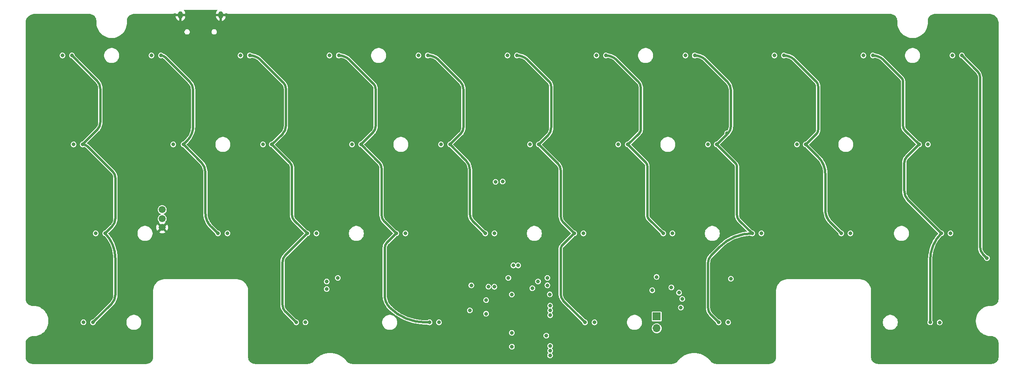
<source format=gbr>
%TF.GenerationSoftware,KiCad,Pcbnew,8.0.8*%
%TF.CreationDate,2025-03-01T19:11:54+01:00*%
%TF.ProjectId,travaulta WKL,74726176-6175-46c7-9461-20574b4c2e6b,rev?*%
%TF.SameCoordinates,Original*%
%TF.FileFunction,Copper,L3,Inr*%
%TF.FilePolarity,Positive*%
%FSLAX46Y46*%
G04 Gerber Fmt 4.6, Leading zero omitted, Abs format (unit mm)*
G04 Created by KiCad (PCBNEW 8.0.8) date 2025-03-01 19:11:54*
%MOMM*%
%LPD*%
G01*
G04 APERTURE LIST*
%TA.AperFunction,ComponentPad*%
%ADD10C,1.500000*%
%TD*%
%TA.AperFunction,ComponentPad*%
%ADD11R,1.700000X1.700000*%
%TD*%
%TA.AperFunction,ComponentPad*%
%ADD12O,1.700000X1.700000*%
%TD*%
%TA.AperFunction,ComponentPad*%
%ADD13O,1.000000X1.600000*%
%TD*%
%TA.AperFunction,ViaPad*%
%ADD14C,0.800000*%
%TD*%
%TA.AperFunction,Conductor*%
%ADD15C,0.500000*%
%TD*%
G04 APERTURE END LIST*
D10*
%TO.N,GND*%
%TO.C,J1*%
X74326714Y-93975000D03*
%TO.N,RGB*%
X74326714Y-92075000D03*
%TO.N,+5V*%
X74326714Y-90175000D03*
%TD*%
D11*
%TO.N,VBAT*%
%TO.C,SW38*%
X180181250Y-113025000D03*
D12*
%TO.N,BOOT0*%
X180181250Y-115565000D03*
%TD*%
D13*
%TO.N,GND*%
%TO.C,USB1*%
X78230000Y-48443750D03*
X86870000Y-48443750D03*
%TD*%
D14*
%TO.N,GND*%
X96681059Y-104725779D03*
X114300000Y-68278054D03*
X135638233Y-104424633D03*
X122292343Y-86296022D03*
X151003000Y-99314000D03*
X139250795Y-88412622D03*
X210525546Y-103806066D03*
X239712500Y-104775000D03*
X88940311Y-103911118D03*
X113506250Y-117475000D03*
X153834888Y-121069830D03*
X153987500Y-93059250D03*
X84617181Y-83073023D03*
X81280000Y-57277000D03*
X82550000Y-49999000D03*
X196359829Y-83116621D03*
X146685079Y-65962540D03*
X87249000Y-80010000D03*
X117475000Y-68262500D03*
X94884744Y-114250729D03*
X94253743Y-105454033D03*
X175418750Y-111125000D03*
X47117000Y-76200000D03*
X215664745Y-101760584D03*
X218126996Y-103858044D03*
X244475000Y-104775000D03*
X232187509Y-86321867D03*
X186531250Y-104366597D03*
X202414130Y-107184636D03*
X103187500Y-83125992D03*
X139269702Y-83220487D03*
X119027099Y-64169317D03*
X51593750Y-107950000D03*
X77430000Y-51094000D03*
X158623000Y-82423000D03*
X234216716Y-86307268D03*
X178593750Y-104324688D03*
X175451935Y-104317849D03*
X84595481Y-88265158D03*
X84198075Y-57286253D03*
X107950000Y-68278054D03*
X137621572Y-104395436D03*
X182499000Y-80010000D03*
X117445381Y-65971118D03*
X113284000Y-114300000D03*
X94884744Y-109488229D03*
X232181682Y-85070595D03*
X101290238Y-102836574D03*
X156464799Y-64146969D03*
X144653000Y-76200000D03*
X233867827Y-64186346D03*
X120296642Y-83089298D03*
X158623000Y-84455000D03*
X88926415Y-65964205D03*
X177006250Y-108743750D03*
X142113000Y-110617000D03*
X213758720Y-65997413D03*
X194539821Y-104317849D03*
X113506250Y-111125000D03*
X154940000Y-86995000D03*
X123031250Y-104410035D03*
X175816362Y-65997905D03*
X196320496Y-85086672D03*
X114300000Y-107950000D03*
X101155500Y-83125992D03*
X228234475Y-102096352D03*
X173101000Y-95250000D03*
X208313856Y-103762270D03*
X141859000Y-80010000D03*
X150971210Y-89699174D03*
X121059099Y-64169317D03*
X152584000Y-112903000D03*
X82585181Y-83073023D03*
X144374097Y-116215501D03*
X158753070Y-104320989D03*
X137901311Y-64231533D03*
X63156734Y-86285172D03*
X47371000Y-50800000D03*
X156928922Y-103265359D03*
X82566274Y-88265158D03*
X121095883Y-65974574D03*
X208354018Y-101320296D03*
X192539949Y-102088341D03*
X148844000Y-86995079D03*
X101308819Y-104740377D03*
X234950000Y-61087000D03*
X60075298Y-64176230D03*
X215275605Y-85030152D03*
X160918079Y-102299291D03*
X177839421Y-64193631D03*
X139700000Y-57150000D03*
X206235802Y-103784623D03*
X153987500Y-100806250D03*
X99867728Y-65952852D03*
X88900000Y-68262500D03*
X248723591Y-102754966D03*
X138112500Y-107950000D03*
X215781779Y-64193139D03*
X183356250Y-120650000D03*
X217310639Y-86266825D03*
X65200540Y-88255984D03*
X190232918Y-104293450D03*
X120257309Y-85059349D03*
X153987500Y-102393750D03*
X158750000Y-57150000D03*
X99815881Y-64231533D03*
X111125000Y-65960003D03*
X82551675Y-86294346D03*
X142081250Y-106362500D03*
X142081250Y-107950000D03*
X246856250Y-107950000D03*
X232568750Y-102393750D03*
X232221015Y-83100544D03*
X101121994Y-86347315D03*
X156972000Y-86995000D03*
X197035308Y-64193631D03*
X217346938Y-83060101D03*
X120650000Y-107955425D03*
X54768750Y-101600000D03*
X98943844Y-107338930D03*
X215900000Y-57150000D03*
X127793750Y-107950000D03*
X197044249Y-65997905D03*
X141265403Y-86427211D03*
X153035000Y-86995000D03*
X146812000Y-86995000D03*
X106389136Y-104784173D03*
X114272348Y-65964205D03*
X196850000Y-57150000D03*
X239734595Y-102760391D03*
X106426000Y-76200000D03*
X98422526Y-65950379D03*
X70258761Y-108749174D03*
X123825000Y-65951243D03*
X227806250Y-120650000D03*
X153987500Y-91281250D03*
X143668750Y-104344178D03*
X159004000Y-110744000D03*
X156972000Y-84455000D03*
X157861000Y-85725000D03*
X122328642Y-83089298D03*
X78607665Y-65964205D03*
X144653000Y-72517000D03*
X125349000Y-80010000D03*
X146559275Y-69986416D03*
X234213682Y-85070595D03*
X233876768Y-65990620D03*
X120709967Y-104380837D03*
X106432932Y-107222141D03*
X179168520Y-86356192D03*
X177800000Y-53213000D03*
X82189797Y-64153271D03*
X251079000Y-50800000D03*
X85751415Y-65964205D03*
X127000000Y-68309162D03*
X179165486Y-85119519D03*
X114183211Y-104585218D03*
X226218750Y-101600000D03*
X217325238Y-88252236D03*
X92075000Y-68262500D03*
X122306942Y-88281433D03*
X173573173Y-104293450D03*
X223547995Y-101848176D03*
X134874000Y-95250000D03*
X248701496Y-104769575D03*
X227806250Y-114300000D03*
X183356250Y-110331250D03*
X120277735Y-88281433D03*
X230187500Y-102393750D03*
X123031250Y-117475000D03*
X92075000Y-65964205D03*
X51435000Y-95250000D03*
X96774000Y-95250000D03*
X251206000Y-63500000D03*
X140493750Y-104333809D03*
X215281432Y-86281424D03*
X80962500Y-60071000D03*
X231844768Y-65990620D03*
X198391829Y-83116621D03*
X98900048Y-104754976D03*
X227806250Y-107950000D03*
X91599229Y-101561070D03*
X217307605Y-85030152D03*
X244094000Y-69723000D03*
X158496799Y-64146969D03*
X171170882Y-120668224D03*
X82545848Y-85043074D03*
X70380974Y-114234306D03*
X184943750Y-117475000D03*
X130175000Y-68309162D03*
X160911418Y-104281020D03*
X164306250Y-104289692D03*
X98425000Y-68262500D03*
X95250000Y-68262500D03*
X103936569Y-104827969D03*
X49530000Y-69850000D03*
X60116776Y-66008155D03*
X132471848Y-104419208D03*
X220886133Y-103858044D03*
X148844000Y-82296000D03*
X101847881Y-64231533D03*
X63171333Y-88255984D03*
X87249000Y-72644000D03*
X70643750Y-91281250D03*
X127000000Y-65951243D03*
X234950000Y-104775000D03*
X210565708Y-101364092D03*
X75692000Y-48895000D03*
X120650000Y-117475000D03*
X143083129Y-86703106D03*
X177848362Y-65997905D03*
X200037961Y-104339926D03*
X179183119Y-88341603D03*
X133383834Y-65953835D03*
X139933311Y-64231533D03*
X83568550Y-101824404D03*
X120650000Y-111125000D03*
X179387500Y-119856250D03*
X215314938Y-83060101D03*
X198063398Y-104339926D03*
X150876000Y-84455000D03*
X84577848Y-85043074D03*
X126525678Y-120534355D03*
X65182907Y-85033900D03*
X111125000Y-68278054D03*
X96666461Y-107309733D03*
X198029931Y-107050767D03*
X85725000Y-68262500D03*
X175807421Y-64193631D03*
X123825000Y-68309162D03*
X136525000Y-68262500D03*
X192561494Y-104301005D03*
X227806250Y-104775000D03*
X203200000Y-114300000D03*
X175418750Y-107530039D03*
X246856250Y-119856250D03*
X246878345Y-102760391D03*
X95250000Y-65964205D03*
X125412500Y-107950000D03*
X103148167Y-85096043D03*
X150876000Y-87009677D03*
X71661345Y-103815799D03*
X182499000Y-72390000D03*
X86311676Y-103889220D03*
X109064523Y-103037765D03*
X141224000Y-82677000D03*
X237331250Y-104775000D03*
X200238764Y-107151169D03*
X120263136Y-86310621D03*
X246856250Y-104775000D03*
X226176141Y-103893658D03*
X139236196Y-86441810D03*
X202406250Y-103187500D03*
X232568750Y-104775000D03*
X101899728Y-65952852D03*
X152781000Y-84455000D03*
X133350000Y-68309162D03*
X73739399Y-103793446D03*
X161131250Y-107950000D03*
X101411009Y-107222141D03*
X123848305Y-120534355D03*
X177172819Y-83149468D03*
X119063883Y-65974574D03*
X175418750Y-117475000D03*
X232202108Y-88292679D03*
X198352496Y-85086672D03*
X141224000Y-88519000D03*
X81075201Y-103881038D03*
X215296031Y-88252236D03*
X234950000Y-102393750D03*
X234253015Y-83100544D03*
X120650000Y-114300000D03*
X115824000Y-99314000D03*
X242115845Y-102760391D03*
X160654407Y-87046427D03*
X203200000Y-110331250D03*
X65185941Y-86270573D03*
X137872571Y-65974082D03*
X179387500Y-118268750D03*
X144653079Y-65962540D03*
X141859000Y-72517000D03*
X177133486Y-85119519D03*
X156473740Y-65951243D03*
X130175000Y-104413054D03*
X160655000Y-84455000D03*
X68453000Y-76200000D03*
X201676000Y-76200000D03*
X252412500Y-57150000D03*
X154940000Y-84455000D03*
X146681488Y-64206158D03*
X192024000Y-91313000D03*
X170583240Y-107583554D03*
X138112500Y-120650000D03*
X231835827Y-64186346D03*
X120650000Y-53213000D03*
X77851000Y-95250000D03*
X157162500Y-89693750D03*
X224282000Y-80137000D03*
X70358000Y-105664000D03*
X170676988Y-104308377D03*
X115824000Y-91313000D03*
X146793645Y-104323439D03*
X94884744Y-120600729D03*
X177800000Y-120601289D03*
X147066000Y-107315000D03*
X244497095Y-102760391D03*
X70643750Y-99218750D03*
X70258761Y-120655424D03*
X120650000Y-60960000D03*
X198370129Y-88308756D03*
X121126329Y-68333618D03*
X123031250Y-107950000D03*
X153321343Y-104242074D03*
X91601684Y-103924834D03*
X242093750Y-104775000D03*
X195892007Y-102087464D03*
X158505740Y-65951243D03*
X125412500Y-104424633D03*
X130175000Y-65951243D03*
X213749779Y-64193139D03*
X183356250Y-118268750D03*
X69494010Y-103866335D03*
X144653000Y-67691000D03*
X229235000Y-95250000D03*
X141807427Y-69986416D03*
X196340922Y-88308756D03*
X122289309Y-85059349D03*
X148814813Y-120969428D03*
X65659000Y-76200000D03*
X147896567Y-109273002D03*
X62148776Y-66008155D03*
X101600000Y-57150000D03*
X153987500Y-99218750D03*
X78581250Y-68262500D03*
X95250000Y-103187500D03*
X103937454Y-102919300D03*
X63190240Y-83063849D03*
X119856250Y-109537500D03*
X103165800Y-88318127D03*
X204355226Y-105477810D03*
X144632258Y-70008314D03*
X243967000Y-85725000D03*
X139904571Y-65974082D03*
X158622407Y-87046427D03*
X154781250Y-103961226D03*
X89408000Y-48895000D03*
X224282000Y-72390000D03*
X93662500Y-101600000D03*
X125349000Y-72517000D03*
X75914406Y-102336472D03*
X139230369Y-85190538D03*
X83552539Y-103889220D03*
X160655000Y-82423000D03*
X195003308Y-64193631D03*
X184943750Y-114300000D03*
X157162500Y-99314000D03*
X179204819Y-83149468D03*
X177139313Y-86370791D03*
X75951089Y-103837242D03*
X101911437Y-68262500D03*
X175418750Y-120567822D03*
X192625972Y-107021113D03*
X215649658Y-103849862D03*
X104775000Y-65960003D03*
X163576000Y-76200000D03*
X195012249Y-65997905D03*
X111531688Y-103066962D03*
X71700833Y-102228857D03*
X144907000Y-86995000D03*
X158750000Y-107950000D03*
X198355530Y-86323345D03*
X81067320Y-101785474D03*
X106404619Y-102948497D03*
X144652281Y-64206158D03*
X144653000Y-82296000D03*
X144653000Y-80010000D03*
X251079000Y-95123000D03*
X148209000Y-101981000D03*
X107936174Y-65943466D03*
X65222240Y-83063849D03*
X98806000Y-50800000D03*
X211201000Y-95250000D03*
X146685000Y-72517000D03*
X230187500Y-104775000D03*
X173617597Y-107561243D03*
X84580882Y-86279747D03*
X167481250Y-104289692D03*
X62107298Y-64176230D03*
X78581250Y-63500000D03*
X146685000Y-80010000D03*
X196326323Y-86337944D03*
X250825000Y-87312500D03*
X120903194Y-120567822D03*
X190240765Y-102103407D03*
X101136593Y-88318127D03*
X103151201Y-86332716D03*
X127793750Y-104424633D03*
X213131398Y-103827964D03*
X161544000Y-85725000D03*
X63150907Y-85033900D03*
X203200000Y-120650000D03*
X141262369Y-85190538D03*
X141287500Y-120650000D03*
X101116167Y-85096043D03*
X153987500Y-89503250D03*
X84137500Y-68262500D03*
X206275964Y-101342649D03*
X177153912Y-88341603D03*
X189706250Y-107950000D03*
X87312500Y-63500000D03*
X213591743Y-101731387D03*
X104775000Y-68278054D03*
X118067619Y-104395436D03*
X223514768Y-103879942D03*
X78556941Y-103859140D03*
X237353345Y-102760391D03*
X136558834Y-65953835D03*
X148844000Y-84455000D03*
X227965000Y-76200000D03*
X183356250Y-104370593D03*
X158632093Y-88982166D03*
X73764104Y-102267787D03*
X246062500Y-76200000D03*
X146685000Y-67691000D03*
X177800000Y-60960000D03*
X215790720Y-65997413D03*
X139953601Y-68350091D03*
X87653038Y-51101306D03*
X84074000Y-69850000D03*
X151425252Y-121036363D03*
X184943750Y-106362500D03*
%TO.N,APLEX_OUT_PIN_0*%
X156787000Y-106362500D03*
X156787000Y-104775000D03*
X148431250Y-104775000D03*
X140493750Y-106362500D03*
X140168917Y-111725196D03*
X184943750Y-107950000D03*
%TO.N,ROW0*%
X243459000Y-57150000D03*
X110109000Y-57150000D03*
X186309000Y-57150000D03*
X148209000Y-57150000D03*
X167259000Y-57150000D03*
X224409000Y-57150000D03*
X129159000Y-57150000D03*
X72009000Y-57150000D03*
X52959000Y-57150000D03*
X91059000Y-57150000D03*
X145671499Y-84193250D03*
X149495497Y-102108000D03*
X205359000Y-57150000D03*
%TO.N,ROW1*%
X55372000Y-76200000D03*
X191135000Y-76200000D03*
X133985000Y-76200000D03*
X76708000Y-76200000D03*
X153035000Y-76200000D03*
X210185000Y-76200000D03*
X171958000Y-76200000D03*
X114935000Y-76200000D03*
X150495000Y-102108000D03*
X238252000Y-76200000D03*
X147189791Y-84150476D03*
X95885000Y-76200000D03*
%TO.N,VBAT*%
X149155000Y-108331000D03*
X180168284Y-104576503D03*
X149158000Y-116524000D03*
X153545858Y-106982709D03*
X156556000Y-117129000D03*
X149189578Y-119489093D03*
X157291782Y-108302925D03*
X111918750Y-104775000D03*
X154781250Y-105533209D03*
%TO.N,COL0*%
X59531250Y-114300000D03*
X62103000Y-95250000D03*
X54991000Y-57150000D03*
X57277000Y-76200000D03*
%TO.N,COL1*%
X74041000Y-57150000D03*
X109537500Y-107156250D03*
X109537500Y-105568750D03*
X86233000Y-95250000D03*
X78867000Y-76200000D03*
%TO.N,COL2*%
X103005828Y-114300000D03*
X93075000Y-57150000D03*
X105362500Y-95250000D03*
X97790000Y-76200000D03*
%TO.N,COL3*%
X124412500Y-95250000D03*
X116887500Y-76200000D03*
X131555000Y-114300000D03*
X112125000Y-57150000D03*
%TO.N,COL4*%
X143462500Y-95250000D03*
X135937500Y-76200000D03*
X131175000Y-57150000D03*
%TO.N,COL5*%
X150241000Y-57150000D03*
X162512500Y-95250000D03*
X164846000Y-114300000D03*
X154940000Y-76200000D03*
%TO.N,COL6*%
X169291000Y-57150000D03*
X173990000Y-76200000D03*
X181562500Y-95250000D03*
X183324719Y-106823574D03*
X179237160Y-107440416D03*
%TO.N,COL7*%
X188325000Y-57150000D03*
X195262500Y-73818750D03*
X200612500Y-95250000D03*
X193421000Y-114300000D03*
X193040000Y-76200000D03*
%TO.N,COL8*%
X207391000Y-57150000D03*
X196056250Y-104952200D03*
X219662500Y-95250000D03*
X185352690Y-111125000D03*
X212090000Y-76200000D03*
%TO.N,COL9*%
X241095000Y-95250000D03*
X226441000Y-57150000D03*
X236347000Y-76200000D03*
X238714369Y-114292898D03*
%TO.N,ROW2*%
X164512500Y-95250000D03*
X221662500Y-95250000D03*
X126412500Y-95250000D03*
X243078000Y-95250000D03*
X202612500Y-95250000D03*
X107362500Y-95250000D03*
X145462500Y-95250000D03*
X60071000Y-95250000D03*
X88312500Y-95250000D03*
X183562500Y-95250000D03*
%TO.N,ROW3*%
X144157368Y-106657415D03*
X143668750Y-109537500D03*
X195453000Y-114300000D03*
X105004216Y-114293511D03*
X166878000Y-114300000D03*
X133555000Y-114300000D03*
X240745252Y-114314598D03*
X57470051Y-114280535D03*
%TO.N,AMUX_SEL_2*%
X157348680Y-121365408D03*
X157353000Y-110744000D03*
%TO.N,AMUX_SEL_1*%
X157357299Y-111755701D03*
X157364941Y-120356364D03*
%TO.N,AMUX_SEL_0*%
X157353500Y-119342500D03*
X157353000Y-112776000D03*
%TO.N,APLEX_EN_PIN_1*%
X185642929Y-109271580D03*
X145415000Y-106680000D03*
%TO.N,RGB*%
X143647122Y-112448643D03*
%TO.N,COL10*%
X245491000Y-57150000D03*
X250878697Y-100530160D03*
%TD*%
D15*
%TO.N,COL0*%
X64293750Y-100538938D02*
X64293750Y-108414968D01*
X63595250Y-93757750D02*
X62103000Y-95250000D01*
X61087000Y-71437500D02*
X61087000Y-64293750D01*
X60346129Y-62505129D02*
X54991000Y-57150000D01*
X58415214Y-76671464D02*
X63732484Y-81988734D01*
X63500000Y-110331250D02*
X59531250Y-114300000D01*
X64293750Y-83343750D02*
X64293750Y-92071422D01*
X57277000Y-76200000D02*
X60413481Y-73063519D01*
X64293750Y-92071422D02*
G75*
G02*
X63595244Y-93757744I-2384850J22D01*
G01*
X57277000Y-76200000D02*
G75*
G02*
X58415219Y-76671459I0J-1609700D01*
G01*
X62103000Y-95250000D02*
G75*
G02*
X64293734Y-100538938I-5288900J-5288900D01*
G01*
X63732484Y-81988734D02*
G75*
G02*
X64293795Y-83343750I-1354984J-1355066D01*
G01*
X61087000Y-64293750D02*
G75*
G03*
X60346156Y-62505102I-2529500J50D01*
G01*
X60413481Y-73063519D02*
G75*
G03*
X61087011Y-71437500I-1625981J1626019D01*
G01*
X64293750Y-108414968D02*
G75*
G02*
X63500020Y-110331270I-2710050J-32D01*
G01*
%TO.N,COL1*%
X83566000Y-90854301D02*
X83566000Y-82133785D01*
X86233000Y-95250000D02*
X84788375Y-93805375D01*
X80168750Y-62706250D02*
X75016612Y-57554112D01*
X82692875Y-80025875D02*
X78867000Y-76200000D01*
X80962500Y-72231250D02*
X80962500Y-64622532D01*
X78867000Y-76200000D02*
X79637912Y-75429088D01*
X83566000Y-82133785D02*
G75*
G03*
X82692860Y-80025890I-2981000J-15D01*
G01*
X75016612Y-57554112D02*
G75*
G03*
X74041000Y-57149993I-975612J-975588D01*
G01*
X79637912Y-75429088D02*
G75*
G03*
X80962543Y-72231250I-3197812J3197888D01*
G01*
X80962500Y-64622532D02*
G75*
G03*
X80168759Y-62706241I-2710000J32D01*
G01*
X84788375Y-93805375D02*
G75*
G02*
X83565985Y-90854301I2951025J2951075D01*
G01*
%TO.N,COL2*%
X100076000Y-101423388D02*
X100076000Y-110509996D01*
X100702500Y-112022500D02*
X102980000Y-114300000D01*
X105362500Y-95250000D02*
X100703125Y-99909375D01*
X101679375Y-80089375D02*
X97790000Y-76200000D01*
X102108000Y-91281250D02*
X102108000Y-81124167D01*
X105362500Y-95250000D02*
X102613052Y-92500552D01*
X100099143Y-73938357D02*
X97837500Y-76200000D01*
X95432941Y-58126691D02*
X100244984Y-62938734D01*
X102980000Y-114300000D02*
X103005828Y-114300000D01*
X100806250Y-64293750D02*
X100806250Y-72231250D01*
X100076000Y-110509996D02*
G75*
G03*
X100702499Y-112022501I2139000J-4D01*
G01*
X93075000Y-57150000D02*
G75*
G02*
X95432934Y-58126698I0J-3334600D01*
G01*
X100244984Y-62938734D02*
G75*
G02*
X100806295Y-64293750I-1354984J-1355066D01*
G01*
X102108000Y-81124167D02*
G75*
G03*
X101679355Y-80089395I-1463400J-33D01*
G01*
X102613052Y-92500552D02*
G75*
G02*
X102107979Y-91281250I1219348J1219352D01*
G01*
X100703125Y-99909375D02*
G75*
G03*
X100075981Y-101423388I1513975J-1514025D01*
G01*
X100806250Y-72231250D02*
G75*
G02*
X100099176Y-73938390I-2414250J-50D01*
G01*
%TO.N,COL3*%
X114482941Y-58126691D02*
X119565987Y-63209737D01*
X120015000Y-64293750D02*
X120015000Y-72231250D01*
X121285000Y-91281250D02*
X121285000Y-81349684D01*
X124412500Y-95250000D02*
X122470458Y-97192042D01*
X130696378Y-114300000D02*
X131555000Y-114300000D01*
X120753125Y-80065625D02*
X116887500Y-76200000D01*
X124412500Y-95250000D02*
X121879854Y-92717354D01*
X121959750Y-98425000D02*
X121959750Y-108538171D01*
X119420146Y-73667354D02*
X116887500Y-76200000D01*
X120015000Y-72231250D02*
G75*
G02*
X119420180Y-73667388I-2031000J-50D01*
G01*
X122470458Y-97192042D02*
G75*
G03*
X121959745Y-98425000I1232942J-1232958D01*
G01*
X121959750Y-108538171D02*
G75*
G03*
X123031231Y-111125019I3658350J-29D01*
G01*
X119565987Y-63209737D02*
G75*
G02*
X120015043Y-64293750I-1083987J-1084063D01*
G01*
X123031250Y-111125000D02*
G75*
G03*
X130696378Y-114300024I7665150J7665100D01*
G01*
X112125000Y-57150000D02*
G75*
G02*
X114482934Y-58126698I0J-3334600D01*
G01*
X121879854Y-92717354D02*
G75*
G02*
X121284977Y-91281250I1436146J1436154D01*
G01*
X121285000Y-81349684D02*
G75*
G03*
X120753110Y-80065640I-1815900J-16D01*
G01*
%TO.N,COL4*%
X135937500Y-76200000D02*
X138215625Y-73921875D01*
X140787500Y-92575000D02*
X143462500Y-95250000D01*
X135937500Y-76200000D02*
X139298837Y-79561337D01*
X138811000Y-72484513D02*
X138811000Y-64392578D01*
X140208000Y-81756250D02*
X140208000Y-91175964D01*
X138112500Y-62706250D02*
X133532941Y-58126691D01*
X138215625Y-73921875D02*
G75*
G03*
X138811020Y-72484513I-1437325J1437375D01*
G01*
X133532941Y-58126691D02*
G75*
G03*
X131175000Y-57149990I-2357941J-2357909D01*
G01*
X140208000Y-91175964D02*
G75*
G03*
X140787489Y-92575011I1978500J-36D01*
G01*
X139298837Y-79561337D02*
G75*
G02*
X140207957Y-81756250I-2194937J-2194863D01*
G01*
X138811000Y-64392578D02*
G75*
G03*
X138112483Y-62706267I-2384800J-22D01*
G01*
%TO.N,COL5*%
X160210500Y-109664500D02*
X164846000Y-114300000D01*
X162512500Y-95250000D02*
X159852193Y-97910307D01*
X157607000Y-72536457D02*
X157607000Y-63779367D01*
X154940000Y-76200000D02*
X159032832Y-80292832D01*
X159639000Y-98425000D02*
X159639000Y-108284777D01*
X160234375Y-92971875D02*
X162512500Y-95250000D01*
X154987500Y-76200000D02*
X156868750Y-74318750D01*
X157162500Y-62706250D02*
X152571628Y-58115378D01*
X159639000Y-81756250D02*
X159639000Y-91534513D01*
X159852193Y-97910307D02*
G75*
G03*
X159639004Y-98425000I514707J-514693D01*
G01*
X157607000Y-63779367D02*
G75*
G03*
X157162480Y-62706270I-1517600J-33D01*
G01*
X152571628Y-58115378D02*
G75*
G03*
X150241000Y-57149999I-2330628J-2330622D01*
G01*
X159032832Y-80292832D02*
G75*
G02*
X159639031Y-81756250I-1463432J-1463468D01*
G01*
X159639000Y-91534513D02*
G75*
G03*
X160234389Y-92971861I2032700J13D01*
G01*
X159639000Y-108284777D02*
G75*
G03*
X160210493Y-109664507I1951200J-23D01*
G01*
X156868750Y-74318750D02*
G75*
G03*
X157606982Y-72536457I-1782250J1782250D01*
G01*
%TO.N,COL6*%
X173990000Y-76200000D02*
X177879375Y-80089375D01*
X176784000Y-73025000D02*
X176784000Y-64085973D01*
X178181000Y-80817562D02*
X178181000Y-91430625D01*
X174037500Y-76200000D02*
X176481005Y-73756495D01*
X178490625Y-92178125D02*
X181562500Y-95250000D01*
X176212500Y-62706250D02*
X171621628Y-58115378D01*
X178181000Y-91430625D02*
G75*
G03*
X178490642Y-92178108I1057100J25D01*
G01*
X177879375Y-80089375D02*
G75*
G02*
X178181030Y-80817562I-728175J-728225D01*
G01*
X176784000Y-64085973D02*
G75*
G03*
X176212482Y-62706268I-1951200J-27D01*
G01*
X176481005Y-73756495D02*
G75*
G03*
X176783997Y-73025000I-731505J731495D01*
G01*
X171621628Y-58115378D02*
G75*
G03*
X169291000Y-57149999I-2330628J-2330622D01*
G01*
%TO.N,COL7*%
X195468750Y-73818750D02*
X195403343Y-73884157D01*
X195262500Y-74025000D02*
X195262500Y-73818750D01*
X195262500Y-62706250D02*
X190682941Y-58126691D01*
X197863051Y-92500551D02*
X200612500Y-95250000D01*
X193040000Y-76200000D02*
X197043691Y-80203691D01*
X197358000Y-80962500D02*
X197358000Y-91281250D01*
X195262500Y-73818750D02*
X195468750Y-73818750D01*
X191166742Y-101600000D02*
X191166742Y-111125000D01*
X196088000Y-72231250D02*
X196088000Y-64699183D01*
X193087500Y-76200000D02*
X195262500Y-74025000D01*
X191817805Y-112696805D02*
X193421000Y-114300000D01*
X193702384Y-98112264D02*
X191839974Y-99974674D01*
X197358000Y-91281250D02*
G75*
G03*
X197863037Y-92500565I1724300J-50D01*
G01*
X191166742Y-111125000D02*
G75*
G03*
X191817807Y-112696803I2222858J0D01*
G01*
X200612500Y-95250000D02*
G75*
G03*
X193702380Y-98112260I0J-9772400D01*
G01*
X190682941Y-58126691D02*
G75*
G03*
X188325000Y-57149990I-2357941J-2357909D01*
G01*
X191839974Y-99974674D02*
G75*
G03*
X191166742Y-101600000I1625326J-1625326D01*
G01*
X197043691Y-80203691D02*
G75*
G02*
X197358005Y-80962500I-758791J-758809D01*
G01*
X195403343Y-73884157D02*
G75*
G03*
X196087954Y-72231250I-1652943J1652857D01*
G01*
X196088000Y-64699183D02*
G75*
G03*
X195262485Y-62706265I-2818400J-17D01*
G01*
%TO.N,COL8*%
X219662500Y-95202500D02*
X219662500Y-95250000D01*
X212137500Y-76200000D02*
X214364202Y-73973298D01*
X214312500Y-62706250D02*
X209721628Y-58115378D01*
X212090000Y-76200000D02*
X214754356Y-78864356D01*
X214757000Y-73025000D02*
X214757000Y-63779367D01*
X217408125Y-92948125D02*
X219662500Y-95202500D01*
X216281000Y-82550000D02*
X216281000Y-90227005D01*
X216281000Y-90227005D02*
G75*
G03*
X217408137Y-92948113I3848200J5D01*
G01*
X214757000Y-63779367D02*
G75*
G03*
X214312480Y-62706270I-1517600J-33D01*
G01*
X214754356Y-78864356D02*
G75*
G02*
X216280996Y-82550000I-3685656J-3685644D01*
G01*
X209721628Y-58115378D02*
G75*
G03*
X207391000Y-57149999I-2330628J-2330622D01*
G01*
X214364202Y-73973298D02*
G75*
G03*
X214756999Y-73025000I-948302J948298D01*
G01*
%TO.N,COL9*%
X232918000Y-72231250D02*
X232918000Y-62755664D01*
X236347000Y-76200000D02*
X233733267Y-78813733D01*
X234053750Y-88208750D02*
X241095000Y-95250000D01*
X238714369Y-100997351D02*
X238714369Y-114292898D01*
X236330000Y-76200000D02*
X233311682Y-73181681D01*
X232568750Y-61912500D02*
X228771628Y-58115378D01*
X233172000Y-80168750D02*
X233172000Y-86080018D01*
X228771628Y-58115378D02*
G75*
G03*
X226441000Y-57149999I-2330628J-2330622D01*
G01*
X233733267Y-78813733D02*
G75*
G03*
X233171970Y-80168750I1355033J-1355067D01*
G01*
X233172000Y-86080018D02*
G75*
G03*
X234053755Y-88208745I3010500J18D01*
G01*
X233311682Y-73181681D02*
G75*
G02*
X232917961Y-72231250I950418J950481D01*
G01*
X232918000Y-62755664D02*
G75*
G03*
X232568729Y-61912521I-1192400J-36D01*
G01*
X241095000Y-95250000D02*
G75*
G03*
X238714390Y-100997351I5747300J-5747300D01*
G01*
%TO.N,COL10*%
X249428000Y-61912500D02*
X249428000Y-98251036D01*
X248844283Y-60503283D02*
X245491000Y-57150000D01*
X250013787Y-99665250D02*
X250878697Y-100530160D01*
X249428000Y-61912500D02*
G75*
G03*
X248844276Y-60503290I-1992900J0D01*
G01*
X250013787Y-99665250D02*
G75*
G02*
X249427975Y-98251036I1414213J1414250D01*
G01*
%TD*%
%TA.AperFunction,Conductor*%
%TO.N,GND*%
G36*
X86163487Y-47408190D02*
G01*
X86166914Y-47416463D01*
X86163487Y-47424736D01*
X86087037Y-47501184D01*
X86087034Y-47501188D01*
X85976725Y-47666276D01*
X85976721Y-47666284D01*
X85900737Y-47849726D01*
X85862000Y-48044471D01*
X85862000Y-48189750D01*
X86570000Y-48189750D01*
X86570000Y-48697750D01*
X85862000Y-48697750D01*
X85862000Y-48843028D01*
X85900737Y-49037773D01*
X85976721Y-49221215D01*
X85976725Y-49221223D01*
X86087034Y-49386311D01*
X86087037Y-49386315D01*
X86227434Y-49526712D01*
X86227438Y-49526715D01*
X86392526Y-49637024D01*
X86392534Y-49637028D01*
X86575976Y-49713012D01*
X86616000Y-49720974D01*
X86616000Y-48903810D01*
X86629940Y-48927955D01*
X86685795Y-48983810D01*
X86754204Y-49023306D01*
X86830504Y-49043750D01*
X86909496Y-49043750D01*
X86985796Y-49023306D01*
X87054205Y-48983810D01*
X87110060Y-48927955D01*
X87124000Y-48903810D01*
X87124000Y-49720973D01*
X87164023Y-49713012D01*
X87347465Y-49637028D01*
X87347473Y-49637024D01*
X87512561Y-49526715D01*
X87512565Y-49526712D01*
X87652962Y-49386315D01*
X87652965Y-49386311D01*
X87763274Y-49221223D01*
X87763278Y-49221215D01*
X87839262Y-49037773D01*
X87878000Y-48843028D01*
X87878000Y-48697750D01*
X87170000Y-48697750D01*
X87170000Y-48189750D01*
X87878000Y-48189750D01*
X87878000Y-48044470D01*
X87874077Y-48024748D01*
X87875824Y-48015966D01*
X87883270Y-48010991D01*
X87891460Y-48012368D01*
X87940362Y-48041001D01*
X88184678Y-48143512D01*
X88440390Y-48212867D01*
X88703021Y-48247850D01*
X88740385Y-48248456D01*
X88835468Y-48250000D01*
X88835496Y-48250000D01*
X230199873Y-48250000D01*
X230200101Y-48250001D01*
X230317069Y-48252296D01*
X230318665Y-48252437D01*
X230549806Y-48289047D01*
X230551583Y-48289474D01*
X230774035Y-48361752D01*
X230775725Y-48362451D01*
X230984144Y-48468646D01*
X230985709Y-48469606D01*
X231174931Y-48607085D01*
X231176327Y-48608277D01*
X231341722Y-48773672D01*
X231342914Y-48775068D01*
X231480393Y-48964290D01*
X231481353Y-48965855D01*
X231587546Y-49174271D01*
X231588248Y-49175968D01*
X231660524Y-49398412D01*
X231660953Y-49400197D01*
X231697561Y-49631332D01*
X231697703Y-49632932D01*
X231699998Y-49749897D01*
X231700000Y-49750127D01*
X231700000Y-50149989D01*
X231702556Y-50332380D01*
X231702556Y-50332383D01*
X231743393Y-50694817D01*
X231824558Y-51050426D01*
X231945023Y-51394696D01*
X231945030Y-51394711D01*
X232103276Y-51723312D01*
X232103281Y-51723321D01*
X232103283Y-51723325D01*
X232196458Y-51871612D01*
X232297340Y-52032164D01*
X232297341Y-52032165D01*
X232523597Y-52315883D01*
X232524754Y-52317333D01*
X232782667Y-52575246D01*
X233067837Y-52802661D01*
X233376675Y-52996717D01*
X233376684Y-52996721D01*
X233376687Y-52996723D01*
X233705288Y-53154969D01*
X233705303Y-53154976D01*
X234049573Y-53275441D01*
X234049576Y-53275442D01*
X234405176Y-53356605D01*
X234405179Y-53356605D01*
X234405182Y-53356606D01*
X234767625Y-53397444D01*
X235132373Y-53397444D01*
X235132375Y-53397444D01*
X235494817Y-53356606D01*
X235494818Y-53356605D01*
X235494824Y-53356605D01*
X235850424Y-53275442D01*
X236038114Y-53209766D01*
X236194696Y-53154976D01*
X236194698Y-53154974D01*
X236194701Y-53154974D01*
X236523325Y-52996717D01*
X236832163Y-52802661D01*
X237117333Y-52575246D01*
X237375246Y-52317333D01*
X237602661Y-52032163D01*
X237796717Y-51723325D01*
X237954974Y-51394701D01*
X238075442Y-51050424D01*
X238156605Y-50694824D01*
X238197444Y-50332373D01*
X238200000Y-50150000D01*
X238200000Y-49750127D01*
X238200002Y-49749898D01*
X238200569Y-49720973D01*
X238202296Y-49632929D01*
X238202438Y-49631332D01*
X238219008Y-49526712D01*
X238239047Y-49400190D01*
X238239473Y-49398419D01*
X238311754Y-49175959D01*
X238312449Y-49174279D01*
X238418650Y-48965847D01*
X238419601Y-48964298D01*
X238557091Y-48775060D01*
X238558271Y-48773678D01*
X238723678Y-48608271D01*
X238725060Y-48607091D01*
X238914298Y-48469601D01*
X238915847Y-48468650D01*
X239124279Y-48362449D01*
X239125959Y-48361754D01*
X239348419Y-48289473D01*
X239350190Y-48289047D01*
X239581335Y-48252437D01*
X239582929Y-48252296D01*
X239699898Y-48250001D01*
X239700127Y-48250000D01*
X251474903Y-48250000D01*
X251475112Y-48250002D01*
X251609998Y-48252408D01*
X251611427Y-48252522D01*
X251878564Y-48290931D01*
X251880193Y-48291285D01*
X252139032Y-48367287D01*
X252140581Y-48367865D01*
X252385980Y-48479934D01*
X252387435Y-48480729D01*
X252614383Y-48626580D01*
X252615710Y-48627573D01*
X252717650Y-48715905D01*
X252819586Y-48804233D01*
X252820766Y-48805413D01*
X252997422Y-49009284D01*
X252998421Y-49010619D01*
X253144267Y-49237559D01*
X253145067Y-49239024D01*
X253257131Y-49484410D01*
X253257714Y-49485974D01*
X253333713Y-49744805D01*
X253334068Y-49746436D01*
X253372475Y-50013559D01*
X253372592Y-50015015D01*
X253374998Y-50149873D01*
X253375000Y-50150082D01*
X253375000Y-109258872D01*
X253374998Y-109259102D01*
X253372703Y-109376067D01*
X253372561Y-109377667D01*
X253335953Y-109608802D01*
X253335524Y-109610587D01*
X253263248Y-109833031D01*
X253262546Y-109834728D01*
X253156353Y-110043144D01*
X253155393Y-110044709D01*
X253017914Y-110233931D01*
X253016722Y-110235327D01*
X252851327Y-110400722D01*
X252849931Y-110401914D01*
X252660709Y-110539393D01*
X252659144Y-110540353D01*
X252450728Y-110646546D01*
X252449031Y-110647248D01*
X252226587Y-110719524D01*
X252224802Y-110719953D01*
X251993667Y-110756561D01*
X251992067Y-110756703D01*
X251878108Y-110758939D01*
X251875101Y-110758998D01*
X251874873Y-110759000D01*
X251734375Y-110759000D01*
X251628791Y-110760480D01*
X251551995Y-110761558D01*
X251551992Y-110761558D01*
X251189560Y-110802397D01*
X250833952Y-110883564D01*
X250489686Y-111004030D01*
X250489678Y-111004034D01*
X250161066Y-111162287D01*
X250161063Y-111162289D01*
X249852222Y-111356349D01*
X249852221Y-111356350D01*
X249567061Y-111583758D01*
X249309145Y-111841676D01*
X249081735Y-112126842D01*
X249081734Y-112126843D01*
X248887677Y-112435685D01*
X248887672Y-112435694D01*
X248729428Y-112764294D01*
X248729421Y-112764309D01*
X248608957Y-113108577D01*
X248527792Y-113464185D01*
X248486956Y-113826625D01*
X248486956Y-114191374D01*
X248527792Y-114553814D01*
X248608957Y-114909422D01*
X248729421Y-115253690D01*
X248729428Y-115253705D01*
X248887672Y-115582305D01*
X248887676Y-115582312D01*
X248887679Y-115582318D01*
X249081733Y-115891155D01*
X249143773Y-115968951D01*
X249309145Y-116176323D01*
X249567061Y-116434241D01*
X249730009Y-116564188D01*
X249852224Y-116661652D01*
X250161060Y-116855709D01*
X250161065Y-116855711D01*
X250161066Y-116855712D01*
X250489678Y-117013965D01*
X250489686Y-117013969D01*
X250833952Y-117134435D01*
X250833955Y-117134435D01*
X250833956Y-117134436D01*
X251189554Y-117215601D01*
X251189557Y-117215601D01*
X251189560Y-117215602D01*
X251551994Y-117256441D01*
X251552003Y-117256442D01*
X251734375Y-117259000D01*
X251874873Y-117259000D01*
X251875101Y-117259001D01*
X251992069Y-117261296D01*
X251993665Y-117261437D01*
X252224806Y-117298047D01*
X252226583Y-117298474D01*
X252449035Y-117370752D01*
X252450725Y-117371451D01*
X252569248Y-117431842D01*
X252659144Y-117477646D01*
X252660709Y-117478606D01*
X252849931Y-117616085D01*
X252851327Y-117617277D01*
X253016722Y-117782672D01*
X253017914Y-117784068D01*
X253155393Y-117973290D01*
X253156353Y-117974855D01*
X253262546Y-118183271D01*
X253263248Y-118184968D01*
X253335524Y-118407412D01*
X253335953Y-118409197D01*
X253372561Y-118640332D01*
X253372703Y-118641932D01*
X253374998Y-118758897D01*
X253375000Y-118759127D01*
X253375000Y-121699872D01*
X253374998Y-121700102D01*
X253372703Y-121817067D01*
X253372561Y-121818667D01*
X253335953Y-122049802D01*
X253335524Y-122051587D01*
X253263248Y-122274031D01*
X253262546Y-122275728D01*
X253156353Y-122484144D01*
X253155393Y-122485709D01*
X253017914Y-122674931D01*
X253016722Y-122676327D01*
X252851327Y-122841722D01*
X252849931Y-122842914D01*
X252660709Y-122980393D01*
X252659144Y-122981353D01*
X252450728Y-123087546D01*
X252449031Y-123088248D01*
X252226587Y-123160524D01*
X252224802Y-123160953D01*
X251993667Y-123197561D01*
X251992067Y-123197703D01*
X251878108Y-123199939D01*
X251875101Y-123199998D01*
X251874873Y-123200000D01*
X227550127Y-123200000D01*
X227549898Y-123199998D01*
X227546815Y-123199937D01*
X227432932Y-123197703D01*
X227431332Y-123197561D01*
X227200197Y-123160953D01*
X227198412Y-123160524D01*
X226975968Y-123088248D01*
X226974271Y-123087546D01*
X226765855Y-122981353D01*
X226764290Y-122980393D01*
X226575068Y-122842914D01*
X226573672Y-122841722D01*
X226408277Y-122676327D01*
X226407085Y-122674931D01*
X226364625Y-122616491D01*
X226269604Y-122485707D01*
X226268646Y-122484144D01*
X226249558Y-122446681D01*
X226162451Y-122275725D01*
X226161751Y-122274031D01*
X226115283Y-122131017D01*
X226089474Y-122051583D01*
X226089046Y-122049802D01*
X226056645Y-121845232D01*
X226052437Y-121818665D01*
X226052296Y-121817066D01*
X226050002Y-121700101D01*
X226050000Y-121699872D01*
X226050000Y-114174037D01*
X228587000Y-114174037D01*
X228587000Y-114425962D01*
X228626408Y-114674777D01*
X228626412Y-114674793D01*
X228704255Y-114914370D01*
X228704257Y-114914374D01*
X228704259Y-114914379D01*
X228707266Y-114920280D01*
X228818633Y-115138851D01*
X228966699Y-115342646D01*
X228966703Y-115342650D01*
X228966707Y-115342656D01*
X229144844Y-115520793D01*
X229144849Y-115520797D01*
X229144853Y-115520800D01*
X229348648Y-115668866D01*
X229348653Y-115668868D01*
X229348655Y-115668870D01*
X229573121Y-115783241D01*
X229573126Y-115783242D01*
X229573129Y-115783244D01*
X229774625Y-115848713D01*
X229812715Y-115861090D01*
X229913985Y-115877129D01*
X230061537Y-115900500D01*
X230061538Y-115900500D01*
X230313462Y-115900500D01*
X230562285Y-115861090D01*
X230801879Y-115783241D01*
X231026345Y-115668870D01*
X231230156Y-115520793D01*
X231408293Y-115342656D01*
X231556370Y-115138845D01*
X231670741Y-114914379D01*
X231748590Y-114674785D01*
X231788000Y-114425962D01*
X231788000Y-114174038D01*
X231770550Y-114063867D01*
X231758957Y-113990670D01*
X231748590Y-113925215D01*
X231723203Y-113847082D01*
X231670744Y-113685629D01*
X231670742Y-113685625D01*
X231670741Y-113685621D01*
X231556370Y-113461155D01*
X231556368Y-113461153D01*
X231556366Y-113461148D01*
X231408300Y-113257353D01*
X231408297Y-113257349D01*
X231408293Y-113257344D01*
X231230156Y-113079207D01*
X231230150Y-113079203D01*
X231230146Y-113079199D01*
X231026351Y-112931133D01*
X230983289Y-112909192D01*
X230801879Y-112816759D01*
X230801876Y-112816758D01*
X230801874Y-112816757D01*
X230801870Y-112816755D01*
X230562293Y-112738912D01*
X230562277Y-112738908D01*
X230313463Y-112699500D01*
X230313462Y-112699500D01*
X230061538Y-112699500D01*
X230061537Y-112699500D01*
X229812722Y-112738908D01*
X229812706Y-112738912D01*
X229573129Y-112816755D01*
X229573125Y-112816757D01*
X229348648Y-112931133D01*
X229144853Y-113079199D01*
X229144837Y-113079213D01*
X228966713Y-113257337D01*
X228966699Y-113257353D01*
X228818633Y-113461148D01*
X228704257Y-113685625D01*
X228704255Y-113685629D01*
X228626412Y-113925206D01*
X228626408Y-113925222D01*
X228587000Y-114174037D01*
X226050000Y-114174037D01*
X226050000Y-107549972D01*
X226047689Y-107408618D01*
X226047324Y-107386317D01*
X226004594Y-107061751D01*
X225919865Y-106745539D01*
X225794587Y-106443092D01*
X225630904Y-106159584D01*
X225431616Y-105899867D01*
X225200133Y-105668384D01*
X224940416Y-105469096D01*
X224656908Y-105305413D01*
X224656900Y-105305409D01*
X224656899Y-105305409D01*
X224354470Y-105180138D01*
X224354459Y-105180134D01*
X224038247Y-105095405D01*
X223713689Y-105052676D01*
X223713672Y-105052675D01*
X223550027Y-105050000D01*
X223550000Y-105050000D01*
X208250000Y-105050000D01*
X208249973Y-105050000D01*
X208086327Y-105052675D01*
X208086310Y-105052676D01*
X207761752Y-105095405D01*
X207445540Y-105180134D01*
X207445529Y-105180138D01*
X207143100Y-105305409D01*
X207143095Y-105305411D01*
X207143092Y-105305413D01*
X206859584Y-105469096D01*
X206859583Y-105469096D01*
X206599868Y-105668383D01*
X206599861Y-105668389D01*
X206368389Y-105899861D01*
X206368383Y-105899868D01*
X206169096Y-106159583D01*
X206169096Y-106159584D01*
X206005413Y-106443092D01*
X206005411Y-106443095D01*
X206005409Y-106443100D01*
X205880138Y-106745529D01*
X205880134Y-106745540D01*
X205795405Y-107061752D01*
X205752676Y-107386310D01*
X205752675Y-107386327D01*
X205750000Y-107549972D01*
X205750000Y-121699872D01*
X205749998Y-121700102D01*
X205747703Y-121817067D01*
X205747561Y-121818667D01*
X205710953Y-122049802D01*
X205710524Y-122051587D01*
X205638248Y-122274031D01*
X205637546Y-122275728D01*
X205531353Y-122484144D01*
X205530393Y-122485709D01*
X205392914Y-122674931D01*
X205391722Y-122676327D01*
X205226327Y-122841722D01*
X205224931Y-122842914D01*
X205035709Y-122980393D01*
X205034144Y-122981353D01*
X204825728Y-123087546D01*
X204824031Y-123088248D01*
X204601587Y-123160524D01*
X204599802Y-123160953D01*
X204368667Y-123197561D01*
X204367067Y-123197703D01*
X204253108Y-123199939D01*
X204250101Y-123199998D01*
X204249873Y-123200000D01*
X199934375Y-123200000D01*
X192934491Y-123200000D01*
X192934269Y-123199998D01*
X192820909Y-123197850D01*
X192819356Y-123197717D01*
X192595155Y-123163314D01*
X192593422Y-123162911D01*
X192377142Y-123094937D01*
X192375490Y-123094276D01*
X192172020Y-122994288D01*
X192170487Y-122993384D01*
X191984534Y-122863695D01*
X191983156Y-122862569D01*
X191818938Y-122706099D01*
X191817883Y-122704949D01*
X191746926Y-122616493D01*
X191746875Y-122616430D01*
X191642898Y-122484960D01*
X191612624Y-122446681D01*
X191612612Y-122446669D01*
X191612604Y-122446659D01*
X191316528Y-122131017D01*
X191316520Y-122131009D01*
X190991481Y-121845232D01*
X190991480Y-121845231D01*
X190991477Y-121845229D01*
X190991475Y-121845227D01*
X190640492Y-121591973D01*
X190266816Y-121373588D01*
X190266818Y-121373588D01*
X190266813Y-121373586D01*
X189873902Y-121192090D01*
X189768493Y-121155210D01*
X189465369Y-121049155D01*
X189465359Y-121049152D01*
X189465358Y-121049152D01*
X189044998Y-120946103D01*
X188616696Y-120883892D01*
X188616676Y-120883890D01*
X188184385Y-120863090D01*
X188184365Y-120863090D01*
X187752073Y-120883890D01*
X187752053Y-120883892D01*
X187323751Y-120946103D01*
X186903391Y-121049152D01*
X186903388Y-121049153D01*
X186903381Y-121049155D01*
X186692571Y-121122912D01*
X186494847Y-121192090D01*
X186101936Y-121373586D01*
X185847702Y-121522167D01*
X185728258Y-121591973D01*
X185728255Y-121591974D01*
X185728250Y-121591978D01*
X185377269Y-121845231D01*
X185377268Y-121845232D01*
X185052229Y-122131009D01*
X185052221Y-122131017D01*
X184756145Y-122446659D01*
X184756124Y-122446683D01*
X184621875Y-122616430D01*
X184621823Y-122616494D01*
X184550849Y-122704942D01*
X184549795Y-122706090D01*
X184385583Y-122862562D01*
X184384205Y-122863688D01*
X184198255Y-122993382D01*
X184196722Y-122994286D01*
X183993260Y-123094276D01*
X183991608Y-123094938D01*
X183775324Y-123162919D01*
X183773591Y-123163322D01*
X183549393Y-123197732D01*
X183547838Y-123197865D01*
X183434481Y-123199998D01*
X183434261Y-123200000D01*
X115015734Y-123200000D01*
X115015517Y-123199998D01*
X114902160Y-123197891D01*
X114900603Y-123197758D01*
X114676399Y-123163357D01*
X114674665Y-123162954D01*
X114458374Y-123094976D01*
X114456728Y-123094317D01*
X114253248Y-122994318D01*
X114251724Y-122993419D01*
X114209223Y-122963774D01*
X114065768Y-122863715D01*
X114064398Y-122862595D01*
X113957102Y-122760348D01*
X113900187Y-122706111D01*
X113899131Y-122704961D01*
X113828175Y-122616492D01*
X113828125Y-122616430D01*
X113724148Y-122484960D01*
X113693874Y-122446681D01*
X113693862Y-122446669D01*
X113693854Y-122446659D01*
X113397778Y-122131017D01*
X113397770Y-122131009D01*
X113072731Y-121845232D01*
X113072730Y-121845231D01*
X113072727Y-121845229D01*
X113072725Y-121845227D01*
X112721742Y-121591973D01*
X112348066Y-121373588D01*
X112348068Y-121373588D01*
X112348063Y-121373586D01*
X112330359Y-121365408D01*
X156742998Y-121365408D01*
X156763635Y-121522167D01*
X156763638Y-121522176D01*
X156824139Y-121668240D01*
X156824143Y-121668246D01*
X156824144Y-121668249D01*
X156920398Y-121793690D01*
X157045839Y-121889944D01*
X157045843Y-121889945D01*
X157045847Y-121889948D01*
X157173253Y-121942720D01*
X157191918Y-121950452D01*
X157348680Y-121971090D01*
X157505442Y-121950452D01*
X157601002Y-121910869D01*
X157651512Y-121889948D01*
X157651513Y-121889947D01*
X157651521Y-121889944D01*
X157776962Y-121793690D01*
X157873216Y-121668249D01*
X157933724Y-121522170D01*
X157954362Y-121365408D01*
X157933724Y-121208646D01*
X157898212Y-121122912D01*
X157873220Y-121062575D01*
X157873217Y-121062571D01*
X157873216Y-121062567D01*
X157776962Y-120937126D01*
X157733387Y-120903689D01*
X157697830Y-120876405D01*
X157693353Y-120868650D01*
X157695671Y-120860000D01*
X157697827Y-120857844D01*
X157793223Y-120784646D01*
X157889477Y-120659205D01*
X157949985Y-120513126D01*
X157970623Y-120356364D01*
X157949985Y-120199602D01*
X157942253Y-120180937D01*
X157889481Y-120053531D01*
X157889478Y-120053527D01*
X157889477Y-120053523D01*
X157793223Y-119928082D01*
X157738196Y-119885858D01*
X157697099Y-119854323D01*
X157692622Y-119846568D01*
X157694940Y-119837918D01*
X157697096Y-119835762D01*
X157781782Y-119770782D01*
X157878036Y-119645341D01*
X157938544Y-119499262D01*
X157959182Y-119342500D01*
X157938544Y-119185738D01*
X157930812Y-119167073D01*
X157878040Y-119039667D01*
X157878037Y-119039663D01*
X157878036Y-119039659D01*
X157781782Y-118914218D01*
X157656341Y-118817964D01*
X157656338Y-118817963D01*
X157656332Y-118817959D01*
X157510268Y-118757458D01*
X157510259Y-118757455D01*
X157353500Y-118736818D01*
X157196740Y-118757455D01*
X157196731Y-118757458D01*
X157050667Y-118817959D01*
X157050657Y-118817965D01*
X156925218Y-118914218D01*
X156828965Y-119039657D01*
X156828959Y-119039667D01*
X156768458Y-119185731D01*
X156768455Y-119185740D01*
X156747818Y-119342500D01*
X156768455Y-119499259D01*
X156768458Y-119499268D01*
X156828959Y-119645332D01*
X156828963Y-119645338D01*
X156828964Y-119645341D01*
X156925218Y-119770782D01*
X157021340Y-119844539D01*
X157025818Y-119852293D01*
X157023500Y-119860942D01*
X157021341Y-119863102D01*
X156936659Y-119928082D01*
X156840406Y-120053521D01*
X156840400Y-120053531D01*
X156779899Y-120199595D01*
X156779896Y-120199604D01*
X156759259Y-120356364D01*
X156779896Y-120513123D01*
X156779899Y-120513132D01*
X156840400Y-120659196D01*
X156840404Y-120659202D01*
X156840405Y-120659205D01*
X156936659Y-120784646D01*
X156994729Y-120829205D01*
X157015789Y-120845365D01*
X157020266Y-120853120D01*
X157017948Y-120861770D01*
X157015789Y-120863929D01*
X156920398Y-120937126D01*
X156824145Y-121062565D01*
X156824139Y-121062575D01*
X156763638Y-121208639D01*
X156763635Y-121208648D01*
X156742998Y-121365408D01*
X112330359Y-121365408D01*
X111955152Y-121192090D01*
X111849743Y-121155210D01*
X111546619Y-121049155D01*
X111546609Y-121049152D01*
X111546608Y-121049152D01*
X111126248Y-120946103D01*
X110697946Y-120883892D01*
X110697926Y-120883890D01*
X110265635Y-120863090D01*
X110265615Y-120863090D01*
X109833323Y-120883890D01*
X109833303Y-120883892D01*
X109405001Y-120946103D01*
X108984641Y-121049152D01*
X108984638Y-121049153D01*
X108984631Y-121049155D01*
X108773821Y-121122912D01*
X108576097Y-121192090D01*
X108183186Y-121373586D01*
X107928952Y-121522167D01*
X107809508Y-121591973D01*
X107809505Y-121591974D01*
X107809500Y-121591978D01*
X107458519Y-121845231D01*
X107458518Y-121845232D01*
X107133479Y-122131009D01*
X107133471Y-122131017D01*
X106837395Y-122446659D01*
X106837374Y-122446683D01*
X106703125Y-122616430D01*
X106703076Y-122616491D01*
X106632132Y-122704972D01*
X106631075Y-122706123D01*
X106466866Y-122862599D01*
X106465488Y-122863725D01*
X106279538Y-122993418D01*
X106278005Y-122994323D01*
X106074525Y-123094315D01*
X106072873Y-123094976D01*
X105856586Y-123162946D01*
X105854852Y-123163349D01*
X105630647Y-123197742D01*
X105629092Y-123197875D01*
X105515732Y-123199998D01*
X105515513Y-123200000D01*
X98515625Y-123200000D01*
X94200127Y-123200000D01*
X94199898Y-123199998D01*
X94196815Y-123199937D01*
X94082932Y-123197703D01*
X94081332Y-123197561D01*
X93850197Y-123160953D01*
X93848412Y-123160524D01*
X93625968Y-123088248D01*
X93624271Y-123087546D01*
X93415855Y-122981353D01*
X93414290Y-122980393D01*
X93225068Y-122842914D01*
X93223672Y-122841722D01*
X93058277Y-122676327D01*
X93057085Y-122674931D01*
X93014625Y-122616491D01*
X92919604Y-122485707D01*
X92918646Y-122484144D01*
X92899558Y-122446681D01*
X92812451Y-122275725D01*
X92811751Y-122274031D01*
X92765283Y-122131017D01*
X92739474Y-122051583D01*
X92739046Y-122049802D01*
X92706645Y-121845232D01*
X92702437Y-121818665D01*
X92702296Y-121817066D01*
X92700002Y-121700101D01*
X92700000Y-121699872D01*
X92700000Y-119489093D01*
X148583896Y-119489093D01*
X148604533Y-119645852D01*
X148604536Y-119645861D01*
X148665037Y-119791925D01*
X148665041Y-119791931D01*
X148665042Y-119791934D01*
X148761296Y-119917375D01*
X148886737Y-120013629D01*
X148886741Y-120013630D01*
X148886745Y-120013633D01*
X149014151Y-120066405D01*
X149032816Y-120074137D01*
X149189578Y-120094775D01*
X149346340Y-120074137D01*
X149441900Y-120034554D01*
X149492410Y-120013633D01*
X149492411Y-120013632D01*
X149492419Y-120013629D01*
X149617860Y-119917375D01*
X149714114Y-119791934D01*
X149722876Y-119770782D01*
X149735039Y-119741415D01*
X149774622Y-119645855D01*
X149795260Y-119489093D01*
X149774622Y-119332331D01*
X149766890Y-119313666D01*
X149714118Y-119186260D01*
X149714115Y-119186256D01*
X149714114Y-119186252D01*
X149617860Y-119060811D01*
X149492419Y-118964557D01*
X149492416Y-118964556D01*
X149492410Y-118964552D01*
X149346346Y-118904051D01*
X149346337Y-118904048D01*
X149189578Y-118883411D01*
X149032818Y-118904048D01*
X149032809Y-118904051D01*
X148886745Y-118964552D01*
X148886735Y-118964558D01*
X148761296Y-119060811D01*
X148665043Y-119186250D01*
X148665037Y-119186260D01*
X148604536Y-119332324D01*
X148604533Y-119332333D01*
X148583896Y-119489093D01*
X92700000Y-119489093D01*
X92700000Y-116524000D01*
X148552318Y-116524000D01*
X148572955Y-116680759D01*
X148572958Y-116680768D01*
X148633459Y-116826832D01*
X148633463Y-116826838D01*
X148633464Y-116826841D01*
X148729718Y-116952282D01*
X148855159Y-117048536D01*
X148855163Y-117048537D01*
X148855167Y-117048540D01*
X148982573Y-117101312D01*
X149001238Y-117109044D01*
X149158000Y-117129682D01*
X149163180Y-117129000D01*
X155950318Y-117129000D01*
X155970955Y-117285759D01*
X155970958Y-117285768D01*
X156031459Y-117431832D01*
X156031463Y-117431838D01*
X156031464Y-117431841D01*
X156127718Y-117557282D01*
X156253159Y-117653536D01*
X156253163Y-117653537D01*
X156253167Y-117653540D01*
X156380573Y-117706312D01*
X156399238Y-117714044D01*
X156556000Y-117734682D01*
X156712762Y-117714044D01*
X156808322Y-117674461D01*
X156858832Y-117653540D01*
X156858833Y-117653539D01*
X156858841Y-117653536D01*
X156984282Y-117557282D01*
X157080536Y-117431841D01*
X157141044Y-117285762D01*
X157161682Y-117129000D01*
X157141044Y-116972238D01*
X157132778Y-116952281D01*
X157080540Y-116826167D01*
X157080537Y-116826163D01*
X157080536Y-116826159D01*
X156984282Y-116700718D01*
X156858841Y-116604464D01*
X156858838Y-116604463D01*
X156858832Y-116604459D01*
X156712768Y-116543958D01*
X156712759Y-116543955D01*
X156556000Y-116523318D01*
X156399240Y-116543955D01*
X156399231Y-116543958D01*
X156253167Y-116604459D01*
X156253157Y-116604465D01*
X156127718Y-116700718D01*
X156031465Y-116826157D01*
X156031459Y-116826167D01*
X155970958Y-116972231D01*
X155970955Y-116972240D01*
X155950318Y-117129000D01*
X149163180Y-117129000D01*
X149314762Y-117109044D01*
X149412002Y-117068766D01*
X149460832Y-117048540D01*
X149460833Y-117048539D01*
X149460841Y-117048536D01*
X149586282Y-116952282D01*
X149682536Y-116826841D01*
X149682819Y-116826159D01*
X149734778Y-116700718D01*
X149743044Y-116680762D01*
X149763682Y-116524000D01*
X149743044Y-116367238D01*
X149719919Y-116311410D01*
X149682540Y-116221167D01*
X149682537Y-116221163D01*
X149682536Y-116221159D01*
X149586282Y-116095718D01*
X149460841Y-115999464D01*
X149460838Y-115999463D01*
X149460832Y-115999459D01*
X149314768Y-115938958D01*
X149314759Y-115938955D01*
X149158000Y-115918318D01*
X149001240Y-115938955D01*
X149001231Y-115938958D01*
X148855167Y-115999459D01*
X148855157Y-115999465D01*
X148729718Y-116095718D01*
X148633465Y-116221157D01*
X148633459Y-116221167D01*
X148572958Y-116367231D01*
X148572955Y-116367240D01*
X148552318Y-116524000D01*
X92700000Y-116524000D01*
X92700000Y-107549972D01*
X92697689Y-107408618D01*
X92697324Y-107386317D01*
X92654594Y-107061751D01*
X92569865Y-106745539D01*
X92444587Y-106443092D01*
X92280904Y-106159584D01*
X92081616Y-105899867D01*
X91850133Y-105668384D01*
X91590416Y-105469096D01*
X91306908Y-105305413D01*
X91306900Y-105305409D01*
X91306899Y-105305409D01*
X91004470Y-105180138D01*
X91004459Y-105180134D01*
X90688247Y-105095405D01*
X90363689Y-105052676D01*
X90363672Y-105052675D01*
X90200027Y-105050000D01*
X90200000Y-105050000D01*
X74900000Y-105050000D01*
X74899973Y-105050000D01*
X74736327Y-105052675D01*
X74736310Y-105052676D01*
X74411752Y-105095405D01*
X74095540Y-105180134D01*
X74095529Y-105180138D01*
X73793100Y-105305409D01*
X73793095Y-105305411D01*
X73793092Y-105305413D01*
X73509584Y-105469096D01*
X73509583Y-105469096D01*
X73249868Y-105668383D01*
X73249861Y-105668389D01*
X73018389Y-105899861D01*
X73018383Y-105899868D01*
X72819096Y-106159583D01*
X72819096Y-106159584D01*
X72655413Y-106443092D01*
X72655411Y-106443095D01*
X72655409Y-106443100D01*
X72530138Y-106745529D01*
X72530134Y-106745540D01*
X72445405Y-107061752D01*
X72402676Y-107386310D01*
X72402675Y-107386327D01*
X72400000Y-107549972D01*
X72400000Y-121699872D01*
X72399998Y-121700102D01*
X72397703Y-121817067D01*
X72397561Y-121818667D01*
X72360953Y-122049802D01*
X72360524Y-122051587D01*
X72288248Y-122274031D01*
X72287546Y-122275728D01*
X72181353Y-122484144D01*
X72180393Y-122485709D01*
X72042914Y-122674931D01*
X72041722Y-122676327D01*
X71876327Y-122841722D01*
X71874931Y-122842914D01*
X71685709Y-122980393D01*
X71684144Y-122981353D01*
X71475728Y-123087546D01*
X71474031Y-123088248D01*
X71251587Y-123160524D01*
X71249802Y-123160953D01*
X71018667Y-123197561D01*
X71017067Y-123197703D01*
X70903108Y-123199939D01*
X70900101Y-123199998D01*
X70899873Y-123200000D01*
X46575127Y-123200000D01*
X46574898Y-123199998D01*
X46571815Y-123199937D01*
X46457932Y-123197703D01*
X46456332Y-123197561D01*
X46225197Y-123160953D01*
X46223412Y-123160524D01*
X46000968Y-123088248D01*
X45999271Y-123087546D01*
X45790855Y-122981353D01*
X45789290Y-122980393D01*
X45600068Y-122842914D01*
X45598672Y-122841722D01*
X45433277Y-122676327D01*
X45432085Y-122674931D01*
X45389625Y-122616491D01*
X45294604Y-122485707D01*
X45293646Y-122484144D01*
X45274558Y-122446681D01*
X45187451Y-122275725D01*
X45186751Y-122274031D01*
X45140283Y-122131017D01*
X45114474Y-122051583D01*
X45114046Y-122049802D01*
X45081645Y-121845232D01*
X45077437Y-121818665D01*
X45077296Y-121817066D01*
X45075002Y-121700101D01*
X45075000Y-121699872D01*
X45075000Y-118759127D01*
X45075002Y-118758898D01*
X45077296Y-118641933D01*
X45077438Y-118640332D01*
X45114047Y-118409190D01*
X45114473Y-118407419D01*
X45186754Y-118184959D01*
X45187449Y-118183279D01*
X45293650Y-117974847D01*
X45294601Y-117973298D01*
X45432091Y-117784060D01*
X45433271Y-117782678D01*
X45598678Y-117617271D01*
X45600060Y-117616091D01*
X45789298Y-117478601D01*
X45790847Y-117477650D01*
X45999279Y-117371449D01*
X46000959Y-117370754D01*
X46223419Y-117298473D01*
X46225190Y-117298047D01*
X46456335Y-117261437D01*
X46457929Y-117261296D01*
X46574898Y-117259001D01*
X46575127Y-117259000D01*
X46715989Y-117259000D01*
X46716000Y-117259000D01*
X46898373Y-117256444D01*
X46898382Y-117256443D01*
X46898383Y-117256443D01*
X47260817Y-117215606D01*
X47260818Y-117215605D01*
X47260824Y-117215605D01*
X47616424Y-117134442D01*
X47804114Y-117068766D01*
X47960696Y-117013976D01*
X47960698Y-117013974D01*
X47960701Y-117013974D01*
X48289325Y-116855717D01*
X48598163Y-116661661D01*
X48883333Y-116434246D01*
X49141246Y-116176333D01*
X49368661Y-115891163D01*
X49562717Y-115582325D01*
X49720974Y-115253701D01*
X49841442Y-114909424D01*
X49922605Y-114553824D01*
X49922606Y-114553814D01*
X49953398Y-114280535D01*
X56864369Y-114280535D01*
X56885006Y-114437294D01*
X56885009Y-114437303D01*
X56945510Y-114583367D01*
X56945514Y-114583373D01*
X56945515Y-114583376D01*
X57041769Y-114708817D01*
X57167210Y-114805071D01*
X57167214Y-114805072D01*
X57167218Y-114805075D01*
X57294624Y-114857847D01*
X57313289Y-114865579D01*
X57470051Y-114886217D01*
X57626813Y-114865579D01*
X57740252Y-114818591D01*
X57772883Y-114805075D01*
X57772884Y-114805074D01*
X57772892Y-114805071D01*
X57898333Y-114708817D01*
X57994587Y-114583376D01*
X58055095Y-114437297D01*
X58075733Y-114280535D01*
X58055095Y-114123773D01*
X58030281Y-114063866D01*
X57994591Y-113977702D01*
X57994588Y-113977698D01*
X57994587Y-113977694D01*
X57898333Y-113852253D01*
X57772892Y-113755999D01*
X57772889Y-113755998D01*
X57772883Y-113755994D01*
X57626819Y-113695493D01*
X57626810Y-113695490D01*
X57470051Y-113674853D01*
X57313291Y-113695490D01*
X57313282Y-113695493D01*
X57167218Y-113755994D01*
X57167208Y-113756000D01*
X57041769Y-113852253D01*
X56945516Y-113977692D01*
X56945510Y-113977702D01*
X56885009Y-114123766D01*
X56885006Y-114123775D01*
X56864369Y-114280535D01*
X49953398Y-114280535D01*
X49963444Y-114191375D01*
X49963444Y-113826624D01*
X49922606Y-113464182D01*
X49917890Y-113443521D01*
X49841442Y-113108576D01*
X49841441Y-113108573D01*
X49720976Y-112764303D01*
X49720969Y-112764288D01*
X49562723Y-112435687D01*
X49562718Y-112435678D01*
X49562717Y-112435675D01*
X49368661Y-112126837D01*
X49141246Y-111841667D01*
X48883333Y-111583754D01*
X48598163Y-111356339D01*
X48289325Y-111162283D01*
X48289321Y-111162281D01*
X48289312Y-111162276D01*
X47960711Y-111004030D01*
X47960696Y-111004023D01*
X47616426Y-110883558D01*
X47260817Y-110802393D01*
X46898381Y-110761556D01*
X46821584Y-110760479D01*
X46716000Y-110759000D01*
X46715989Y-110759000D01*
X46575127Y-110759000D01*
X46574898Y-110758998D01*
X46571815Y-110758937D01*
X46457932Y-110756703D01*
X46456332Y-110756561D01*
X46225197Y-110719953D01*
X46223412Y-110719524D01*
X46000968Y-110647248D01*
X45999271Y-110646546D01*
X45790855Y-110540353D01*
X45789290Y-110539393D01*
X45600068Y-110401914D01*
X45598672Y-110400722D01*
X45433277Y-110235327D01*
X45432085Y-110233931D01*
X45421570Y-110219459D01*
X45294604Y-110044707D01*
X45293646Y-110043144D01*
X45187451Y-109834725D01*
X45186751Y-109833031D01*
X45167863Y-109774900D01*
X45114474Y-109610583D01*
X45114046Y-109608802D01*
X45077438Y-109377667D01*
X45077296Y-109376066D01*
X45075002Y-109259101D01*
X45075000Y-109258872D01*
X45075000Y-95249999D01*
X59465318Y-95249999D01*
X59485955Y-95406759D01*
X59485958Y-95406768D01*
X59546459Y-95552832D01*
X59546463Y-95552838D01*
X59546464Y-95552841D01*
X59642718Y-95678282D01*
X59768159Y-95774536D01*
X59768163Y-95774537D01*
X59768167Y-95774540D01*
X59895573Y-95827312D01*
X59914238Y-95835044D01*
X60071000Y-95855682D01*
X60227762Y-95835044D01*
X60323322Y-95795461D01*
X60373832Y-95774540D01*
X60373833Y-95774539D01*
X60373841Y-95774536D01*
X60499282Y-95678282D01*
X60595536Y-95552841D01*
X60656044Y-95406762D01*
X60676682Y-95250000D01*
X60674811Y-95235792D01*
X60656044Y-95093240D01*
X60656044Y-95093238D01*
X60614106Y-94991990D01*
X60595540Y-94947167D01*
X60595537Y-94947163D01*
X60595536Y-94947159D01*
X60499282Y-94821718D01*
X60373841Y-94725464D01*
X60373838Y-94725463D01*
X60373832Y-94725459D01*
X60227768Y-94664958D01*
X60227759Y-94664955D01*
X60071000Y-94644318D01*
X59914240Y-94664955D01*
X59914231Y-94664958D01*
X59768167Y-94725459D01*
X59768157Y-94725465D01*
X59642718Y-94821718D01*
X59546465Y-94947157D01*
X59546459Y-94947167D01*
X59485958Y-95093231D01*
X59485955Y-95093240D01*
X59465318Y-95249999D01*
X45075000Y-95249999D01*
X45075000Y-76200000D01*
X54766318Y-76200000D01*
X54768356Y-76215477D01*
X54786955Y-76356759D01*
X54786958Y-76356768D01*
X54847459Y-76502832D01*
X54847463Y-76502838D01*
X54847464Y-76502841D01*
X54943718Y-76628282D01*
X55069159Y-76724536D01*
X55069163Y-76724537D01*
X55069167Y-76724540D01*
X55194582Y-76776488D01*
X55215238Y-76785044D01*
X55372000Y-76805682D01*
X55528762Y-76785044D01*
X55624322Y-76745461D01*
X55674832Y-76724540D01*
X55674833Y-76724539D01*
X55674841Y-76724536D01*
X55800282Y-76628282D01*
X55896536Y-76502841D01*
X55957044Y-76356762D01*
X55977682Y-76200000D01*
X55957044Y-76043238D01*
X55940674Y-76003718D01*
X55896540Y-75897167D01*
X55896537Y-75897163D01*
X55896536Y-75897159D01*
X55800282Y-75771718D01*
X55674841Y-75675464D01*
X55674838Y-75675463D01*
X55674832Y-75675459D01*
X55528768Y-75614958D01*
X55528759Y-75614955D01*
X55372000Y-75594318D01*
X55215240Y-75614955D01*
X55215231Y-75614958D01*
X55069167Y-75675459D01*
X55069157Y-75675465D01*
X54943718Y-75771718D01*
X54847465Y-75897157D01*
X54847459Y-75897167D01*
X54786958Y-76043231D01*
X54786955Y-76043240D01*
X54775951Y-76126826D01*
X54766318Y-76200000D01*
X45075000Y-76200000D01*
X45075000Y-57150000D01*
X52353318Y-57150000D01*
X52373955Y-57306759D01*
X52373958Y-57306768D01*
X52434459Y-57452832D01*
X52434463Y-57452838D01*
X52434464Y-57452841D01*
X52530718Y-57578282D01*
X52656159Y-57674536D01*
X52656163Y-57674537D01*
X52656167Y-57674540D01*
X52772886Y-57722886D01*
X52802238Y-57735044D01*
X52959000Y-57755682D01*
X53115762Y-57735044D01*
X53245828Y-57681169D01*
X53261832Y-57674540D01*
X53261833Y-57674539D01*
X53261841Y-57674536D01*
X53387282Y-57578282D01*
X53483536Y-57452841D01*
X53544044Y-57306762D01*
X53564682Y-57150000D01*
X54385318Y-57150000D01*
X54405955Y-57306759D01*
X54405958Y-57306768D01*
X54466459Y-57452832D01*
X54466463Y-57452838D01*
X54466464Y-57452841D01*
X54562718Y-57578282D01*
X54688159Y-57674536D01*
X54688163Y-57674537D01*
X54688167Y-57674540D01*
X54804886Y-57722886D01*
X54834238Y-57735044D01*
X54950878Y-57750399D01*
X54957623Y-57753726D01*
X60027330Y-62823433D01*
X60027781Y-62823910D01*
X60182482Y-62997026D01*
X60183300Y-62998052D01*
X60202480Y-63025085D01*
X60307449Y-63173031D01*
X60317446Y-63187120D01*
X60318142Y-63188228D01*
X60337251Y-63222804D01*
X60430278Y-63391131D01*
X60430847Y-63392313D01*
X60519555Y-63606484D01*
X60519989Y-63607722D01*
X60584164Y-63830492D01*
X60584456Y-63831771D01*
X60623283Y-64060321D01*
X60623430Y-64061625D01*
X60636481Y-64294095D01*
X60636499Y-64294751D01*
X60636499Y-64353986D01*
X60636500Y-64353999D01*
X60636500Y-71437116D01*
X60636475Y-71437881D01*
X60620731Y-71678081D01*
X60620531Y-71679599D01*
X60573644Y-71915310D01*
X60573248Y-71916788D01*
X60495994Y-72144367D01*
X60495408Y-72145781D01*
X60389113Y-72361324D01*
X60388348Y-72362649D01*
X60254823Y-72562478D01*
X60253891Y-72563692D01*
X60095063Y-72744797D01*
X60094540Y-72745356D01*
X57243623Y-75596272D01*
X57236877Y-75599599D01*
X57120236Y-75614955D01*
X57120235Y-75614956D01*
X56974167Y-75675459D01*
X56974157Y-75675465D01*
X56848718Y-75771718D01*
X56752465Y-75897157D01*
X56752459Y-75897167D01*
X56691958Y-76043231D01*
X56691955Y-76043240D01*
X56680951Y-76126826D01*
X56671318Y-76200000D01*
X56673356Y-76215477D01*
X56691955Y-76356759D01*
X56691958Y-76356768D01*
X56752459Y-76502832D01*
X56752463Y-76502838D01*
X56752464Y-76502841D01*
X56848718Y-76628282D01*
X56974159Y-76724536D01*
X56974163Y-76724537D01*
X56974167Y-76724540D01*
X57099582Y-76776488D01*
X57120238Y-76785044D01*
X57277000Y-76805682D01*
X57433762Y-76785044D01*
X57529322Y-76745461D01*
X57579832Y-76724540D01*
X57579833Y-76724539D01*
X57579841Y-76724536D01*
X57605784Y-76704628D01*
X57614431Y-76702311D01*
X57615621Y-76702531D01*
X57634321Y-76707021D01*
X57636061Y-76707587D01*
X57802408Y-76776489D01*
X57804040Y-76777319D01*
X57864516Y-76814379D01*
X57957568Y-76871401D01*
X57959053Y-76872480D01*
X58096245Y-76989651D01*
X58096920Y-76990274D01*
X58117634Y-77010987D01*
X63371488Y-82264841D01*
X63371505Y-82264860D01*
X63413662Y-82307015D01*
X63414185Y-82307573D01*
X63539861Y-82450871D01*
X63540787Y-82452078D01*
X63646474Y-82610237D01*
X63647233Y-82611553D01*
X63731360Y-82782137D01*
X63731946Y-82783551D01*
X63793091Y-82963660D01*
X63793487Y-82965138D01*
X63830599Y-83151683D01*
X63830799Y-83153200D01*
X63843225Y-83342708D01*
X63843250Y-83343474D01*
X63843250Y-92071034D01*
X63843225Y-92071799D01*
X63826749Y-92323133D01*
X63826549Y-92324651D01*
X63777485Y-92571305D01*
X63777089Y-92572783D01*
X63696248Y-92810927D01*
X63695662Y-92812341D01*
X63584432Y-93037892D01*
X63583667Y-93039217D01*
X63443948Y-93248319D01*
X63443017Y-93249533D01*
X63276858Y-93439002D01*
X63276334Y-93439561D01*
X63255729Y-93460167D01*
X62069623Y-94646272D01*
X62062877Y-94649599D01*
X61946236Y-94664955D01*
X61946235Y-94664956D01*
X61800167Y-94725459D01*
X61800157Y-94725465D01*
X61674718Y-94821718D01*
X61578465Y-94947157D01*
X61578459Y-94947167D01*
X61517958Y-95093231D01*
X61517955Y-95093240D01*
X61497318Y-95249999D01*
X61517955Y-95406759D01*
X61517958Y-95406768D01*
X61578459Y-95552832D01*
X61578463Y-95552838D01*
X61578464Y-95552841D01*
X61674718Y-95678282D01*
X61800159Y-95774536D01*
X61800163Y-95774537D01*
X61800167Y-95774540D01*
X61927573Y-95827312D01*
X61946238Y-95835044D01*
X62040450Y-95847447D01*
X62047484Y-95851073D01*
X62126086Y-95935497D01*
X62126632Y-95936127D01*
X62276986Y-96122706D01*
X62440947Y-96326168D01*
X62441446Y-96326834D01*
X62456849Y-96349018D01*
X62727155Y-96738335D01*
X62727606Y-96739038D01*
X62983217Y-97169849D01*
X62983617Y-97170582D01*
X63207845Y-97618534D01*
X63208192Y-97619294D01*
X63399890Y-98082098D01*
X63400182Y-98082880D01*
X63558376Y-98558182D01*
X63558612Y-98558984D01*
X63682500Y-99044376D01*
X63682677Y-99045192D01*
X63771617Y-99538164D01*
X63771736Y-99538990D01*
X63825281Y-100037058D01*
X63825341Y-100037891D01*
X63833964Y-100279340D01*
X63841686Y-100495599D01*
X63843243Y-100539176D01*
X63843250Y-100539594D01*
X63843250Y-108414637D01*
X63843232Y-108415293D01*
X63829081Y-108667306D01*
X63828934Y-108668610D01*
X63786713Y-108917123D01*
X63786421Y-108918402D01*
X63716640Y-109160631D01*
X63716206Y-109161869D01*
X63619748Y-109394748D01*
X63619179Y-109395930D01*
X63497249Y-109616553D01*
X63496551Y-109617664D01*
X63350686Y-109823246D01*
X63349868Y-109824272D01*
X63182009Y-110012110D01*
X63181558Y-110012587D01*
X59497873Y-113696272D01*
X59491127Y-113699599D01*
X59374486Y-113714955D01*
X59374485Y-113714956D01*
X59228417Y-113775459D01*
X59228407Y-113775465D01*
X59102968Y-113871718D01*
X59006715Y-113997157D01*
X59006709Y-113997167D01*
X58946208Y-114143231D01*
X58946205Y-114143240D01*
X58925568Y-114300000D01*
X58946205Y-114456759D01*
X58946208Y-114456768D01*
X59006709Y-114602832D01*
X59006713Y-114602838D01*
X59006714Y-114602841D01*
X59102968Y-114728282D01*
X59228409Y-114824536D01*
X59228413Y-114824537D01*
X59228417Y-114824540D01*
X59327488Y-114865576D01*
X59374488Y-114885044D01*
X59531250Y-114905682D01*
X59688012Y-114885044D01*
X59798839Y-114839138D01*
X59834082Y-114824540D01*
X59834083Y-114824539D01*
X59834091Y-114824536D01*
X59959532Y-114728282D01*
X60055786Y-114602841D01*
X60058474Y-114596353D01*
X60086082Y-114529700D01*
X60116294Y-114456762D01*
X60131649Y-114340119D01*
X60134975Y-114333376D01*
X60294314Y-114174037D01*
X66662000Y-114174037D01*
X66662000Y-114425962D01*
X66701408Y-114674777D01*
X66701412Y-114674793D01*
X66779255Y-114914370D01*
X66779257Y-114914374D01*
X66779259Y-114914379D01*
X66782266Y-114920280D01*
X66893633Y-115138851D01*
X67041699Y-115342646D01*
X67041703Y-115342650D01*
X67041707Y-115342656D01*
X67219844Y-115520793D01*
X67219849Y-115520797D01*
X67219853Y-115520800D01*
X67423648Y-115668866D01*
X67423653Y-115668868D01*
X67423655Y-115668870D01*
X67648121Y-115783241D01*
X67648126Y-115783242D01*
X67648129Y-115783244D01*
X67849625Y-115848713D01*
X67887715Y-115861090D01*
X67988985Y-115877129D01*
X68136537Y-115900500D01*
X68136538Y-115900500D01*
X68388462Y-115900500D01*
X68637285Y-115861090D01*
X68876879Y-115783241D01*
X69101345Y-115668870D01*
X69305156Y-115520793D01*
X69483293Y-115342656D01*
X69631370Y-115138845D01*
X69745741Y-114914379D01*
X69823590Y-114674785D01*
X69863000Y-114425962D01*
X69863000Y-114174038D01*
X69845550Y-114063867D01*
X69833957Y-113990670D01*
X69823590Y-113925215D01*
X69798203Y-113847082D01*
X69745744Y-113685629D01*
X69745742Y-113685625D01*
X69745741Y-113685621D01*
X69631370Y-113461155D01*
X69631368Y-113461153D01*
X69631366Y-113461148D01*
X69483300Y-113257353D01*
X69483297Y-113257349D01*
X69483293Y-113257344D01*
X69305156Y-113079207D01*
X69305150Y-113079203D01*
X69305146Y-113079199D01*
X69101351Y-112931133D01*
X69058289Y-112909192D01*
X68876879Y-112816759D01*
X68876876Y-112816758D01*
X68876874Y-112816757D01*
X68876870Y-112816755D01*
X68637293Y-112738912D01*
X68637277Y-112738908D01*
X68388463Y-112699500D01*
X68388462Y-112699500D01*
X68136538Y-112699500D01*
X68136537Y-112699500D01*
X67887722Y-112738908D01*
X67887706Y-112738912D01*
X67648129Y-112816755D01*
X67648125Y-112816757D01*
X67423648Y-112931133D01*
X67219853Y-113079199D01*
X67219837Y-113079213D01*
X67041713Y-113257337D01*
X67041699Y-113257353D01*
X66893633Y-113461148D01*
X66779257Y-113685625D01*
X66779255Y-113685629D01*
X66701412Y-113925206D01*
X66701408Y-113925222D01*
X66662000Y-114174037D01*
X60294314Y-114174037D01*
X63775654Y-110692698D01*
X63775659Y-110692694D01*
X63776616Y-110691736D01*
X63776618Y-110691736D01*
X63815048Y-110653304D01*
X63815115Y-110653276D01*
X63818574Y-110649816D01*
X63818575Y-110649817D01*
X63928365Y-110540025D01*
X64125364Y-110299976D01*
X64297884Y-110041773D01*
X64444266Y-109767903D01*
X64444267Y-109767899D01*
X64444272Y-109767891D01*
X64524410Y-109574412D01*
X64563099Y-109481005D01*
X64653239Y-109183840D01*
X64713818Y-108879271D01*
X64744252Y-108570230D01*
X64744250Y-108414963D01*
X64744250Y-108400500D01*
X64744250Y-100479629D01*
X64744250Y-100478975D01*
X64744234Y-100478732D01*
X64744234Y-100393628D01*
X64744235Y-100279333D01*
X64710279Y-99761230D01*
X64709013Y-99751617D01*
X64667761Y-99438265D01*
X64642510Y-99246457D01*
X64541218Y-98737218D01*
X64521106Y-98662159D01*
X64420397Y-98286302D01*
X64406837Y-98235695D01*
X64317550Y-97972659D01*
X64239942Y-97744030D01*
X64041257Y-97264360D01*
X64041253Y-97264352D01*
X64041249Y-97264342D01*
X63891472Y-96960622D01*
X63811614Y-96798685D01*
X63811609Y-96798678D01*
X63811607Y-96798672D01*
X63552001Y-96349018D01*
X63544328Y-96337535D01*
X63263543Y-95917309D01*
X63263537Y-95917300D01*
X63039088Y-95624793D01*
X62947463Y-95505385D01*
X62738478Y-95267084D01*
X62735601Y-95258606D01*
X62739002Y-95251099D01*
X62866064Y-95124037D01*
X69043250Y-95124037D01*
X69043250Y-95375962D01*
X69082658Y-95624777D01*
X69082662Y-95624793D01*
X69160505Y-95864370D01*
X69160507Y-95864374D01*
X69160509Y-95864379D01*
X69214992Y-95971308D01*
X69274883Y-96088851D01*
X69422949Y-96292646D01*
X69422953Y-96292650D01*
X69422957Y-96292656D01*
X69601094Y-96470793D01*
X69601099Y-96470797D01*
X69601103Y-96470800D01*
X69804898Y-96618866D01*
X69804903Y-96618868D01*
X69804905Y-96618870D01*
X70029371Y-96733241D01*
X70029376Y-96733242D01*
X70029379Y-96733244D01*
X70230746Y-96798672D01*
X70268965Y-96811090D01*
X70370235Y-96827129D01*
X70517787Y-96850500D01*
X70517788Y-96850500D01*
X70769712Y-96850500D01*
X71018535Y-96811090D01*
X71258129Y-96733241D01*
X71482595Y-96618870D01*
X71686406Y-96470793D01*
X71864543Y-96292656D01*
X72012620Y-96088845D01*
X72126991Y-95864379D01*
X72204840Y-95624785D01*
X72244250Y-95375962D01*
X72244250Y-95124038D01*
X72243553Y-95119640D01*
X72204841Y-94875222D01*
X72204840Y-94875215D01*
X72137183Y-94666988D01*
X72126994Y-94635629D01*
X72126992Y-94635625D01*
X72126991Y-94635621D01*
X72012620Y-94411155D01*
X72012618Y-94411153D01*
X72012616Y-94411148D01*
X71864550Y-94207353D01*
X71864547Y-94207349D01*
X71864543Y-94207344D01*
X71686406Y-94029207D01*
X71686400Y-94029203D01*
X71686396Y-94029199D01*
X71611789Y-93974994D01*
X73063909Y-93974994D01*
X73063909Y-93975005D01*
X73083093Y-94194282D01*
X73083094Y-94194289D01*
X73140064Y-94406903D01*
X73233092Y-94606401D01*
X73275514Y-94666987D01*
X73926714Y-94015787D01*
X73926714Y-94027661D01*
X73953973Y-94129394D01*
X74006634Y-94220606D01*
X74081108Y-94295080D01*
X74172320Y-94347741D01*
X74274053Y-94375000D01*
X74285924Y-94375000D01*
X73634724Y-95026198D01*
X73695312Y-95068621D01*
X73894810Y-95161649D01*
X74107424Y-95218619D01*
X74107431Y-95218620D01*
X74326709Y-95237805D01*
X74326719Y-95237805D01*
X74545996Y-95218620D01*
X74546003Y-95218619D01*
X74758617Y-95161649D01*
X74958115Y-95068621D01*
X75018702Y-95026198D01*
X74367504Y-94375000D01*
X74379375Y-94375000D01*
X74481108Y-94347741D01*
X74572320Y-94295080D01*
X74646794Y-94220606D01*
X74699455Y-94129394D01*
X74726714Y-94027661D01*
X74726714Y-94015790D01*
X75377912Y-94666988D01*
X75420335Y-94606401D01*
X75513363Y-94406903D01*
X75570333Y-94194289D01*
X75570334Y-94194282D01*
X75589519Y-93975005D01*
X75589519Y-93974994D01*
X75570334Y-93755717D01*
X75570333Y-93755710D01*
X75513363Y-93543096D01*
X75420335Y-93343599D01*
X75377911Y-93283010D01*
X74726714Y-93934208D01*
X74726714Y-93922339D01*
X74699455Y-93820606D01*
X74646794Y-93729394D01*
X74572320Y-93654920D01*
X74481108Y-93602259D01*
X74379375Y-93575000D01*
X74367502Y-93575000D01*
X75018702Y-92923800D01*
X74958115Y-92881378D01*
X74901186Y-92854831D01*
X74895137Y-92848229D01*
X74895527Y-92839282D01*
X74898706Y-92835186D01*
X74980632Y-92767951D01*
X75002069Y-92750359D01*
X75002073Y-92750355D01*
X75120848Y-92605627D01*
X75120849Y-92605626D01*
X75120850Y-92605625D01*
X75209110Y-92440501D01*
X75263461Y-92261331D01*
X75281813Y-92075000D01*
X75263461Y-91888669D01*
X75209110Y-91709499D01*
X75120850Y-91544375D01*
X75120849Y-91544373D01*
X75120848Y-91544372D01*
X75002073Y-91399644D01*
X75002069Y-91399640D01*
X74857341Y-91280865D01*
X74857340Y-91280864D01*
X74804568Y-91252657D01*
X74692215Y-91192604D01*
X74632491Y-91174487D01*
X74513053Y-91138255D01*
X74513047Y-91138253D01*
X74513045Y-91138253D01*
X74496700Y-91136643D01*
X74488805Y-91132422D01*
X74486205Y-91123853D01*
X74490427Y-91115956D01*
X74496699Y-91113356D01*
X74513045Y-91111747D01*
X74692215Y-91057396D01*
X74857339Y-90969136D01*
X74953922Y-90889872D01*
X75002069Y-90850359D01*
X75002073Y-90850355D01*
X75120848Y-90705627D01*
X75120849Y-90705626D01*
X75120850Y-90705625D01*
X75209110Y-90540501D01*
X75263461Y-90361331D01*
X75281813Y-90175000D01*
X75263461Y-89988669D01*
X75209110Y-89809499D01*
X75120850Y-89644375D01*
X75120849Y-89644373D01*
X75120848Y-89644372D01*
X75002073Y-89499644D01*
X75002069Y-89499640D01*
X74857341Y-89380865D01*
X74857340Y-89380864D01*
X74804568Y-89352657D01*
X74692215Y-89292604D01*
X74632491Y-89274487D01*
X74513053Y-89238255D01*
X74513047Y-89238253D01*
X74513045Y-89238253D01*
X74326714Y-89219901D01*
X74140383Y-89238253D01*
X74140374Y-89238255D01*
X73961216Y-89292603D01*
X73961213Y-89292604D01*
X73901630Y-89324451D01*
X73796087Y-89380864D01*
X73796086Y-89380865D01*
X73651358Y-89499640D01*
X73651354Y-89499644D01*
X73532579Y-89644372D01*
X73532578Y-89644373D01*
X73476165Y-89749916D01*
X73444318Y-89809499D01*
X73444317Y-89809501D01*
X73444317Y-89809502D01*
X73389969Y-89988660D01*
X73389967Y-89988669D01*
X73371615Y-90175000D01*
X73389967Y-90361331D01*
X73444318Y-90540501D01*
X73455069Y-90560614D01*
X73532578Y-90705626D01*
X73532579Y-90705627D01*
X73651354Y-90850355D01*
X73651358Y-90850359D01*
X73796086Y-90969134D01*
X73796087Y-90969135D01*
X73796089Y-90969136D01*
X73961213Y-91057396D01*
X74140383Y-91111747D01*
X74156726Y-91113356D01*
X74164622Y-91117578D01*
X74167222Y-91126147D01*
X74163000Y-91134044D01*
X74156726Y-91136643D01*
X74140383Y-91138253D01*
X74140374Y-91138255D01*
X73961216Y-91192603D01*
X73961213Y-91192604D01*
X73922458Y-91213319D01*
X73796087Y-91280864D01*
X73796086Y-91280865D01*
X73651358Y-91399640D01*
X73651354Y-91399644D01*
X73532579Y-91544372D01*
X73532578Y-91544373D01*
X73478201Y-91646108D01*
X73444318Y-91709499D01*
X73444317Y-91709501D01*
X73444317Y-91709502D01*
X73389969Y-91888660D01*
X73389967Y-91888669D01*
X73371615Y-92075000D01*
X73382153Y-92181999D01*
X73389967Y-92261330D01*
X73389969Y-92261339D01*
X73412286Y-92334908D01*
X73444318Y-92440501D01*
X73496922Y-92538916D01*
X73532578Y-92605626D01*
X73532579Y-92605627D01*
X73651354Y-92750355D01*
X73651358Y-92750359D01*
X73754717Y-92835183D01*
X73758939Y-92843080D01*
X73756339Y-92851649D01*
X73752240Y-92854831D01*
X73695313Y-92881378D01*
X73634724Y-92923800D01*
X74285924Y-93575000D01*
X74274053Y-93575000D01*
X74172320Y-93602259D01*
X74081108Y-93654920D01*
X74006634Y-93729394D01*
X73953973Y-93820606D01*
X73926714Y-93922339D01*
X73926714Y-93934210D01*
X73275514Y-93283010D01*
X73233092Y-93343599D01*
X73140064Y-93543096D01*
X73083094Y-93755710D01*
X73083093Y-93755717D01*
X73063909Y-93974994D01*
X71611789Y-93974994D01*
X71482601Y-93881133D01*
X71461388Y-93870324D01*
X71258129Y-93766759D01*
X71258126Y-93766758D01*
X71258124Y-93766757D01*
X71258120Y-93766755D01*
X71018543Y-93688912D01*
X71018527Y-93688908D01*
X70769713Y-93649500D01*
X70769712Y-93649500D01*
X70517788Y-93649500D01*
X70517787Y-93649500D01*
X70268972Y-93688908D01*
X70268956Y-93688912D01*
X70029379Y-93766755D01*
X70029375Y-93766757D01*
X69804898Y-93881133D01*
X69601103Y-94029199D01*
X69601087Y-94029213D01*
X69422963Y-94207337D01*
X69422949Y-94207353D01*
X69274883Y-94411148D01*
X69160507Y-94635625D01*
X69160505Y-94635629D01*
X69082662Y-94875206D01*
X69082658Y-94875222D01*
X69043250Y-95124037D01*
X62866064Y-95124037D01*
X63892832Y-94097270D01*
X63913802Y-94076302D01*
X63913801Y-94076301D01*
X63917226Y-94072878D01*
X63917229Y-94072873D01*
X63955739Y-94034364D01*
X63955740Y-94034361D01*
X63956277Y-94033825D01*
X63956362Y-94033726D01*
X64012288Y-93977802D01*
X64189018Y-93762457D01*
X64193527Y-93755710D01*
X64343789Y-93530826D01*
X64343793Y-93530818D01*
X64367397Y-93486660D01*
X64475112Y-93285141D01*
X64581721Y-93027766D01*
X64581722Y-93027763D01*
X64662587Y-92761193D01*
X64662588Y-92761188D01*
X64662590Y-92761182D01*
X64716940Y-92487955D01*
X64744248Y-92210716D01*
X64744248Y-92131673D01*
X64744250Y-92131667D01*
X64744250Y-83403051D01*
X64744251Y-83403048D01*
X64744250Y-83348626D01*
X64744293Y-83348520D01*
X64744293Y-83343738D01*
X64744294Y-83343738D01*
X64744290Y-83210821D01*
X64716601Y-82965138D01*
X64714520Y-82946667D01*
X64714520Y-82946666D01*
X64676963Y-82782137D01*
X64655359Y-82687492D01*
X64567552Y-82436578D01*
X64452204Y-82197074D01*
X64310766Y-81971990D01*
X64239729Y-81882918D01*
X64145019Y-81764161D01*
X64064138Y-81683285D01*
X58776370Y-76395517D01*
X58776368Y-76395514D01*
X58737194Y-76356340D01*
X58737188Y-76356326D01*
X58651955Y-76271094D01*
X58573177Y-76208272D01*
X58562804Y-76200000D01*
X76102318Y-76200000D01*
X76104356Y-76215477D01*
X76122955Y-76356759D01*
X76122958Y-76356768D01*
X76183459Y-76502832D01*
X76183463Y-76502838D01*
X76183464Y-76502841D01*
X76279718Y-76628282D01*
X76405159Y-76724536D01*
X76405163Y-76724537D01*
X76405167Y-76724540D01*
X76530582Y-76776488D01*
X76551238Y-76785044D01*
X76708000Y-76805682D01*
X76864762Y-76785044D01*
X76960322Y-76745461D01*
X77010832Y-76724540D01*
X77010833Y-76724539D01*
X77010841Y-76724536D01*
X77136282Y-76628282D01*
X77232536Y-76502841D01*
X77293044Y-76356762D01*
X77313682Y-76200000D01*
X77293044Y-76043238D01*
X77276674Y-76003718D01*
X77232540Y-75897167D01*
X77232537Y-75897163D01*
X77232536Y-75897159D01*
X77136282Y-75771718D01*
X77010841Y-75675464D01*
X77010838Y-75675463D01*
X77010832Y-75675459D01*
X76864768Y-75614958D01*
X76864759Y-75614955D01*
X76708000Y-75594318D01*
X76551240Y-75614955D01*
X76551231Y-75614958D01*
X76405167Y-75675459D01*
X76405157Y-75675465D01*
X76279718Y-75771718D01*
X76183465Y-75897157D01*
X76183459Y-75897167D01*
X76122958Y-76043231D01*
X76122955Y-76043240D01*
X76111951Y-76126826D01*
X76102318Y-76200000D01*
X58562804Y-76200000D01*
X58471044Y-76126825D01*
X58275117Y-76003718D01*
X58275113Y-76003716D01*
X58275104Y-76003711D01*
X58178785Y-75957327D01*
X58172818Y-75950650D01*
X58173320Y-75941710D01*
X58175585Y-75938516D01*
X60773970Y-73340133D01*
X60773970Y-73340132D01*
X60774464Y-73339639D01*
X60774574Y-73339512D01*
X60827552Y-73286536D01*
X60998969Y-73077669D01*
X61033783Y-73025568D01*
X61149087Y-72853006D01*
X61149091Y-72852998D01*
X61157763Y-72836775D01*
X61276460Y-72614711D01*
X61379864Y-72365077D01*
X61380794Y-72362012D01*
X61458297Y-72106522D01*
X61458298Y-72106517D01*
X61458300Y-72106511D01*
X61511015Y-71841501D01*
X61537499Y-71572601D01*
X61537500Y-71437500D01*
X61537500Y-71378191D01*
X61537500Y-64234441D01*
X61537500Y-64233960D01*
X61537463Y-64233392D01*
X61537464Y-64171638D01*
X61537465Y-64147362D01*
X61508772Y-63855978D01*
X61451656Y-63568809D01*
X61447922Y-63556500D01*
X61396380Y-63386577D01*
X61366668Y-63288621D01*
X61306814Y-63144114D01*
X61254630Y-63018124D01*
X61254628Y-63018120D01*
X61254625Y-63018113D01*
X61116608Y-62759890D01*
X61113216Y-62754814D01*
X60953952Y-62516448D01*
X60953936Y-62516426D01*
X60768204Y-62290106D01*
X60768200Y-62290101D01*
X60707036Y-62228934D01*
X60707016Y-62228912D01*
X60664686Y-62186583D01*
X60622351Y-62144246D01*
X60622328Y-62144225D01*
X55594726Y-57116623D01*
X55591399Y-57109878D01*
X55580099Y-57024037D01*
X61899500Y-57024037D01*
X61899500Y-57275962D01*
X61938908Y-57524777D01*
X61938912Y-57524793D01*
X62016755Y-57764370D01*
X62016757Y-57764374D01*
X62016759Y-57764379D01*
X62093299Y-57914598D01*
X62131133Y-57988851D01*
X62279199Y-58192646D01*
X62279203Y-58192650D01*
X62279207Y-58192656D01*
X62457344Y-58370793D01*
X62457349Y-58370797D01*
X62457353Y-58370800D01*
X62661148Y-58518866D01*
X62661153Y-58518868D01*
X62661155Y-58518870D01*
X62885621Y-58633241D01*
X62885626Y-58633242D01*
X62885629Y-58633244D01*
X63087125Y-58698713D01*
X63125215Y-58711090D01*
X63226485Y-58727129D01*
X63374037Y-58750500D01*
X63374038Y-58750500D01*
X63625962Y-58750500D01*
X63874785Y-58711090D01*
X64114379Y-58633241D01*
X64338845Y-58518870D01*
X64381544Y-58487848D01*
X64542646Y-58370800D01*
X64542656Y-58370793D01*
X64720793Y-58192656D01*
X64868870Y-57988845D01*
X64983241Y-57764379D01*
X64986325Y-57754889D01*
X65010280Y-57681162D01*
X65061090Y-57524785D01*
X65100500Y-57275962D01*
X65100500Y-57150000D01*
X71403318Y-57150000D01*
X71423955Y-57306759D01*
X71423958Y-57306768D01*
X71484459Y-57452832D01*
X71484463Y-57452838D01*
X71484464Y-57452841D01*
X71580718Y-57578282D01*
X71706159Y-57674536D01*
X71706163Y-57674537D01*
X71706167Y-57674540D01*
X71822886Y-57722886D01*
X71852238Y-57735044D01*
X72009000Y-57755682D01*
X72165762Y-57735044D01*
X72295828Y-57681169D01*
X72311832Y-57674540D01*
X72311833Y-57674539D01*
X72311841Y-57674536D01*
X72437282Y-57578282D01*
X72533536Y-57452841D01*
X72594044Y-57306762D01*
X72614682Y-57150000D01*
X73435318Y-57150000D01*
X73455955Y-57306759D01*
X73455958Y-57306768D01*
X73516459Y-57452832D01*
X73516463Y-57452838D01*
X73516464Y-57452841D01*
X73612718Y-57578282D01*
X73738159Y-57674536D01*
X73738163Y-57674537D01*
X73738167Y-57674540D01*
X73854886Y-57722886D01*
X73884238Y-57735044D01*
X74041000Y-57755682D01*
X74197762Y-57735044D01*
X74327828Y-57681169D01*
X74343832Y-57674540D01*
X74343833Y-57674539D01*
X74343841Y-57674536D01*
X74357148Y-57664324D01*
X74365795Y-57662007D01*
X74368745Y-57662797D01*
X74462008Y-57701429D01*
X74463633Y-57702257D01*
X74586392Y-57777486D01*
X74587871Y-57778560D01*
X74697770Y-57872423D01*
X74698432Y-57873036D01*
X74740658Y-57915262D01*
X74740664Y-57915267D01*
X79821133Y-62995736D01*
X79849965Y-63024569D01*
X79850416Y-63025046D01*
X80018603Y-63213248D01*
X80019421Y-63214274D01*
X80152227Y-63401447D01*
X80165286Y-63419851D01*
X80165982Y-63420959D01*
X80285654Y-63637492D01*
X80287915Y-63641582D01*
X80288484Y-63642764D01*
X80384941Y-63875639D01*
X80385375Y-63876877D01*
X80455157Y-64119103D01*
X80455449Y-64120382D01*
X80497670Y-64368892D01*
X80497817Y-64370196D01*
X80511982Y-64622455D01*
X80512000Y-64623111D01*
X80512000Y-72231036D01*
X80511989Y-72231546D01*
X80496523Y-72585676D01*
X80496434Y-72586693D01*
X80450196Y-72937869D01*
X80450019Y-72938874D01*
X80373348Y-73284697D01*
X80373083Y-73285683D01*
X80266572Y-73623484D01*
X80266223Y-73624444D01*
X80130668Y-73951688D01*
X80130237Y-73952613D01*
X79966678Y-74266799D01*
X79966168Y-74267683D01*
X79775843Y-74566425D01*
X79775257Y-74567261D01*
X79559630Y-74848266D01*
X79558974Y-74849048D01*
X79319510Y-75110370D01*
X79319157Y-75110738D01*
X79277426Y-75152470D01*
X79277424Y-75152472D01*
X78833623Y-75596272D01*
X78826877Y-75599599D01*
X78710236Y-75614955D01*
X78710235Y-75614956D01*
X78564167Y-75675459D01*
X78564157Y-75675465D01*
X78438718Y-75771718D01*
X78342465Y-75897157D01*
X78342459Y-75897167D01*
X78281958Y-76043231D01*
X78281955Y-76043240D01*
X78270951Y-76126826D01*
X78261318Y-76200000D01*
X78263356Y-76215477D01*
X78281955Y-76356759D01*
X78281958Y-76356768D01*
X78342459Y-76502832D01*
X78342463Y-76502838D01*
X78342464Y-76502841D01*
X78438718Y-76628282D01*
X78564159Y-76724536D01*
X78564163Y-76724537D01*
X78564167Y-76724540D01*
X78689582Y-76776488D01*
X78710238Y-76785044D01*
X78826878Y-76800399D01*
X78833623Y-76803726D01*
X82331970Y-80302073D01*
X82331991Y-80302096D01*
X82374086Y-80344189D01*
X82374537Y-80344666D01*
X82562982Y-80555532D01*
X82563800Y-80556557D01*
X82639706Y-80663534D01*
X82680664Y-80721258D01*
X82727259Y-80786925D01*
X82727955Y-80788033D01*
X82757880Y-80842177D01*
X82864594Y-81035257D01*
X82865163Y-81036439D01*
X82973259Y-81297399D01*
X82973687Y-81298623D01*
X82988201Y-81349000D01*
X83051888Y-81570057D01*
X83052180Y-81571336D01*
X83099496Y-81849808D01*
X83099643Y-81851112D01*
X83115482Y-82133109D01*
X83115500Y-82133765D01*
X83115500Y-90849441D01*
X83115486Y-90849474D01*
X83115486Y-91056197D01*
X83150676Y-91458414D01*
X83150680Y-91458440D01*
X83220790Y-91856048D01*
X83220795Y-91856073D01*
X83325298Y-92246076D01*
X83325302Y-92246088D01*
X83463396Y-92625494D01*
X83507216Y-92719465D01*
X83633026Y-92989264D01*
X83634045Y-92991448D01*
X83835925Y-93341110D01*
X84055661Y-93654920D01*
X84067528Y-93671868D01*
X84321894Y-93975005D01*
X84327077Y-93981182D01*
X84427885Y-94081988D01*
X85629272Y-95283375D01*
X85632599Y-95290121D01*
X85647955Y-95406759D01*
X85647958Y-95406768D01*
X85708459Y-95552832D01*
X85708463Y-95552838D01*
X85708464Y-95552841D01*
X85804718Y-95678282D01*
X85930159Y-95774536D01*
X85930163Y-95774537D01*
X85930167Y-95774540D01*
X86057573Y-95827312D01*
X86076238Y-95835044D01*
X86233000Y-95855682D01*
X86389762Y-95835044D01*
X86485322Y-95795461D01*
X86535832Y-95774540D01*
X86535833Y-95774539D01*
X86535841Y-95774536D01*
X86661282Y-95678282D01*
X86757536Y-95552841D01*
X86818044Y-95406762D01*
X86838682Y-95250000D01*
X86838682Y-95249999D01*
X87706818Y-95249999D01*
X87727455Y-95406759D01*
X87727458Y-95406768D01*
X87787959Y-95552832D01*
X87787963Y-95552838D01*
X87787964Y-95552841D01*
X87884218Y-95678282D01*
X88009659Y-95774536D01*
X88009663Y-95774537D01*
X88009667Y-95774540D01*
X88137073Y-95827312D01*
X88155738Y-95835044D01*
X88312500Y-95855682D01*
X88469262Y-95835044D01*
X88564822Y-95795461D01*
X88615332Y-95774540D01*
X88615333Y-95774539D01*
X88615341Y-95774536D01*
X88740782Y-95678282D01*
X88837036Y-95552841D01*
X88897544Y-95406762D01*
X88918182Y-95250000D01*
X88916311Y-95235792D01*
X88897544Y-95093240D01*
X88897544Y-95093238D01*
X88855606Y-94991990D01*
X88837040Y-94947167D01*
X88837037Y-94947163D01*
X88837036Y-94947159D01*
X88740782Y-94821718D01*
X88615341Y-94725464D01*
X88615338Y-94725463D01*
X88615332Y-94725459D01*
X88469268Y-94664958D01*
X88469259Y-94664955D01*
X88312500Y-94644318D01*
X88155740Y-94664955D01*
X88155731Y-94664958D01*
X88009667Y-94725459D01*
X88009657Y-94725465D01*
X87884218Y-94821718D01*
X87787965Y-94947157D01*
X87787959Y-94947167D01*
X87727458Y-95093231D01*
X87727455Y-95093240D01*
X87706818Y-95249999D01*
X86838682Y-95249999D01*
X86836811Y-95235792D01*
X86818044Y-95093240D01*
X86818044Y-95093238D01*
X86776106Y-94991990D01*
X86757540Y-94947167D01*
X86757537Y-94947163D01*
X86757536Y-94947159D01*
X86661282Y-94821718D01*
X86535841Y-94725464D01*
X86535838Y-94725463D01*
X86535832Y-94725459D01*
X86389768Y-94664958D01*
X86389759Y-94664955D01*
X86273121Y-94649599D01*
X86266375Y-94646272D01*
X85107132Y-93487029D01*
X85106779Y-93486660D01*
X84905199Y-93266679D01*
X84887846Y-93247742D01*
X84887193Y-93246964D01*
X84870138Y-93224738D01*
X84690083Y-92990089D01*
X84689514Y-92989276D01*
X84515545Y-92716203D01*
X84515038Y-92715324D01*
X84504941Y-92695929D01*
X84440835Y-92572783D01*
X84365534Y-92428133D01*
X84365103Y-92427207D01*
X84242298Y-92130734D01*
X84241204Y-92128094D01*
X84240856Y-92127137D01*
X84237076Y-92115150D01*
X84143499Y-91818365D01*
X84143235Y-91817381D01*
X84130826Y-91761410D01*
X84079456Y-91529696D01*
X84073157Y-91501281D01*
X84072980Y-91500276D01*
X84063915Y-91431425D01*
X84030717Y-91179270D01*
X84030631Y-91178282D01*
X84016511Y-90854872D01*
X84016500Y-90854362D01*
X84016500Y-82138649D01*
X84016519Y-82138600D01*
X84016519Y-82133783D01*
X84016520Y-82133783D01*
X84016519Y-81965202D01*
X83983469Y-81629663D01*
X83917690Y-81298979D01*
X83917688Y-81298972D01*
X83917687Y-81298967D01*
X83819815Y-80976338D01*
X83819814Y-80976337D01*
X83816956Y-80969438D01*
X83715389Y-80724236D01*
X83690786Y-80664841D01*
X83690779Y-80664827D01*
X83531849Y-80367497D01*
X83531845Y-80367489D01*
X83344534Y-80087165D01*
X83344530Y-80087160D01*
X83344525Y-80087152D01*
X83174420Y-79879883D01*
X83130635Y-79826532D01*
X83130631Y-79826527D01*
X83051170Y-79747067D01*
X79512376Y-76208273D01*
X79508949Y-76200000D01*
X79512376Y-76191727D01*
X79630066Y-76074037D01*
X85712000Y-76074037D01*
X85712000Y-76325962D01*
X85751408Y-76574777D01*
X85751412Y-76574793D01*
X85829255Y-76814370D01*
X85829257Y-76814374D01*
X85829259Y-76814379D01*
X85918752Y-76990019D01*
X85943633Y-77038851D01*
X86091699Y-77242646D01*
X86091703Y-77242650D01*
X86091707Y-77242656D01*
X86269844Y-77420793D01*
X86269849Y-77420797D01*
X86269853Y-77420800D01*
X86473648Y-77568866D01*
X86473653Y-77568868D01*
X86473655Y-77568870D01*
X86698121Y-77683241D01*
X86698126Y-77683242D01*
X86698129Y-77683244D01*
X86899625Y-77748713D01*
X86937715Y-77761090D01*
X87038985Y-77777129D01*
X87186537Y-77800500D01*
X87186538Y-77800500D01*
X87438462Y-77800500D01*
X87687285Y-77761090D01*
X87926879Y-77683241D01*
X88151345Y-77568870D01*
X88355156Y-77420793D01*
X88533293Y-77242656D01*
X88681370Y-77038845D01*
X88795741Y-76814379D01*
X88873590Y-76574785D01*
X88913000Y-76325962D01*
X88913000Y-76200000D01*
X95279318Y-76200000D01*
X95281356Y-76215477D01*
X95299955Y-76356759D01*
X95299958Y-76356768D01*
X95360459Y-76502832D01*
X95360463Y-76502838D01*
X95360464Y-76502841D01*
X95456718Y-76628282D01*
X95582159Y-76724536D01*
X95582163Y-76724537D01*
X95582167Y-76724540D01*
X95707582Y-76776488D01*
X95728238Y-76785044D01*
X95885000Y-76805682D01*
X96041762Y-76785044D01*
X96137322Y-76745461D01*
X96187832Y-76724540D01*
X96187833Y-76724539D01*
X96187841Y-76724536D01*
X96313282Y-76628282D01*
X96409536Y-76502841D01*
X96470044Y-76356762D01*
X96490682Y-76200000D01*
X96470044Y-76043238D01*
X96453674Y-76003718D01*
X96409540Y-75897167D01*
X96409537Y-75897163D01*
X96409536Y-75897159D01*
X96313282Y-75771718D01*
X96187841Y-75675464D01*
X96187838Y-75675463D01*
X96187832Y-75675459D01*
X96041768Y-75614958D01*
X96041759Y-75614955D01*
X95885000Y-75594318D01*
X95728240Y-75614955D01*
X95728231Y-75614958D01*
X95582167Y-75675459D01*
X95582157Y-75675465D01*
X95456718Y-75771718D01*
X95360465Y-75897157D01*
X95360459Y-75897167D01*
X95299958Y-76043231D01*
X95299955Y-76043240D01*
X95288951Y-76126826D01*
X95279318Y-76200000D01*
X88913000Y-76200000D01*
X88913000Y-76074038D01*
X88873590Y-75825215D01*
X88824931Y-75675459D01*
X88795744Y-75585629D01*
X88795742Y-75585625D01*
X88795741Y-75585621D01*
X88681370Y-75361155D01*
X88681368Y-75361153D01*
X88681366Y-75361148D01*
X88533300Y-75157353D01*
X88533297Y-75157349D01*
X88533293Y-75157344D01*
X88355156Y-74979207D01*
X88355150Y-74979203D01*
X88355146Y-74979199D01*
X88151351Y-74831133D01*
X88130138Y-74820324D01*
X87926879Y-74716759D01*
X87926876Y-74716758D01*
X87926874Y-74716757D01*
X87926870Y-74716755D01*
X87687293Y-74638912D01*
X87687277Y-74638908D01*
X87438463Y-74599500D01*
X87438462Y-74599500D01*
X87186538Y-74599500D01*
X87186537Y-74599500D01*
X86937722Y-74638908D01*
X86937706Y-74638912D01*
X86698129Y-74716755D01*
X86698125Y-74716757D01*
X86473648Y-74831133D01*
X86269853Y-74979199D01*
X86269837Y-74979213D01*
X86091713Y-75157337D01*
X86091699Y-75157353D01*
X85943633Y-75361148D01*
X85829257Y-75585625D01*
X85829255Y-75585629D01*
X85751412Y-75825206D01*
X85751408Y-75825222D01*
X85712000Y-76074037D01*
X79630066Y-76074037D01*
X79700392Y-76003711D01*
X79948251Y-75755852D01*
X79948255Y-75755850D01*
X80094566Y-75609542D01*
X80094566Y-75609541D01*
X80094582Y-75609526D01*
X80348373Y-75312382D01*
X80578068Y-74996242D01*
X80782251Y-74663054D01*
X80959663Y-74314874D01*
X81109210Y-73953847D01*
X81229970Y-73582200D01*
X81321199Y-73202224D01*
X81382334Y-72816261D01*
X81412998Y-72426692D01*
X81412998Y-72291920D01*
X81413000Y-72291916D01*
X81413000Y-64562525D01*
X81412986Y-64562321D01*
X81412988Y-64467270D01*
X81382554Y-64158231D01*
X81321974Y-63853663D01*
X81315333Y-63831771D01*
X81270215Y-63683033D01*
X81231833Y-63556500D01*
X81182015Y-63436225D01*
X81113001Y-63269606D01*
X80966619Y-62995743D01*
X80966615Y-62995735D01*
X80794101Y-62737548D01*
X80794090Y-62737534D01*
X80597092Y-62497489D01*
X80530885Y-62431283D01*
X80530882Y-62431278D01*
X80492829Y-62393226D01*
X80492828Y-62393224D01*
X80462602Y-62362999D01*
X75356136Y-57256533D01*
X75335168Y-57235564D01*
X75333522Y-57233918D01*
X75333519Y-57233916D01*
X75292717Y-57193114D01*
X75292651Y-57193056D01*
X75250345Y-57150749D01*
X75250344Y-57150748D01*
X75250340Y-57150744D01*
X75249370Y-57150000D01*
X90453318Y-57150000D01*
X90473955Y-57306759D01*
X90473958Y-57306768D01*
X90534459Y-57452832D01*
X90534463Y-57452838D01*
X90534464Y-57452841D01*
X90630718Y-57578282D01*
X90756159Y-57674536D01*
X90756163Y-57674537D01*
X90756167Y-57674540D01*
X90872886Y-57722886D01*
X90902238Y-57735044D01*
X91059000Y-57755682D01*
X91215762Y-57735044D01*
X91345828Y-57681169D01*
X91361832Y-57674540D01*
X91361833Y-57674539D01*
X91361841Y-57674536D01*
X91487282Y-57578282D01*
X91583536Y-57452841D01*
X91644044Y-57306762D01*
X91664682Y-57150000D01*
X92469318Y-57150000D01*
X92489955Y-57306759D01*
X92489958Y-57306768D01*
X92550459Y-57452832D01*
X92550463Y-57452838D01*
X92550464Y-57452841D01*
X92646718Y-57578282D01*
X92772159Y-57674536D01*
X92772163Y-57674537D01*
X92772167Y-57674540D01*
X92888886Y-57722886D01*
X92918238Y-57735044D01*
X93075000Y-57755682D01*
X93231762Y-57735044D01*
X93361828Y-57681169D01*
X93377832Y-57674540D01*
X93377833Y-57674539D01*
X93377841Y-57674536D01*
X93436332Y-57629653D01*
X93444980Y-57627336D01*
X93445073Y-57627349D01*
X93637107Y-57655835D01*
X93638211Y-57656054D01*
X93911659Y-57724551D01*
X93912751Y-57724882D01*
X94178164Y-57819849D01*
X94179224Y-57820288D01*
X94434050Y-57940813D01*
X94435063Y-57941355D01*
X94676830Y-58086266D01*
X94677785Y-58086903D01*
X94904211Y-58254833D01*
X94905098Y-58255562D01*
X95114314Y-58445187D01*
X95114730Y-58445583D01*
X95156989Y-58487843D01*
X95156995Y-58487848D01*
X99883988Y-63214841D01*
X99884005Y-63214860D01*
X99926162Y-63257015D01*
X99926685Y-63257573D01*
X100052361Y-63400871D01*
X100053287Y-63402078D01*
X100158974Y-63560237D01*
X100159731Y-63561550D01*
X100163311Y-63568809D01*
X100243860Y-63732137D01*
X100244446Y-63733551D01*
X100305591Y-63913660D01*
X100305987Y-63915138D01*
X100343099Y-64101683D01*
X100343299Y-64103200D01*
X100355725Y-64292708D01*
X100355750Y-64293474D01*
X100355750Y-72171224D01*
X100355749Y-72171233D01*
X100355749Y-72230923D01*
X100355731Y-72231579D01*
X100343443Y-72450473D01*
X100343296Y-72451777D01*
X100306633Y-72667586D01*
X100306341Y-72668865D01*
X100245745Y-72879219D01*
X100245311Y-72880457D01*
X100161548Y-73082689D01*
X100160979Y-73083871D01*
X100055097Y-73275462D01*
X100054399Y-73276573D01*
X99927732Y-73455103D01*
X99926914Y-73456129D01*
X99781379Y-73618990D01*
X99780940Y-73619455D01*
X99780595Y-73619801D01*
X99770098Y-73630298D01*
X97808287Y-75592108D01*
X97800014Y-75595535D01*
X97798487Y-75595435D01*
X97790000Y-75594318D01*
X97633240Y-75614955D01*
X97633231Y-75614958D01*
X97487167Y-75675459D01*
X97487157Y-75675465D01*
X97361718Y-75771718D01*
X97265465Y-75897157D01*
X97265459Y-75897167D01*
X97204958Y-76043231D01*
X97204955Y-76043240D01*
X97193951Y-76126826D01*
X97184318Y-76200000D01*
X97186356Y-76215477D01*
X97204955Y-76356759D01*
X97204958Y-76356768D01*
X97265459Y-76502832D01*
X97265463Y-76502838D01*
X97265464Y-76502841D01*
X97361718Y-76628282D01*
X97487159Y-76724536D01*
X97487163Y-76724537D01*
X97487167Y-76724540D01*
X97612582Y-76776488D01*
X97633238Y-76785044D01*
X97749878Y-76800399D01*
X97756623Y-76803726D01*
X101318377Y-80365480D01*
X101318394Y-80365499D01*
X101360499Y-80407602D01*
X101361123Y-80408276D01*
X101458842Y-80522685D01*
X101463466Y-80528098D01*
X101464544Y-80529583D01*
X101514677Y-80611388D01*
X101546634Y-80663534D01*
X101547467Y-80665169D01*
X101548498Y-80667658D01*
X101598125Y-80787461D01*
X101607591Y-80810311D01*
X101608159Y-80812057D01*
X101644839Y-80964826D01*
X101645126Y-80966640D01*
X101657464Y-81123363D01*
X101657500Y-81124281D01*
X101657500Y-91221228D01*
X101657499Y-91221237D01*
X101657499Y-91276396D01*
X101657479Y-91276445D01*
X101657481Y-91403402D01*
X101684836Y-91646129D01*
X101684836Y-91646130D01*
X101739199Y-91884287D01*
X101739201Y-91884293D01*
X101819879Y-92114844D01*
X101819883Y-92114852D01*
X101925867Y-92334923D01*
X101925869Y-92334926D01*
X101925871Y-92334930D01*
X102055834Y-92541761D01*
X102089351Y-92583790D01*
X102208132Y-92732736D01*
X102208136Y-92732740D01*
X102208137Y-92732741D01*
X102252562Y-92777165D01*
X102252563Y-92777166D01*
X104717123Y-95241727D01*
X104720550Y-95249999D01*
X104717123Y-95258272D01*
X100342217Y-99633178D01*
X100342023Y-99633398D01*
X100281672Y-99693749D01*
X100100186Y-99921320D01*
X100100185Y-99921321D01*
X100075621Y-99960413D01*
X99945313Y-100167790D01*
X99945311Y-100167793D01*
X99945311Y-100167794D01*
X99945309Y-100167796D01*
X99819014Y-100430045D01*
X99819010Y-100430053D01*
X99722872Y-100704789D01*
X99722870Y-100704795D01*
X99658093Y-100988593D01*
X99625500Y-101277839D01*
X99625500Y-110570105D01*
X99625502Y-110570134D01*
X99625502Y-110655421D01*
X99658064Y-110944430D01*
X99722785Y-111227993D01*
X99818842Y-111502512D01*
X99818849Y-111502527D01*
X99940772Y-111755701D01*
X99945039Y-111764561D01*
X100099779Y-112010828D01*
X100192293Y-112126837D01*
X100281118Y-112238221D01*
X100383948Y-112341052D01*
X100402813Y-112359916D01*
X102406016Y-114363119D01*
X102409343Y-114369865D01*
X102420783Y-114456763D01*
X102420784Y-114456764D01*
X102481287Y-114602832D01*
X102481291Y-114602838D01*
X102481292Y-114602841D01*
X102577546Y-114728282D01*
X102702987Y-114824536D01*
X102702991Y-114824537D01*
X102702995Y-114824540D01*
X102802066Y-114865576D01*
X102849066Y-114885044D01*
X103005828Y-114905682D01*
X103162590Y-114885044D01*
X103273417Y-114839138D01*
X103308660Y-114824540D01*
X103308661Y-114824539D01*
X103308669Y-114824536D01*
X103434110Y-114728282D01*
X103530364Y-114602841D01*
X103533052Y-114596353D01*
X103560660Y-114529700D01*
X103590872Y-114456762D01*
X103611510Y-114300000D01*
X103610656Y-114293511D01*
X104398534Y-114293511D01*
X104419171Y-114450270D01*
X104419174Y-114450279D01*
X104479675Y-114596343D01*
X104479679Y-114596349D01*
X104479680Y-114596352D01*
X104575934Y-114721793D01*
X104701375Y-114818047D01*
X104701379Y-114818048D01*
X104701383Y-114818051D01*
X104816120Y-114865576D01*
X104847454Y-114878555D01*
X105004216Y-114899193D01*
X105160978Y-114878555D01*
X105291382Y-114824540D01*
X105307048Y-114818051D01*
X105307049Y-114818050D01*
X105307057Y-114818047D01*
X105432498Y-114721793D01*
X105528752Y-114596352D01*
X105529006Y-114595740D01*
X105580525Y-114471360D01*
X105589260Y-114450273D01*
X105609898Y-114293511D01*
X105594169Y-114174037D01*
X121430750Y-114174037D01*
X121430750Y-114425962D01*
X121470158Y-114674777D01*
X121470162Y-114674793D01*
X121548005Y-114914370D01*
X121548007Y-114914374D01*
X121548009Y-114914379D01*
X121551016Y-114920280D01*
X121662383Y-115138851D01*
X121810449Y-115342646D01*
X121810453Y-115342650D01*
X121810457Y-115342656D01*
X121988594Y-115520793D01*
X121988599Y-115520797D01*
X121988603Y-115520800D01*
X122192398Y-115668866D01*
X122192403Y-115668868D01*
X122192405Y-115668870D01*
X122416871Y-115783241D01*
X122416876Y-115783242D01*
X122416879Y-115783244D01*
X122618375Y-115848713D01*
X122656465Y-115861090D01*
X122757735Y-115877129D01*
X122905287Y-115900500D01*
X122905288Y-115900500D01*
X123157212Y-115900500D01*
X123406035Y-115861090D01*
X123645629Y-115783241D01*
X123870095Y-115668870D01*
X124073906Y-115520793D01*
X124252043Y-115342656D01*
X124400120Y-115138845D01*
X124514491Y-114914379D01*
X124592340Y-114674785D01*
X124631750Y-114425962D01*
X124631750Y-114174038D01*
X124614300Y-114063867D01*
X124602707Y-113990670D01*
X124592340Y-113925215D01*
X124566953Y-113847082D01*
X124514494Y-113685629D01*
X124514492Y-113685625D01*
X124514491Y-113685621D01*
X124400120Y-113461155D01*
X124400118Y-113461153D01*
X124400116Y-113461148D01*
X124252050Y-113257353D01*
X124252047Y-113257349D01*
X124252043Y-113257344D01*
X124073906Y-113079207D01*
X124073900Y-113079203D01*
X124073896Y-113079199D01*
X123870101Y-112931133D01*
X123827039Y-112909192D01*
X123645629Y-112816759D01*
X123645626Y-112816758D01*
X123645624Y-112816757D01*
X123645620Y-112816755D01*
X123406043Y-112738912D01*
X123406027Y-112738908D01*
X123157213Y-112699500D01*
X123157212Y-112699500D01*
X122905288Y-112699500D01*
X122905287Y-112699500D01*
X122656472Y-112738908D01*
X122656456Y-112738912D01*
X122416879Y-112816755D01*
X122416875Y-112816757D01*
X122192398Y-112931133D01*
X121988603Y-113079199D01*
X121988587Y-113079213D01*
X121810463Y-113257337D01*
X121810449Y-113257353D01*
X121662383Y-113461148D01*
X121548007Y-113685625D01*
X121548005Y-113685629D01*
X121470162Y-113925206D01*
X121470158Y-113925222D01*
X121430750Y-114174037D01*
X105594169Y-114174037D01*
X105589260Y-114136749D01*
X105563890Y-114075500D01*
X105528756Y-113990678D01*
X105528753Y-113990673D01*
X105528752Y-113990670D01*
X105432498Y-113865229D01*
X105307057Y-113768975D01*
X105307054Y-113768974D01*
X105307048Y-113768970D01*
X105160984Y-113708469D01*
X105160975Y-113708466D01*
X105004216Y-113687829D01*
X104847456Y-113708466D01*
X104847447Y-113708469D01*
X104701383Y-113768970D01*
X104701373Y-113768976D01*
X104575934Y-113865229D01*
X104479683Y-113990666D01*
X104479675Y-113990678D01*
X104419174Y-114136742D01*
X104419171Y-114136751D01*
X104398534Y-114293511D01*
X103610656Y-114293511D01*
X103590872Y-114143238D01*
X103562814Y-114075500D01*
X103530368Y-113997167D01*
X103530365Y-113997163D01*
X103530364Y-113997159D01*
X103434110Y-113871718D01*
X103308669Y-113775464D01*
X103308666Y-113775463D01*
X103308660Y-113775459D01*
X103162596Y-113714958D01*
X103162587Y-113714955D01*
X103016205Y-113695683D01*
X103009459Y-113692356D01*
X101042020Y-111724917D01*
X101021326Y-111704222D01*
X101020802Y-111703663D01*
X100875927Y-111538465D01*
X100874996Y-111537251D01*
X100798230Y-111422363D01*
X100753137Y-111354878D01*
X100752381Y-111353568D01*
X100676974Y-111200655D01*
X100655371Y-111156848D01*
X100654785Y-111155434D01*
X100603392Y-111004034D01*
X100584281Y-110947736D01*
X100583886Y-110946260D01*
X100541094Y-110731132D01*
X100540897Y-110729638D01*
X100530614Y-110572742D01*
X100526525Y-110510341D01*
X100526500Y-110509576D01*
X100526500Y-107156250D01*
X108931818Y-107156250D01*
X108952455Y-107313009D01*
X108952458Y-107313018D01*
X109012959Y-107459082D01*
X109012963Y-107459088D01*
X109012964Y-107459091D01*
X109109218Y-107584532D01*
X109234659Y-107680786D01*
X109234663Y-107680787D01*
X109234667Y-107680790D01*
X109362073Y-107733562D01*
X109380738Y-107741294D01*
X109537500Y-107761932D01*
X109694262Y-107741294D01*
X109800610Y-107697243D01*
X109840332Y-107680790D01*
X109840333Y-107680789D01*
X109840341Y-107680786D01*
X109965782Y-107584532D01*
X110062036Y-107459091D01*
X110069772Y-107440416D01*
X110108006Y-107348110D01*
X110122544Y-107313012D01*
X110143182Y-107156250D01*
X110122544Y-106999488D01*
X110087913Y-106915881D01*
X110062040Y-106853417D01*
X110062037Y-106853413D01*
X110062036Y-106853409D01*
X109965782Y-106727968D01*
X109840341Y-106631714D01*
X109840338Y-106631713D01*
X109840332Y-106631709D01*
X109694268Y-106571208D01*
X109694259Y-106571205D01*
X109537500Y-106550568D01*
X109380740Y-106571205D01*
X109380731Y-106571208D01*
X109234667Y-106631709D01*
X109234657Y-106631715D01*
X109109218Y-106727968D01*
X109012965Y-106853407D01*
X109012959Y-106853417D01*
X108952458Y-106999481D01*
X108952455Y-106999490D01*
X108931818Y-107156250D01*
X100526500Y-107156250D01*
X100526500Y-105568750D01*
X108931818Y-105568750D01*
X108952455Y-105725509D01*
X108952458Y-105725518D01*
X109012959Y-105871582D01*
X109012963Y-105871588D01*
X109012964Y-105871591D01*
X109109218Y-105997032D01*
X109234659Y-106093286D01*
X109234663Y-106093287D01*
X109234667Y-106093290D01*
X109344759Y-106138891D01*
X109380738Y-106153794D01*
X109537500Y-106174432D01*
X109694262Y-106153794D01*
X109789822Y-106114211D01*
X109840332Y-106093290D01*
X109840333Y-106093289D01*
X109840341Y-106093286D01*
X109965782Y-105997032D01*
X110062036Y-105871591D01*
X110122544Y-105725512D01*
X110143182Y-105568750D01*
X110122544Y-105411988D01*
X110107823Y-105376449D01*
X110062040Y-105265917D01*
X110062037Y-105265913D01*
X110062036Y-105265909D01*
X109965782Y-105140468D01*
X109840341Y-105044214D01*
X109840338Y-105044213D01*
X109840332Y-105044209D01*
X109694268Y-104983708D01*
X109694259Y-104983705D01*
X109537500Y-104963068D01*
X109380740Y-104983705D01*
X109380731Y-104983708D01*
X109234667Y-105044209D01*
X109234657Y-105044215D01*
X109109218Y-105140468D01*
X109012965Y-105265907D01*
X109012959Y-105265917D01*
X108952458Y-105411981D01*
X108952455Y-105411990D01*
X108931818Y-105568750D01*
X100526500Y-105568750D01*
X100526500Y-104775000D01*
X111313068Y-104775000D01*
X111333705Y-104931759D01*
X111333708Y-104931768D01*
X111394209Y-105077832D01*
X111394213Y-105077838D01*
X111394214Y-105077841D01*
X111490468Y-105203282D01*
X111615909Y-105299536D01*
X111615913Y-105299537D01*
X111615917Y-105299540D01*
X111743323Y-105352312D01*
X111761988Y-105360044D01*
X111918750Y-105380682D01*
X112075512Y-105360044D01*
X112207408Y-105305411D01*
X112221582Y-105299540D01*
X112221583Y-105299539D01*
X112221591Y-105299536D01*
X112347032Y-105203282D01*
X112443286Y-105077841D01*
X112503794Y-104931762D01*
X112524432Y-104775000D01*
X112503794Y-104618238D01*
X112486507Y-104576503D01*
X112443290Y-104472167D01*
X112443287Y-104472163D01*
X112443286Y-104472159D01*
X112347032Y-104346718D01*
X112221591Y-104250464D01*
X112221588Y-104250463D01*
X112221582Y-104250459D01*
X112075518Y-104189958D01*
X112075509Y-104189955D01*
X111918750Y-104169318D01*
X111761990Y-104189955D01*
X111761981Y-104189958D01*
X111615917Y-104250459D01*
X111615907Y-104250465D01*
X111490468Y-104346718D01*
X111394215Y-104472157D01*
X111394209Y-104472167D01*
X111333708Y-104618231D01*
X111333705Y-104618240D01*
X111313068Y-104775000D01*
X100526500Y-104775000D01*
X100526500Y-101423768D01*
X100526525Y-101423003D01*
X100540915Y-101203470D01*
X100541112Y-101201980D01*
X100583961Y-100986571D01*
X100584356Y-100985099D01*
X100593406Y-100958442D01*
X100654951Y-100777138D01*
X100655536Y-100775728D01*
X100752676Y-100578753D01*
X100753424Y-100577457D01*
X100875452Y-100394835D01*
X100876367Y-100393643D01*
X101021651Y-100227984D01*
X101022139Y-100227463D01*
X101063610Y-100185994D01*
X101063610Y-100185992D01*
X101064568Y-100185035D01*
X101064572Y-100185030D01*
X105395876Y-95853725D01*
X105402619Y-95850399D01*
X105519262Y-95835044D01*
X105614822Y-95795461D01*
X105665332Y-95774540D01*
X105665333Y-95774539D01*
X105665341Y-95774536D01*
X105790782Y-95678282D01*
X105887036Y-95552841D01*
X105947544Y-95406762D01*
X105968182Y-95250000D01*
X105968182Y-95249999D01*
X106756818Y-95249999D01*
X106777455Y-95406759D01*
X106777458Y-95406768D01*
X106837959Y-95552832D01*
X106837963Y-95552838D01*
X106837964Y-95552841D01*
X106934218Y-95678282D01*
X107059659Y-95774536D01*
X107059663Y-95774537D01*
X107059667Y-95774540D01*
X107187073Y-95827312D01*
X107205738Y-95835044D01*
X107362500Y-95855682D01*
X107519262Y-95835044D01*
X107614822Y-95795461D01*
X107665332Y-95774540D01*
X107665333Y-95774539D01*
X107665341Y-95774536D01*
X107790782Y-95678282D01*
X107887036Y-95552841D01*
X107947544Y-95406762D01*
X107968182Y-95250000D01*
X107966311Y-95235792D01*
X107951598Y-95124037D01*
X114287000Y-95124037D01*
X114287000Y-95375962D01*
X114326408Y-95624777D01*
X114326412Y-95624793D01*
X114404255Y-95864370D01*
X114404257Y-95864374D01*
X114404259Y-95864379D01*
X114458742Y-95971308D01*
X114518633Y-96088851D01*
X114666699Y-96292646D01*
X114666703Y-96292650D01*
X114666707Y-96292656D01*
X114844844Y-96470793D01*
X114844849Y-96470797D01*
X114844853Y-96470800D01*
X115048648Y-96618866D01*
X115048653Y-96618868D01*
X115048655Y-96618870D01*
X115273121Y-96733241D01*
X115273126Y-96733242D01*
X115273129Y-96733244D01*
X115474496Y-96798672D01*
X115512715Y-96811090D01*
X115613985Y-96827129D01*
X115761537Y-96850500D01*
X115761538Y-96850500D01*
X116013462Y-96850500D01*
X116262285Y-96811090D01*
X116501879Y-96733241D01*
X116726345Y-96618870D01*
X116930156Y-96470793D01*
X117108293Y-96292656D01*
X117256370Y-96088845D01*
X117370741Y-95864379D01*
X117448590Y-95624785D01*
X117488000Y-95375962D01*
X117488000Y-95124038D01*
X117487303Y-95119640D01*
X117448591Y-94875222D01*
X117448590Y-94875215D01*
X117380933Y-94666988D01*
X117370744Y-94635629D01*
X117370742Y-94635625D01*
X117370741Y-94635621D01*
X117256370Y-94411155D01*
X117256368Y-94411153D01*
X117256366Y-94411148D01*
X117108300Y-94207353D01*
X117108297Y-94207349D01*
X117108293Y-94207344D01*
X116930156Y-94029207D01*
X116930150Y-94029203D01*
X116930146Y-94029199D01*
X116726351Y-93881133D01*
X116705138Y-93870324D01*
X116501879Y-93766759D01*
X116501876Y-93766758D01*
X116501874Y-93766757D01*
X116501870Y-93766755D01*
X116262293Y-93688912D01*
X116262277Y-93688908D01*
X116013463Y-93649500D01*
X116013462Y-93649500D01*
X115761538Y-93649500D01*
X115761537Y-93649500D01*
X115512722Y-93688908D01*
X115512706Y-93688912D01*
X115273129Y-93766755D01*
X115273125Y-93766757D01*
X115048648Y-93881133D01*
X114844853Y-94029199D01*
X114844837Y-94029213D01*
X114666713Y-94207337D01*
X114666699Y-94207353D01*
X114518633Y-94411148D01*
X114404257Y-94635625D01*
X114404255Y-94635629D01*
X114326412Y-94875206D01*
X114326408Y-94875222D01*
X114287000Y-95124037D01*
X107951598Y-95124037D01*
X107947544Y-95093240D01*
X107947544Y-95093238D01*
X107905606Y-94991990D01*
X107887040Y-94947167D01*
X107887037Y-94947163D01*
X107887036Y-94947159D01*
X107790782Y-94821718D01*
X107665341Y-94725464D01*
X107665338Y-94725463D01*
X107665332Y-94725459D01*
X107519268Y-94664958D01*
X107519259Y-94664955D01*
X107362500Y-94644318D01*
X107205740Y-94664955D01*
X107205731Y-94664958D01*
X107059667Y-94725459D01*
X107059657Y-94725465D01*
X106934218Y-94821718D01*
X106837965Y-94947157D01*
X106837959Y-94947167D01*
X106777458Y-95093231D01*
X106777455Y-95093240D01*
X106756818Y-95249999D01*
X105968182Y-95249999D01*
X105966311Y-95235792D01*
X105947544Y-95093240D01*
X105947544Y-95093238D01*
X105905606Y-94991990D01*
X105887040Y-94947167D01*
X105887037Y-94947163D01*
X105887036Y-94947159D01*
X105790782Y-94821718D01*
X105665341Y-94725464D01*
X105665338Y-94725463D01*
X105665332Y-94725459D01*
X105519264Y-94664956D01*
X105519263Y-94664955D01*
X105402622Y-94649599D01*
X105395876Y-94646272D01*
X102931933Y-92182330D01*
X102931309Y-92181656D01*
X102895117Y-92139281D01*
X102802375Y-92030693D01*
X102801298Y-92029210D01*
X102764587Y-91969305D01*
X102697812Y-91860341D01*
X102696982Y-91858711D01*
X102621186Y-91675730D01*
X102620624Y-91674002D01*
X102574381Y-91481403D01*
X102574095Y-91479594D01*
X102572428Y-91458424D01*
X102558536Y-91281955D01*
X102558500Y-91281042D01*
X102558500Y-81183469D01*
X102558501Y-81183466D01*
X102558500Y-81129029D01*
X102558527Y-81128962D01*
X102558527Y-81124157D01*
X102558528Y-81124157D01*
X102558525Y-80998711D01*
X102525772Y-80749967D01*
X102460831Y-80507626D01*
X102455901Y-80495725D01*
X102364813Y-80275832D01*
X102239370Y-80058570D01*
X102239362Y-80058558D01*
X102222119Y-80036088D01*
X102086625Y-79859517D01*
X102086620Y-79859511D01*
X101997919Y-79770816D01*
X98459125Y-76232022D01*
X98455698Y-76223749D01*
X98459123Y-76215479D01*
X98474602Y-76200000D01*
X114329318Y-76200000D01*
X114331356Y-76215477D01*
X114349955Y-76356759D01*
X114349958Y-76356768D01*
X114410459Y-76502832D01*
X114410463Y-76502838D01*
X114410464Y-76502841D01*
X114506718Y-76628282D01*
X114632159Y-76724536D01*
X114632163Y-76724537D01*
X114632167Y-76724540D01*
X114757582Y-76776488D01*
X114778238Y-76785044D01*
X114935000Y-76805682D01*
X115091762Y-76785044D01*
X115187322Y-76745461D01*
X115237832Y-76724540D01*
X115237833Y-76724539D01*
X115237841Y-76724536D01*
X115363282Y-76628282D01*
X115459536Y-76502841D01*
X115520044Y-76356762D01*
X115540682Y-76200000D01*
X115520044Y-76043238D01*
X115503674Y-76003718D01*
X115459540Y-75897167D01*
X115459537Y-75897163D01*
X115459536Y-75897159D01*
X115363282Y-75771718D01*
X115237841Y-75675464D01*
X115237838Y-75675463D01*
X115237832Y-75675459D01*
X115091768Y-75614958D01*
X115091759Y-75614955D01*
X114935000Y-75594318D01*
X114778240Y-75614955D01*
X114778231Y-75614958D01*
X114632167Y-75675459D01*
X114632157Y-75675465D01*
X114506718Y-75771718D01*
X114410465Y-75897157D01*
X114410459Y-75897167D01*
X114349958Y-76043231D01*
X114349955Y-76043240D01*
X114338951Y-76126826D01*
X114329318Y-76200000D01*
X98474602Y-76200000D01*
X100374801Y-74299800D01*
X100374806Y-74299797D01*
X100375763Y-74298839D01*
X100375765Y-74298839D01*
X100414244Y-74260360D01*
X100414353Y-74260314D01*
X100417734Y-74256932D01*
X100417735Y-74256933D01*
X100517248Y-74157416D01*
X100695805Y-73939832D01*
X100852177Y-73705794D01*
X100984855Y-73457555D01*
X101092563Y-73197508D01*
X101174264Y-72928155D01*
X101229170Y-72652092D01*
X101256753Y-72371976D01*
X101256750Y-72231241D01*
X101256750Y-72231233D01*
X101256750Y-64353050D01*
X101256751Y-64353048D01*
X101256750Y-64298626D01*
X101256793Y-64298520D01*
X101256793Y-64293738D01*
X101256794Y-64293738D01*
X101256790Y-64160821D01*
X101255273Y-64147363D01*
X101227020Y-63896667D01*
X101227020Y-63896666D01*
X101225941Y-63891940D01*
X101167859Y-63637492D01*
X101159414Y-63613361D01*
X101124083Y-63512399D01*
X101080052Y-63386578D01*
X101001433Y-63223336D01*
X100964708Y-63147082D01*
X100964707Y-63147080D01*
X100964704Y-63147074D01*
X100823266Y-62921990D01*
X100737910Y-62814963D01*
X100657519Y-62714161D01*
X100579190Y-62635837D01*
X95709045Y-57765692D01*
X95708941Y-57765601D01*
X95634639Y-57691296D01*
X95634631Y-57691289D01*
X95381435Y-57478830D01*
X95381431Y-57478827D01*
X95381427Y-57478824D01*
X95110678Y-57289242D01*
X94869506Y-57150000D01*
X109503318Y-57150000D01*
X109523955Y-57306759D01*
X109523958Y-57306768D01*
X109584459Y-57452832D01*
X109584463Y-57452838D01*
X109584464Y-57452841D01*
X109680718Y-57578282D01*
X109806159Y-57674536D01*
X109806163Y-57674537D01*
X109806167Y-57674540D01*
X109922886Y-57722886D01*
X109952238Y-57735044D01*
X110109000Y-57755682D01*
X110265762Y-57735044D01*
X110395828Y-57681169D01*
X110411832Y-57674540D01*
X110411833Y-57674539D01*
X110411841Y-57674536D01*
X110537282Y-57578282D01*
X110633536Y-57452841D01*
X110694044Y-57306762D01*
X110714682Y-57150000D01*
X111519318Y-57150000D01*
X111539955Y-57306759D01*
X111539958Y-57306768D01*
X111600459Y-57452832D01*
X111600463Y-57452838D01*
X111600464Y-57452841D01*
X111696718Y-57578282D01*
X111822159Y-57674536D01*
X111822163Y-57674537D01*
X111822167Y-57674540D01*
X111938886Y-57722886D01*
X111968238Y-57735044D01*
X112125000Y-57755682D01*
X112281762Y-57735044D01*
X112411828Y-57681169D01*
X112427832Y-57674540D01*
X112427833Y-57674539D01*
X112427841Y-57674536D01*
X112486332Y-57629653D01*
X112494980Y-57627336D01*
X112495073Y-57627349D01*
X112687107Y-57655835D01*
X112688211Y-57656054D01*
X112961659Y-57724551D01*
X112962751Y-57724882D01*
X113228164Y-57819849D01*
X113229224Y-57820288D01*
X113484050Y-57940813D01*
X113485063Y-57941355D01*
X113726830Y-58086266D01*
X113727785Y-58086903D01*
X113954211Y-58254833D01*
X113955098Y-58255562D01*
X114164314Y-58445187D01*
X114164730Y-58445583D01*
X114206989Y-58487843D01*
X114206995Y-58487848D01*
X119204992Y-63485846D01*
X119205009Y-63485865D01*
X119230821Y-63511675D01*
X119247114Y-63527968D01*
X119247737Y-63528642D01*
X119357174Y-63656767D01*
X119358250Y-63658247D01*
X119385555Y-63702800D01*
X119446055Y-63801521D01*
X119446888Y-63803157D01*
X119511193Y-63958387D01*
X119511761Y-63960133D01*
X119550994Y-64123524D01*
X119551281Y-64125338D01*
X119564464Y-64292773D01*
X119564500Y-64293691D01*
X119564500Y-72171226D01*
X119564499Y-72171235D01*
X119564499Y-72230877D01*
X119564474Y-72231642D01*
X119551033Y-72436793D01*
X119550833Y-72438310D01*
X119510807Y-72639567D01*
X119510411Y-72641046D01*
X119444455Y-72835362D01*
X119443870Y-72836775D01*
X119353114Y-73020824D01*
X119352348Y-73022150D01*
X119238352Y-73192769D01*
X119237421Y-73193983D01*
X119102344Y-73348016D01*
X119101820Y-73348575D01*
X116854123Y-75596272D01*
X116847377Y-75599599D01*
X116730736Y-75614955D01*
X116730735Y-75614956D01*
X116584667Y-75675459D01*
X116584657Y-75675465D01*
X116459218Y-75771718D01*
X116362965Y-75897157D01*
X116362959Y-75897167D01*
X116302458Y-76043231D01*
X116302455Y-76043240D01*
X116291451Y-76126826D01*
X116281818Y-76200000D01*
X116283856Y-76215477D01*
X116302455Y-76356759D01*
X116302458Y-76356768D01*
X116362959Y-76502832D01*
X116362963Y-76502838D01*
X116362964Y-76502841D01*
X116459218Y-76628282D01*
X116584659Y-76724536D01*
X116584663Y-76724537D01*
X116584667Y-76724540D01*
X116710082Y-76776488D01*
X116730738Y-76785044D01*
X116847378Y-76800399D01*
X116854123Y-76803726D01*
X120392222Y-80341825D01*
X120392243Y-80341848D01*
X120434301Y-80383904D01*
X120434819Y-80384456D01*
X120551842Y-80517892D01*
X120552770Y-80519101D01*
X120586412Y-80569447D01*
X120650153Y-80664839D01*
X120651152Y-80666333D01*
X120651917Y-80667658D01*
X120730235Y-80826469D01*
X120730821Y-80827883D01*
X120787743Y-80995561D01*
X120788139Y-80997039D01*
X120822687Y-81170709D01*
X120822887Y-81172227D01*
X120834475Y-81349000D01*
X120834500Y-81349765D01*
X120834500Y-91221226D01*
X120834499Y-91221235D01*
X120834499Y-91276393D01*
X120834478Y-91276445D01*
X120834480Y-91420619D01*
X120865691Y-91697567D01*
X120927717Y-91969299D01*
X120927719Y-91969305D01*
X121019770Y-92232360D01*
X121019774Y-92232368D01*
X121140700Y-92483466D01*
X121140702Y-92483469D01*
X121140704Y-92483473D01*
X121288990Y-92719463D01*
X121313629Y-92750359D01*
X121462759Y-92937362D01*
X121518695Y-92993297D01*
X121518698Y-92993301D01*
X123767124Y-95241727D01*
X123770551Y-95250000D01*
X123767124Y-95258273D01*
X122174897Y-96850500D01*
X122151908Y-96873488D01*
X122109549Y-96915847D01*
X122109505Y-96915896D01*
X122064775Y-96960626D01*
X121911126Y-97153296D01*
X121911125Y-97153297D01*
X121780005Y-97361971D01*
X121780000Y-97361981D01*
X121673083Y-97583995D01*
X121673076Y-97584010D01*
X121591683Y-97816615D01*
X121536841Y-98056892D01*
X121509250Y-98301775D01*
X121509250Y-108598018D01*
X121509277Y-108598440D01*
X121509277Y-108717571D01*
X121540543Y-109074976D01*
X121540547Y-109075002D01*
X121602842Y-109428310D01*
X121602846Y-109428329D01*
X121695702Y-109774888D01*
X121695706Y-109774900D01*
X121818411Y-110112035D01*
X121818415Y-110112046D01*
X121832934Y-110143182D01*
X121970042Y-110437217D01*
X122133275Y-110719953D01*
X122149437Y-110747947D01*
X122149439Y-110747949D01*
X122328749Y-111004034D01*
X122355224Y-111041844D01*
X122569248Y-111296914D01*
X122585853Y-111316703D01*
X122670346Y-111401197D01*
X122670351Y-111401203D01*
X122711047Y-111441900D01*
X122711052Y-111441907D01*
X122755049Y-111485903D01*
X122755324Y-111486144D01*
X122936722Y-111667543D01*
X123176649Y-111881955D01*
X123409128Y-112089712D01*
X123553093Y-112204521D01*
X123904460Y-112484730D01*
X124377998Y-112820725D01*
X124421183Y-112851366D01*
X124957639Y-113188447D01*
X125512152Y-113494917D01*
X125512175Y-113494928D01*
X126082946Y-113769800D01*
X126083002Y-113769825D01*
X126458146Y-113925215D01*
X126668317Y-114012271D01*
X126668336Y-114012277D01*
X126668337Y-114012278D01*
X127266305Y-114221518D01*
X127266316Y-114221522D01*
X127266320Y-114221523D01*
X127266331Y-114221527D01*
X127875137Y-114396923D01*
X128492821Y-114537907D01*
X129117437Y-114644035D01*
X129117467Y-114644038D01*
X129117471Y-114644039D01*
X129561804Y-114694103D01*
X129747021Y-114714973D01*
X130379593Y-114750499D01*
X130634740Y-114750499D01*
X130634744Y-114750500D01*
X130637069Y-114750500D01*
X130696377Y-114750500D01*
X130755686Y-114750500D01*
X131151702Y-114750500D01*
X131158823Y-114752917D01*
X131252159Y-114824536D01*
X131252163Y-114824537D01*
X131252167Y-114824540D01*
X131351238Y-114865576D01*
X131398238Y-114885044D01*
X131555000Y-114905682D01*
X131711762Y-114885044D01*
X131822589Y-114839138D01*
X131857832Y-114824540D01*
X131857833Y-114824539D01*
X131857841Y-114824536D01*
X131983282Y-114728282D01*
X132079536Y-114602841D01*
X132082224Y-114596353D01*
X132109832Y-114529700D01*
X132140044Y-114456762D01*
X132160682Y-114300000D01*
X132949318Y-114300000D01*
X132969955Y-114456759D01*
X132969958Y-114456768D01*
X133030459Y-114602832D01*
X133030463Y-114602838D01*
X133030464Y-114602841D01*
X133126718Y-114728282D01*
X133252159Y-114824536D01*
X133252163Y-114824537D01*
X133252167Y-114824540D01*
X133351238Y-114865576D01*
X133398238Y-114885044D01*
X133555000Y-114905682D01*
X133711762Y-114885044D01*
X133822589Y-114839138D01*
X133857832Y-114824540D01*
X133857833Y-114824539D01*
X133857841Y-114824536D01*
X133983282Y-114728282D01*
X134079536Y-114602841D01*
X134082224Y-114596353D01*
X134109832Y-114529700D01*
X134140044Y-114456762D01*
X134160682Y-114300000D01*
X134140044Y-114143238D01*
X134111986Y-114075500D01*
X134079540Y-113997167D01*
X134079537Y-113997163D01*
X134079536Y-113997159D01*
X133983282Y-113871718D01*
X133857841Y-113775464D01*
X133857838Y-113775463D01*
X133857832Y-113775459D01*
X133711768Y-113714958D01*
X133711759Y-113714955D01*
X133555000Y-113694318D01*
X133398240Y-113714955D01*
X133398231Y-113714958D01*
X133252167Y-113775459D01*
X133252157Y-113775465D01*
X133126718Y-113871718D01*
X133030465Y-113997157D01*
X133030459Y-113997167D01*
X132969958Y-114143231D01*
X132969955Y-114143240D01*
X132949318Y-114300000D01*
X132160682Y-114300000D01*
X132140044Y-114143238D01*
X132111986Y-114075500D01*
X132079540Y-113997167D01*
X132079537Y-113997163D01*
X132079536Y-113997159D01*
X131983282Y-113871718D01*
X131857841Y-113775464D01*
X131857838Y-113775463D01*
X131857832Y-113775459D01*
X131711768Y-113714958D01*
X131711759Y-113714955D01*
X131555000Y-113694318D01*
X131398240Y-113714955D01*
X131398231Y-113714958D01*
X131252167Y-113775459D01*
X131252157Y-113775465D01*
X131240813Y-113784170D01*
X131158823Y-113847082D01*
X131151702Y-113849500D01*
X130696529Y-113849500D01*
X130696201Y-113849495D01*
X130114170Y-113833163D01*
X130113515Y-113833127D01*
X129533431Y-113784196D01*
X129532778Y-113784122D01*
X128956377Y-113702747D01*
X128955730Y-113702637D01*
X128384790Y-113589069D01*
X128384151Y-113588923D01*
X127820479Y-113443521D01*
X127819848Y-113443339D01*
X127265230Y-113266563D01*
X127264611Y-113266347D01*
X126720760Y-113058747D01*
X126720153Y-113058496D01*
X126188789Y-112820725D01*
X126188198Y-112820440D01*
X125671018Y-112553256D01*
X125670444Y-112552938D01*
X125493639Y-112448643D01*
X143041440Y-112448643D01*
X143062077Y-112605402D01*
X143062080Y-112605411D01*
X143122581Y-112751475D01*
X143122585Y-112751481D01*
X143122586Y-112751484D01*
X143218840Y-112876925D01*
X143344281Y-112973179D01*
X143344285Y-112973180D01*
X143344289Y-112973183D01*
X143446110Y-113015358D01*
X143490360Y-113033687D01*
X143647122Y-113054325D01*
X143803884Y-113033687D01*
X143949391Y-112973416D01*
X143949954Y-112973183D01*
X143949955Y-112973182D01*
X143949963Y-112973179D01*
X144075404Y-112876925D01*
X144171658Y-112751484D01*
X144176867Y-112738910D01*
X144226439Y-112619231D01*
X144232166Y-112605405D01*
X144252804Y-112448643D01*
X144232166Y-112291881D01*
X144219116Y-112260375D01*
X144171662Y-112145810D01*
X144171659Y-112145806D01*
X144171658Y-112145802D01*
X144075404Y-112020361D01*
X143949963Y-111924107D01*
X143949960Y-111924106D01*
X143949954Y-111924102D01*
X143803890Y-111863601D01*
X143803881Y-111863598D01*
X143647122Y-111842961D01*
X143490362Y-111863598D01*
X143490353Y-111863601D01*
X143344289Y-111924102D01*
X143344279Y-111924108D01*
X143218840Y-112020361D01*
X143122587Y-112145800D01*
X143122581Y-112145810D01*
X143062080Y-112291874D01*
X143062077Y-112291883D01*
X143041440Y-112448643D01*
X125493639Y-112448643D01*
X125169053Y-112257174D01*
X125168497Y-112256825D01*
X125165644Y-112254919D01*
X124871734Y-112058533D01*
X124684479Y-111933412D01*
X124683944Y-111933032D01*
X124407780Y-111725196D01*
X139563235Y-111725196D01*
X139583872Y-111881955D01*
X139583875Y-111881964D01*
X139644376Y-112028028D01*
X139644380Y-112028034D01*
X139644381Y-112028037D01*
X139740635Y-112153478D01*
X139866076Y-112249732D01*
X139866080Y-112249733D01*
X139866084Y-112249736D01*
X139967837Y-112291883D01*
X140012155Y-112310240D01*
X140168917Y-112330878D01*
X140325679Y-112310240D01*
X140436827Y-112264201D01*
X140471749Y-112249736D01*
X140471750Y-112249735D01*
X140471758Y-112249732D01*
X140597199Y-112153478D01*
X140693453Y-112028037D01*
X140700581Y-112010830D01*
X140741325Y-111912463D01*
X140753961Y-111881958D01*
X140774599Y-111725196D01*
X140753961Y-111568434D01*
X140741045Y-111537251D01*
X140693457Y-111422363D01*
X140693454Y-111422359D01*
X140693453Y-111422355D01*
X140597199Y-111296914D01*
X140471758Y-111200660D01*
X140471755Y-111200659D01*
X140471749Y-111200655D01*
X140325685Y-111140154D01*
X140325676Y-111140151D01*
X140168917Y-111119514D01*
X140012157Y-111140151D01*
X140012148Y-111140154D01*
X139866084Y-111200655D01*
X139866074Y-111200661D01*
X139740635Y-111296914D01*
X139644382Y-111422353D01*
X139644376Y-111422363D01*
X139583875Y-111568427D01*
X139583872Y-111568436D01*
X139563235Y-111725196D01*
X124407780Y-111725196D01*
X124379911Y-111704222D01*
X124218830Y-111582995D01*
X124218323Y-111582592D01*
X124207570Y-111573512D01*
X123854221Y-111275133D01*
X123773551Y-111207013D01*
X123773062Y-111206576D01*
X123726210Y-111162281D01*
X123349917Y-110806525D01*
X123349311Y-110805906D01*
X123293204Y-110744000D01*
X156747318Y-110744000D01*
X156767955Y-110900759D01*
X156767958Y-110900768D01*
X156828459Y-111046832D01*
X156828463Y-111046838D01*
X156828464Y-111046841D01*
X156912347Y-111156159D01*
X156924719Y-111172283D01*
X157015859Y-111242216D01*
X157020337Y-111249971D01*
X157018019Y-111258620D01*
X157015860Y-111260780D01*
X156929017Y-111327419D01*
X156832764Y-111452858D01*
X156832758Y-111452868D01*
X156772257Y-111598932D01*
X156772254Y-111598941D01*
X156751617Y-111755701D01*
X156772254Y-111912460D01*
X156772257Y-111912469D01*
X156832758Y-112058533D01*
X156832762Y-112058539D01*
X156832763Y-112058542D01*
X156929017Y-112183983D01*
X156955783Y-112204521D01*
X157021462Y-112254919D01*
X157025939Y-112262674D01*
X157023621Y-112271324D01*
X157021462Y-112273483D01*
X156924718Y-112347718D01*
X156828465Y-112473157D01*
X156828459Y-112473167D01*
X156767958Y-112619231D01*
X156767955Y-112619240D01*
X156747318Y-112776000D01*
X156767955Y-112932759D01*
X156767958Y-112932768D01*
X156828459Y-113078832D01*
X156828463Y-113078838D01*
X156828464Y-113078841D01*
X156924718Y-113204282D01*
X157050159Y-113300536D01*
X157050163Y-113300537D01*
X157050167Y-113300540D01*
X157177573Y-113353312D01*
X157196238Y-113361044D01*
X157353000Y-113381682D01*
X157509762Y-113361044D01*
X157605322Y-113321461D01*
X157655832Y-113300540D01*
X157655833Y-113300539D01*
X157655841Y-113300536D01*
X157781282Y-113204282D01*
X157877536Y-113078841D01*
X157938044Y-112932762D01*
X157958682Y-112776000D01*
X157938044Y-112619238D01*
X157930312Y-112600573D01*
X157877540Y-112473167D01*
X157877537Y-112473163D01*
X157877536Y-112473159D01*
X157781282Y-112347718D01*
X157708517Y-112291883D01*
X157688835Y-112276780D01*
X157684358Y-112269025D01*
X157686676Y-112260375D01*
X157688832Y-112258219D01*
X157785581Y-112183983D01*
X157881835Y-112058542D01*
X157942343Y-111912463D01*
X157962981Y-111755701D01*
X157942343Y-111598939D01*
X157929707Y-111568434D01*
X157881839Y-111452868D01*
X157881836Y-111452864D01*
X157881835Y-111452860D01*
X157785581Y-111327419D01*
X157785579Y-111327418D01*
X157785579Y-111327417D01*
X157717442Y-111275135D01*
X157694436Y-111257482D01*
X157689959Y-111249728D01*
X157692277Y-111241079D01*
X157694434Y-111238921D01*
X157781282Y-111172282D01*
X157877536Y-111046841D01*
X157879608Y-111041840D01*
X157919956Y-110944430D01*
X157938044Y-110900762D01*
X157958682Y-110744000D01*
X157938044Y-110587238D01*
X157906050Y-110509997D01*
X157877540Y-110441167D01*
X157877537Y-110441163D01*
X157877536Y-110441159D01*
X157781282Y-110315718D01*
X157655841Y-110219464D01*
X157655838Y-110219463D01*
X157655832Y-110219459D01*
X157509768Y-110158958D01*
X157509759Y-110158955D01*
X157353000Y-110138318D01*
X157196240Y-110158955D01*
X157196231Y-110158958D01*
X157050167Y-110219459D01*
X157050157Y-110219465D01*
X156924718Y-110315718D01*
X156828465Y-110441157D01*
X156828459Y-110441167D01*
X156767958Y-110587231D01*
X156767955Y-110587240D01*
X156747318Y-110744000D01*
X123293204Y-110744000D01*
X123138786Y-110573622D01*
X123138068Y-110572748D01*
X122951206Y-110320790D01*
X122950591Y-110319870D01*
X122789329Y-110050814D01*
X122788796Y-110049815D01*
X122654693Y-109766272D01*
X122654254Y-109765212D01*
X122628871Y-109694268D01*
X122572780Y-109537500D01*
X143063068Y-109537500D01*
X143083705Y-109694259D01*
X143083708Y-109694268D01*
X143144209Y-109840332D01*
X143144213Y-109840338D01*
X143144214Y-109840341D01*
X143240468Y-109965782D01*
X143365909Y-110062036D01*
X143365913Y-110062037D01*
X143365917Y-110062040D01*
X143486617Y-110112035D01*
X143511988Y-110122544D01*
X143668750Y-110143182D01*
X143825512Y-110122544D01*
X143921072Y-110082961D01*
X143971582Y-110062040D01*
X143971583Y-110062039D01*
X143971591Y-110062036D01*
X144097032Y-109965782D01*
X144193286Y-109840341D01*
X144253794Y-109694262D01*
X144274432Y-109537500D01*
X144253794Y-109380738D01*
X144239497Y-109346222D01*
X144193290Y-109234667D01*
X144193287Y-109234663D01*
X144193286Y-109234659D01*
X144097032Y-109109218D01*
X143971591Y-109012964D01*
X143971588Y-109012963D01*
X143971582Y-109012959D01*
X143825518Y-108952458D01*
X143825509Y-108952455D01*
X143668750Y-108931818D01*
X143511990Y-108952455D01*
X143511981Y-108952458D01*
X143365917Y-109012959D01*
X143365907Y-109012965D01*
X143240468Y-109109218D01*
X143144215Y-109234657D01*
X143144209Y-109234667D01*
X143083708Y-109380731D01*
X143083705Y-109380740D01*
X143063068Y-109537500D01*
X122572780Y-109537500D01*
X122548589Y-109469889D01*
X122548257Y-109468793D01*
X122543137Y-109448351D01*
X122472047Y-109164535D01*
X122471827Y-109163431D01*
X122425807Y-108853169D01*
X122425694Y-108852026D01*
X122424487Y-108827459D01*
X122410278Y-108538175D01*
X122410264Y-108537899D01*
X122410250Y-108537325D01*
X122410250Y-108331000D01*
X148549318Y-108331000D01*
X148569955Y-108487759D01*
X148569958Y-108487768D01*
X148630459Y-108633832D01*
X148630463Y-108633838D01*
X148630464Y-108633841D01*
X148726718Y-108759282D01*
X148852159Y-108855536D01*
X148852163Y-108855537D01*
X148852167Y-108855540D01*
X148979573Y-108908312D01*
X148998238Y-108916044D01*
X149155000Y-108936682D01*
X149311762Y-108916044D01*
X149407322Y-108876461D01*
X149457832Y-108855540D01*
X149457833Y-108855539D01*
X149457841Y-108855536D01*
X149583282Y-108759282D01*
X149679536Y-108633841D01*
X149740044Y-108487762D01*
X149760682Y-108331000D01*
X149756986Y-108302925D01*
X156686100Y-108302925D01*
X156706737Y-108459684D01*
X156706740Y-108459693D01*
X156767241Y-108605757D01*
X156767245Y-108605763D01*
X156767246Y-108605766D01*
X156863500Y-108731207D01*
X156988941Y-108827461D01*
X156988945Y-108827462D01*
X156988949Y-108827465D01*
X157113999Y-108879262D01*
X157135020Y-108887969D01*
X157291782Y-108908607D01*
X157448544Y-108887969D01*
X157556389Y-108843298D01*
X157594614Y-108827465D01*
X157594615Y-108827464D01*
X157594623Y-108827461D01*
X157720064Y-108731207D01*
X157816318Y-108605766D01*
X157819528Y-108598018D01*
X157867824Y-108481419D01*
X157876826Y-108459687D01*
X157897464Y-108302925D01*
X157876826Y-108146163D01*
X157835378Y-108046098D01*
X157816322Y-108000092D01*
X157816319Y-108000088D01*
X157816318Y-108000084D01*
X157720064Y-107874643D01*
X157594623Y-107778389D01*
X157594620Y-107778388D01*
X157594614Y-107778384D01*
X157448550Y-107717883D01*
X157448541Y-107717880D01*
X157291782Y-107697243D01*
X157135022Y-107717880D01*
X157135013Y-107717883D01*
X156988949Y-107778384D01*
X156988939Y-107778390D01*
X156863500Y-107874643D01*
X156767247Y-108000082D01*
X156767241Y-108000092D01*
X156706740Y-108146156D01*
X156706737Y-108146165D01*
X156686100Y-108302925D01*
X149756986Y-108302925D01*
X149740044Y-108174238D01*
X149712097Y-108106768D01*
X149679540Y-108028167D01*
X149679537Y-108028163D01*
X149679536Y-108028159D01*
X149583282Y-107902718D01*
X149457841Y-107806464D01*
X149457838Y-107806463D01*
X149457832Y-107806459D01*
X149311768Y-107745958D01*
X149311759Y-107745955D01*
X149155000Y-107725318D01*
X148998240Y-107745955D01*
X148998231Y-107745958D01*
X148852167Y-107806459D01*
X148852157Y-107806465D01*
X148726718Y-107902718D01*
X148630465Y-108028157D01*
X148630459Y-108028167D01*
X148569958Y-108174231D01*
X148569955Y-108174240D01*
X148549318Y-108331000D01*
X122410250Y-108331000D01*
X122410250Y-106362500D01*
X139888068Y-106362500D01*
X139908705Y-106519259D01*
X139908708Y-106519268D01*
X139969209Y-106665332D01*
X139969213Y-106665338D01*
X139969214Y-106665341D01*
X140065468Y-106790782D01*
X140190909Y-106887036D01*
X140190913Y-106887037D01*
X140190917Y-106887040D01*
X140318323Y-106939812D01*
X140336988Y-106947544D01*
X140493750Y-106968182D01*
X140650512Y-106947544D01*
X140746072Y-106907961D01*
X140796582Y-106887040D01*
X140796583Y-106887039D01*
X140796591Y-106887036D01*
X140922032Y-106790782D01*
X141018286Y-106665341D01*
X141021569Y-106657415D01*
X143551686Y-106657415D01*
X143572323Y-106814174D01*
X143572326Y-106814183D01*
X143632827Y-106960247D01*
X143632831Y-106960253D01*
X143632832Y-106960256D01*
X143729086Y-107085697D01*
X143854527Y-107181951D01*
X143854531Y-107181952D01*
X143854535Y-107181955D01*
X143981941Y-107234727D01*
X144000606Y-107242459D01*
X144157368Y-107263097D01*
X144314130Y-107242459D01*
X144409690Y-107202876D01*
X144460200Y-107181955D01*
X144460201Y-107181954D01*
X144460209Y-107181951D01*
X144585650Y-107085697D01*
X144681904Y-106960256D01*
X144687170Y-106947544D01*
X144712233Y-106887036D01*
X144742412Y-106814177D01*
X144760077Y-106680000D01*
X144809318Y-106680000D01*
X144829955Y-106836759D01*
X144829958Y-106836768D01*
X144890459Y-106982832D01*
X144890463Y-106982838D01*
X144890464Y-106982841D01*
X144986718Y-107108282D01*
X145112159Y-107204536D01*
X145112163Y-107204537D01*
X145112167Y-107204540D01*
X145203713Y-107242459D01*
X145258238Y-107265044D01*
X145415000Y-107285682D01*
X145571762Y-107265044D01*
X145667322Y-107225461D01*
X145717832Y-107204540D01*
X145717833Y-107204539D01*
X145717841Y-107204536D01*
X145843282Y-107108282D01*
X145939536Y-106982841D01*
X145939591Y-106982709D01*
X152940176Y-106982709D01*
X152960813Y-107139468D01*
X152960816Y-107139477D01*
X153021317Y-107285541D01*
X153021321Y-107285547D01*
X153021322Y-107285550D01*
X153117576Y-107410991D01*
X153243017Y-107507245D01*
X153243021Y-107507246D01*
X153243025Y-107507249D01*
X153346169Y-107549972D01*
X153389096Y-107567753D01*
X153545858Y-107588391D01*
X153702620Y-107567753D01*
X153813758Y-107521718D01*
X153848690Y-107507249D01*
X153848691Y-107507248D01*
X153848699Y-107507245D01*
X153974140Y-107410991D01*
X154070394Y-107285550D01*
X154071180Y-107283654D01*
X154103952Y-107204534D01*
X154130902Y-107139471D01*
X154151540Y-106982709D01*
X154130902Y-106825947D01*
X154116336Y-106790781D01*
X154070398Y-106679876D01*
X154070395Y-106679872D01*
X154070394Y-106679868D01*
X153974140Y-106554427D01*
X153848699Y-106458173D01*
X153848696Y-106458172D01*
X153848690Y-106458168D01*
X153702626Y-106397667D01*
X153702617Y-106397664D01*
X153545858Y-106377027D01*
X153389098Y-106397664D01*
X153389089Y-106397667D01*
X153243025Y-106458168D01*
X153243015Y-106458174D01*
X153117576Y-106554427D01*
X153021323Y-106679866D01*
X153021317Y-106679876D01*
X152960816Y-106825940D01*
X152960813Y-106825949D01*
X152940176Y-106982709D01*
X145939591Y-106982709D01*
X145945609Y-106968181D01*
X145979220Y-106887036D01*
X146000044Y-106836762D01*
X146020682Y-106680000D01*
X146000044Y-106523238D01*
X145966848Y-106443095D01*
X145939540Y-106377167D01*
X145939537Y-106377163D01*
X145939536Y-106377159D01*
X145928288Y-106362500D01*
X156181318Y-106362500D01*
X156201955Y-106519259D01*
X156201958Y-106519268D01*
X156262459Y-106665332D01*
X156262463Y-106665338D01*
X156262464Y-106665341D01*
X156358718Y-106790782D01*
X156484159Y-106887036D01*
X156484163Y-106887037D01*
X156484167Y-106887040D01*
X156611573Y-106939812D01*
X156630238Y-106947544D01*
X156787000Y-106968182D01*
X156943762Y-106947544D01*
X157039322Y-106907961D01*
X157089832Y-106887040D01*
X157089833Y-106887039D01*
X157089841Y-106887036D01*
X157215282Y-106790782D01*
X157311536Y-106665341D01*
X157372044Y-106519262D01*
X157392682Y-106362500D01*
X157372044Y-106205738D01*
X157359076Y-106174431D01*
X157311540Y-106059667D01*
X157311537Y-106059663D01*
X157311536Y-106059659D01*
X157215282Y-105934218D01*
X157089841Y-105837964D01*
X157089838Y-105837963D01*
X157089832Y-105837959D01*
X156943768Y-105777458D01*
X156943759Y-105777455D01*
X156787000Y-105756818D01*
X156630240Y-105777455D01*
X156630231Y-105777458D01*
X156484167Y-105837959D01*
X156484157Y-105837965D01*
X156358718Y-105934218D01*
X156262465Y-106059657D01*
X156262459Y-106059667D01*
X156201958Y-106205731D01*
X156201955Y-106205740D01*
X156181318Y-106362500D01*
X145928288Y-106362500D01*
X145843282Y-106251718D01*
X145717841Y-106155464D01*
X145717838Y-106155463D01*
X145717832Y-106155459D01*
X145571768Y-106094958D01*
X145571759Y-106094955D01*
X145415000Y-106074318D01*
X145258240Y-106094955D01*
X145258231Y-106094958D01*
X145112167Y-106155459D01*
X145112157Y-106155465D01*
X144986718Y-106251718D01*
X144890465Y-106377157D01*
X144890459Y-106377167D01*
X144829958Y-106523231D01*
X144829955Y-106523240D01*
X144809318Y-106680000D01*
X144760077Y-106680000D01*
X144763050Y-106657415D01*
X144742412Y-106500653D01*
X144718571Y-106443095D01*
X144681908Y-106354582D01*
X144681905Y-106354578D01*
X144681904Y-106354574D01*
X144585650Y-106229133D01*
X144460209Y-106132879D01*
X144460206Y-106132878D01*
X144460200Y-106132874D01*
X144314136Y-106072373D01*
X144314127Y-106072370D01*
X144157368Y-106051733D01*
X144000608Y-106072370D01*
X144000599Y-106072373D01*
X143854535Y-106132874D01*
X143854525Y-106132880D01*
X143729086Y-106229133D01*
X143632833Y-106354572D01*
X143632827Y-106354582D01*
X143572326Y-106500646D01*
X143572323Y-106500655D01*
X143551686Y-106657415D01*
X141021569Y-106657415D01*
X141078794Y-106519262D01*
X141099432Y-106362500D01*
X141078794Y-106205738D01*
X141065826Y-106174431D01*
X141018290Y-106059667D01*
X141018287Y-106059663D01*
X141018286Y-106059659D01*
X140922032Y-105934218D01*
X140796591Y-105837964D01*
X140796588Y-105837963D01*
X140796582Y-105837959D01*
X140650518Y-105777458D01*
X140650509Y-105777455D01*
X140493750Y-105756818D01*
X140336990Y-105777455D01*
X140336981Y-105777458D01*
X140190917Y-105837959D01*
X140190907Y-105837965D01*
X140065468Y-105934218D01*
X139969215Y-106059657D01*
X139969209Y-106059667D01*
X139908708Y-106205731D01*
X139908705Y-106205740D01*
X139888068Y-106362500D01*
X122410250Y-106362500D01*
X122410250Y-105533209D01*
X154175568Y-105533209D01*
X154196205Y-105689968D01*
X154196208Y-105689977D01*
X154256709Y-105836041D01*
X154256713Y-105836047D01*
X154256714Y-105836050D01*
X154352968Y-105961491D01*
X154478409Y-106057745D01*
X154478413Y-106057746D01*
X154478417Y-106057749D01*
X154605823Y-106110521D01*
X154624488Y-106118253D01*
X154781250Y-106138891D01*
X154938012Y-106118253D01*
X155079451Y-106059667D01*
X155084082Y-106057749D01*
X155084083Y-106057748D01*
X155084091Y-106057745D01*
X155209532Y-105961491D01*
X155305786Y-105836050D01*
X155366294Y-105689971D01*
X155386932Y-105533209D01*
X155366294Y-105376447D01*
X155334438Y-105299540D01*
X155305790Y-105230376D01*
X155305787Y-105230372D01*
X155305786Y-105230368D01*
X155209532Y-105104927D01*
X155084091Y-105008673D01*
X155084088Y-105008672D01*
X155084082Y-105008668D01*
X154938018Y-104948167D01*
X154938009Y-104948164D01*
X154781250Y-104927527D01*
X154624490Y-104948164D01*
X154624481Y-104948167D01*
X154478417Y-105008668D01*
X154478407Y-105008674D01*
X154352968Y-105104927D01*
X154256715Y-105230366D01*
X154256709Y-105230376D01*
X154196208Y-105376440D01*
X154196205Y-105376449D01*
X154175568Y-105533209D01*
X122410250Y-105533209D01*
X122410250Y-104775000D01*
X147825568Y-104775000D01*
X147846205Y-104931759D01*
X147846208Y-104931768D01*
X147906709Y-105077832D01*
X147906713Y-105077838D01*
X147906714Y-105077841D01*
X148002968Y-105203282D01*
X148128409Y-105299536D01*
X148128413Y-105299537D01*
X148128417Y-105299540D01*
X148255823Y-105352312D01*
X148274488Y-105360044D01*
X148431250Y-105380682D01*
X148588012Y-105360044D01*
X148719908Y-105305411D01*
X148734082Y-105299540D01*
X148734083Y-105299539D01*
X148734091Y-105299536D01*
X148859532Y-105203282D01*
X148955786Y-105077841D01*
X149016294Y-104931762D01*
X149036932Y-104775000D01*
X156181318Y-104775000D01*
X156201955Y-104931759D01*
X156201958Y-104931768D01*
X156262459Y-105077832D01*
X156262463Y-105077838D01*
X156262464Y-105077841D01*
X156358718Y-105203282D01*
X156484159Y-105299536D01*
X156484163Y-105299537D01*
X156484167Y-105299540D01*
X156611573Y-105352312D01*
X156630238Y-105360044D01*
X156787000Y-105380682D01*
X156943762Y-105360044D01*
X157075658Y-105305411D01*
X157089832Y-105299540D01*
X157089833Y-105299539D01*
X157089841Y-105299536D01*
X157215282Y-105203282D01*
X157311536Y-105077841D01*
X157372044Y-104931762D01*
X157392682Y-104775000D01*
X157372044Y-104618238D01*
X157354757Y-104576503D01*
X157311540Y-104472167D01*
X157311537Y-104472163D01*
X157311536Y-104472159D01*
X157215282Y-104346718D01*
X157089841Y-104250464D01*
X157089838Y-104250463D01*
X157089832Y-104250459D01*
X156943768Y-104189958D01*
X156943759Y-104189955D01*
X156787000Y-104169318D01*
X156630240Y-104189955D01*
X156630231Y-104189958D01*
X156484167Y-104250459D01*
X156484157Y-104250465D01*
X156358718Y-104346718D01*
X156262465Y-104472157D01*
X156262459Y-104472167D01*
X156201958Y-104618231D01*
X156201955Y-104618240D01*
X156181318Y-104775000D01*
X149036932Y-104775000D01*
X149016294Y-104618238D01*
X148999007Y-104576503D01*
X148955790Y-104472167D01*
X148955787Y-104472163D01*
X148955786Y-104472159D01*
X148859532Y-104346718D01*
X148734091Y-104250464D01*
X148734088Y-104250463D01*
X148734082Y-104250459D01*
X148588018Y-104189958D01*
X148588009Y-104189955D01*
X148431250Y-104169318D01*
X148274490Y-104189955D01*
X148274481Y-104189958D01*
X148128417Y-104250459D01*
X148128407Y-104250465D01*
X148002968Y-104346718D01*
X147906715Y-104472157D01*
X147906709Y-104472167D01*
X147846208Y-104618231D01*
X147846205Y-104618240D01*
X147825568Y-104775000D01*
X122410250Y-104775000D01*
X122410250Y-102108000D01*
X148889815Y-102108000D01*
X148910452Y-102264759D01*
X148910455Y-102264768D01*
X148970956Y-102410832D01*
X148970960Y-102410838D01*
X148970961Y-102410841D01*
X149067215Y-102536282D01*
X149192656Y-102632536D01*
X149192660Y-102632537D01*
X149192664Y-102632540D01*
X149320070Y-102685312D01*
X149338735Y-102693044D01*
X149495497Y-102713682D01*
X149652259Y-102693044D01*
X149747819Y-102653461D01*
X149798329Y-102632540D01*
X149798330Y-102632539D01*
X149798338Y-102632536D01*
X149923779Y-102536282D01*
X149985967Y-102455235D01*
X149993721Y-102450758D01*
X150002370Y-102453076D01*
X150004528Y-102455234D01*
X150066718Y-102536282D01*
X150192159Y-102632536D01*
X150192163Y-102632537D01*
X150192167Y-102632540D01*
X150319573Y-102685312D01*
X150338238Y-102693044D01*
X150495000Y-102713682D01*
X150651762Y-102693044D01*
X150747322Y-102653461D01*
X150797832Y-102632540D01*
X150797833Y-102632539D01*
X150797841Y-102632536D01*
X150923282Y-102536282D01*
X151019536Y-102410841D01*
X151080044Y-102264762D01*
X151100682Y-102108000D01*
X151080044Y-101951238D01*
X151072312Y-101932573D01*
X151019540Y-101805167D01*
X151019537Y-101805163D01*
X151019536Y-101805159D01*
X150923282Y-101679718D01*
X150797841Y-101583464D01*
X150797838Y-101583463D01*
X150797832Y-101583459D01*
X150651768Y-101522958D01*
X150651759Y-101522955D01*
X150495000Y-101502318D01*
X150338240Y-101522955D01*
X150338231Y-101522958D01*
X150192167Y-101583459D01*
X150192157Y-101583465D01*
X150066718Y-101679718D01*
X150004529Y-101760762D01*
X149996774Y-101765239D01*
X149988124Y-101762921D01*
X149985965Y-101760761D01*
X149923780Y-101679719D01*
X149798339Y-101583465D01*
X149798340Y-101583465D01*
X149798338Y-101583464D01*
X149798335Y-101583463D01*
X149798329Y-101583459D01*
X149652265Y-101522958D01*
X149652256Y-101522955D01*
X149495497Y-101502318D01*
X149338737Y-101522955D01*
X149338728Y-101522958D01*
X149192664Y-101583459D01*
X149192654Y-101583465D01*
X149067215Y-101679718D01*
X148970962Y-101805157D01*
X148970956Y-101805167D01*
X148910455Y-101951231D01*
X148910452Y-101951240D01*
X148889815Y-102108000D01*
X122410250Y-102108000D01*
X122410250Y-98425460D01*
X122410286Y-98424542D01*
X122413110Y-98388662D01*
X122426099Y-98223613D01*
X122426383Y-98221820D01*
X122473331Y-98026269D01*
X122473890Y-98024549D01*
X122550846Y-97838763D01*
X122551671Y-97837143D01*
X122656747Y-97665678D01*
X122657812Y-97664211D01*
X122788769Y-97510882D01*
X122789359Y-97510244D01*
X122830946Y-97468658D01*
X122830946Y-97468656D01*
X122831904Y-97467699D01*
X122831908Y-97467694D01*
X124445876Y-95853725D01*
X124452619Y-95850399D01*
X124569262Y-95835044D01*
X124664822Y-95795461D01*
X124715332Y-95774540D01*
X124715333Y-95774539D01*
X124715341Y-95774536D01*
X124840782Y-95678282D01*
X124937036Y-95552841D01*
X124997544Y-95406762D01*
X125018182Y-95250000D01*
X125018182Y-95249999D01*
X125806818Y-95249999D01*
X125827455Y-95406759D01*
X125827458Y-95406768D01*
X125887959Y-95552832D01*
X125887963Y-95552838D01*
X125887964Y-95552841D01*
X125984218Y-95678282D01*
X126109659Y-95774536D01*
X126109663Y-95774537D01*
X126109667Y-95774540D01*
X126237073Y-95827312D01*
X126255738Y-95835044D01*
X126412500Y-95855682D01*
X126569262Y-95835044D01*
X126664822Y-95795461D01*
X126715332Y-95774540D01*
X126715333Y-95774539D01*
X126715341Y-95774536D01*
X126840782Y-95678282D01*
X126937036Y-95552841D01*
X126997544Y-95406762D01*
X127018182Y-95250000D01*
X127016311Y-95235792D01*
X126997544Y-95093240D01*
X126997544Y-95093238D01*
X126955606Y-94991990D01*
X126937040Y-94947167D01*
X126937037Y-94947163D01*
X126937036Y-94947159D01*
X126840782Y-94821718D01*
X126715341Y-94725464D01*
X126715338Y-94725463D01*
X126715332Y-94725459D01*
X126569268Y-94664958D01*
X126569259Y-94664955D01*
X126412500Y-94644318D01*
X126255740Y-94664955D01*
X126255731Y-94664958D01*
X126109667Y-94725459D01*
X126109657Y-94725465D01*
X125984218Y-94821718D01*
X125887965Y-94947157D01*
X125887959Y-94947167D01*
X125827458Y-95093231D01*
X125827455Y-95093240D01*
X125806818Y-95249999D01*
X125018182Y-95249999D01*
X125016311Y-95235792D01*
X124997544Y-95093240D01*
X124997544Y-95093238D01*
X124955606Y-94991990D01*
X124937040Y-94947167D01*
X124937037Y-94947163D01*
X124937036Y-94947159D01*
X124840782Y-94821718D01*
X124715341Y-94725464D01*
X124715338Y-94725463D01*
X124715332Y-94725459D01*
X124569268Y-94664958D01*
X124569259Y-94664955D01*
X124452621Y-94649599D01*
X124445875Y-94646272D01*
X122198685Y-92399082D01*
X122198161Y-92398523D01*
X122062597Y-92243942D01*
X122061666Y-92242728D01*
X121987464Y-92131680D01*
X121947656Y-92072104D01*
X121946900Y-92070795D01*
X121863736Y-91902160D01*
X121856136Y-91886749D01*
X121855550Y-91885335D01*
X121789586Y-91691021D01*
X121789190Y-91689543D01*
X121786274Y-91674885D01*
X121749151Y-91488273D01*
X121748954Y-91486779D01*
X121735525Y-91281955D01*
X121735500Y-91281190D01*
X121735500Y-81354546D01*
X121735519Y-81354497D01*
X121735519Y-81349680D01*
X121735520Y-81349680D01*
X121735519Y-81222399D01*
X121729865Y-81172227D01*
X121707015Y-80969444D01*
X121706537Y-80967351D01*
X121650366Y-80721258D01*
X121644923Y-80705703D01*
X121566288Y-80480986D01*
X121566284Y-80480978D01*
X121455835Y-80251637D01*
X121455834Y-80251636D01*
X121455832Y-80251631D01*
X121320393Y-80036090D01*
X121233106Y-79926639D01*
X121161677Y-79837072D01*
X121095415Y-79770812D01*
X117532875Y-76208272D01*
X117529448Y-76199999D01*
X117532873Y-76191729D01*
X117650565Y-76074037D01*
X123812000Y-76074037D01*
X123812000Y-76325962D01*
X123851408Y-76574777D01*
X123851412Y-76574793D01*
X123929255Y-76814370D01*
X123929257Y-76814374D01*
X123929259Y-76814379D01*
X124018752Y-76990019D01*
X124043633Y-77038851D01*
X124191699Y-77242646D01*
X124191703Y-77242650D01*
X124191707Y-77242656D01*
X124369844Y-77420793D01*
X124369849Y-77420797D01*
X124369853Y-77420800D01*
X124573648Y-77568866D01*
X124573653Y-77568868D01*
X124573655Y-77568870D01*
X124798121Y-77683241D01*
X124798126Y-77683242D01*
X124798129Y-77683244D01*
X124999625Y-77748713D01*
X125037715Y-77761090D01*
X125138985Y-77777129D01*
X125286537Y-77800500D01*
X125286538Y-77800500D01*
X125538462Y-77800500D01*
X125787285Y-77761090D01*
X126026879Y-77683241D01*
X126251345Y-77568870D01*
X126455156Y-77420793D01*
X126633293Y-77242656D01*
X126781370Y-77038845D01*
X126895741Y-76814379D01*
X126973590Y-76574785D01*
X127013000Y-76325962D01*
X127013000Y-76200000D01*
X133379318Y-76200000D01*
X133381356Y-76215477D01*
X133399955Y-76356759D01*
X133399958Y-76356768D01*
X133460459Y-76502832D01*
X133460463Y-76502838D01*
X133460464Y-76502841D01*
X133556718Y-76628282D01*
X133682159Y-76724536D01*
X133682163Y-76724537D01*
X133682167Y-76724540D01*
X133807582Y-76776488D01*
X133828238Y-76785044D01*
X133985000Y-76805682D01*
X134141762Y-76785044D01*
X134237322Y-76745461D01*
X134287832Y-76724540D01*
X134287833Y-76724539D01*
X134287841Y-76724536D01*
X134413282Y-76628282D01*
X134509536Y-76502841D01*
X134570044Y-76356762D01*
X134590682Y-76200000D01*
X134570044Y-76043238D01*
X134553674Y-76003718D01*
X134509540Y-75897167D01*
X134509537Y-75897163D01*
X134509536Y-75897159D01*
X134413282Y-75771718D01*
X134287841Y-75675464D01*
X134287838Y-75675463D01*
X134287832Y-75675459D01*
X134141768Y-75614958D01*
X134141759Y-75614955D01*
X133985000Y-75594318D01*
X133828240Y-75614955D01*
X133828231Y-75614958D01*
X133682167Y-75675459D01*
X133682157Y-75675465D01*
X133556718Y-75771718D01*
X133460465Y-75897157D01*
X133460459Y-75897167D01*
X133399958Y-76043231D01*
X133399955Y-76043240D01*
X133388951Y-76126826D01*
X133379318Y-76200000D01*
X127013000Y-76200000D01*
X127013000Y-76074038D01*
X126973590Y-75825215D01*
X126924931Y-75675459D01*
X126895744Y-75585629D01*
X126895742Y-75585625D01*
X126895741Y-75585621D01*
X126781370Y-75361155D01*
X126781368Y-75361153D01*
X126781366Y-75361148D01*
X126633300Y-75157353D01*
X126633297Y-75157349D01*
X126633293Y-75157344D01*
X126455156Y-74979207D01*
X126455150Y-74979203D01*
X126455146Y-74979199D01*
X126251351Y-74831133D01*
X126230138Y-74820324D01*
X126026879Y-74716759D01*
X126026876Y-74716758D01*
X126026874Y-74716757D01*
X126026870Y-74716755D01*
X125787293Y-74638912D01*
X125787277Y-74638908D01*
X125538463Y-74599500D01*
X125538462Y-74599500D01*
X125286538Y-74599500D01*
X125286537Y-74599500D01*
X125037722Y-74638908D01*
X125037706Y-74638912D01*
X124798129Y-74716755D01*
X124798125Y-74716757D01*
X124573648Y-74831133D01*
X124369853Y-74979199D01*
X124369837Y-74979213D01*
X124191713Y-75157337D01*
X124191699Y-75157353D01*
X124043633Y-75361148D01*
X123929257Y-75585625D01*
X123929255Y-75585629D01*
X123851412Y-75825206D01*
X123851408Y-75825222D01*
X123812000Y-76074037D01*
X117650565Y-76074037D01*
X119696095Y-74028506D01*
X119696116Y-74028489D01*
X119696768Y-74027836D01*
X119696771Y-74027835D01*
X119735247Y-73989355D01*
X119735364Y-73989307D01*
X119738742Y-73985929D01*
X119837279Y-73887386D01*
X120011047Y-73669474D01*
X120159324Y-73433476D01*
X120280246Y-73182360D01*
X120372292Y-72919285D01*
X120434305Y-72647557D01*
X120435039Y-72641046D01*
X120441218Y-72586187D01*
X120465503Y-72370596D01*
X120465500Y-72231239D01*
X120465500Y-72231233D01*
X120465500Y-64353874D01*
X120465501Y-64353845D01*
X120465500Y-64353048D01*
X120465502Y-64353045D01*
X120465500Y-64298621D01*
X120465541Y-64298520D01*
X120465541Y-64293735D01*
X120465542Y-64293735D01*
X120465538Y-64182342D01*
X120463112Y-64160821D01*
X120440587Y-63960963D01*
X120440586Y-63960961D01*
X120440586Y-63960956D01*
X120391004Y-63743756D01*
X120387179Y-63732827D01*
X120359268Y-63653069D01*
X120317415Y-63533473D01*
X120271835Y-63438833D01*
X120220746Y-63332753D01*
X120102215Y-63144127D01*
X120102211Y-63144121D01*
X120102208Y-63144117D01*
X120007320Y-63025139D01*
X119963301Y-62969944D01*
X119915344Y-62921990D01*
X114759045Y-57765692D01*
X114758941Y-57765601D01*
X114684639Y-57691296D01*
X114684631Y-57691289D01*
X114431435Y-57478830D01*
X114431431Y-57478827D01*
X114431427Y-57478824D01*
X114160678Y-57289242D01*
X113874450Y-57123987D01*
X113865149Y-57119650D01*
X113660109Y-57024037D01*
X119049500Y-57024037D01*
X119049500Y-57275962D01*
X119088908Y-57524777D01*
X119088912Y-57524793D01*
X119166755Y-57764370D01*
X119166757Y-57764374D01*
X119166759Y-57764379D01*
X119243299Y-57914598D01*
X119281133Y-57988851D01*
X119429199Y-58192646D01*
X119429203Y-58192650D01*
X119429207Y-58192656D01*
X119607344Y-58370793D01*
X119607349Y-58370797D01*
X119607353Y-58370800D01*
X119811148Y-58518866D01*
X119811153Y-58518868D01*
X119811155Y-58518870D01*
X120035621Y-58633241D01*
X120035626Y-58633242D01*
X120035629Y-58633244D01*
X120237125Y-58698713D01*
X120275215Y-58711090D01*
X120376485Y-58727129D01*
X120524037Y-58750500D01*
X120524038Y-58750500D01*
X120775962Y-58750500D01*
X121024785Y-58711090D01*
X121264379Y-58633241D01*
X121488845Y-58518870D01*
X121531544Y-58487848D01*
X121692646Y-58370800D01*
X121692656Y-58370793D01*
X121870793Y-58192656D01*
X122018870Y-57988845D01*
X122133241Y-57764379D01*
X122136325Y-57754889D01*
X122160280Y-57681162D01*
X122211090Y-57524785D01*
X122250500Y-57275962D01*
X122250500Y-57150000D01*
X128553318Y-57150000D01*
X128573955Y-57306759D01*
X128573958Y-57306768D01*
X128634459Y-57452832D01*
X128634463Y-57452838D01*
X128634464Y-57452841D01*
X128730718Y-57578282D01*
X128856159Y-57674536D01*
X128856163Y-57674537D01*
X128856167Y-57674540D01*
X128972886Y-57722886D01*
X129002238Y-57735044D01*
X129159000Y-57755682D01*
X129315762Y-57735044D01*
X129445828Y-57681169D01*
X129461832Y-57674540D01*
X129461833Y-57674539D01*
X129461841Y-57674536D01*
X129587282Y-57578282D01*
X129683536Y-57452841D01*
X129744044Y-57306762D01*
X129764682Y-57150000D01*
X130569318Y-57150000D01*
X130589955Y-57306759D01*
X130589958Y-57306768D01*
X130650459Y-57452832D01*
X130650463Y-57452838D01*
X130650464Y-57452841D01*
X130746718Y-57578282D01*
X130872159Y-57674536D01*
X130872163Y-57674537D01*
X130872167Y-57674540D01*
X130988886Y-57722886D01*
X131018238Y-57735044D01*
X131175000Y-57755682D01*
X131331762Y-57735044D01*
X131461828Y-57681169D01*
X131477832Y-57674540D01*
X131477833Y-57674539D01*
X131477841Y-57674536D01*
X131536332Y-57629653D01*
X131544980Y-57627336D01*
X131545073Y-57627349D01*
X131737107Y-57655835D01*
X131738211Y-57656054D01*
X132011659Y-57724551D01*
X132012751Y-57724882D01*
X132278164Y-57819849D01*
X132279224Y-57820288D01*
X132534050Y-57940813D01*
X132535063Y-57941355D01*
X132776830Y-58086266D01*
X132777785Y-58086903D01*
X133004211Y-58254833D01*
X133005098Y-58255562D01*
X133214314Y-58445187D01*
X133214730Y-58445583D01*
X133256989Y-58487843D01*
X133256995Y-58487848D01*
X137751596Y-62982449D01*
X137751617Y-62982472D01*
X137793673Y-63024526D01*
X137794196Y-63025085D01*
X137960277Y-63214458D01*
X137961209Y-63215672D01*
X138009954Y-63288622D01*
X138097760Y-63420030D01*
X138100934Y-63424779D01*
X138101699Y-63426104D01*
X138212932Y-63651655D01*
X138213518Y-63653069D01*
X138294360Y-63891214D01*
X138294756Y-63892692D01*
X138343822Y-64139347D01*
X138344022Y-64140865D01*
X138360475Y-64391849D01*
X138360500Y-64392614D01*
X138360500Y-72484126D01*
X138360475Y-72484891D01*
X138347012Y-72690266D01*
X138346812Y-72691784D01*
X138306733Y-72893266D01*
X138306337Y-72894744D01*
X138240300Y-73089274D01*
X138239714Y-73090688D01*
X138148854Y-73274931D01*
X138148089Y-73276256D01*
X138033953Y-73447066D01*
X138033021Y-73448281D01*
X137897118Y-73603243D01*
X137896595Y-73603801D01*
X137854860Y-73645533D01*
X137854833Y-73645562D01*
X135904123Y-75596272D01*
X135897377Y-75599599D01*
X135780736Y-75614955D01*
X135780735Y-75614956D01*
X135634667Y-75675459D01*
X135634657Y-75675465D01*
X135509218Y-75771718D01*
X135412965Y-75897157D01*
X135412959Y-75897167D01*
X135352458Y-76043231D01*
X135352455Y-76043240D01*
X135341451Y-76126826D01*
X135331818Y-76200000D01*
X135333856Y-76215477D01*
X135352455Y-76356759D01*
X135352458Y-76356768D01*
X135412959Y-76502832D01*
X135412963Y-76502838D01*
X135412964Y-76502841D01*
X135509218Y-76628282D01*
X135634659Y-76724536D01*
X135634663Y-76724537D01*
X135634667Y-76724540D01*
X135760082Y-76776488D01*
X135780738Y-76785044D01*
X135897378Y-76800399D01*
X135904123Y-76803726D01*
X138980047Y-79879650D01*
X138980498Y-79880127D01*
X139178124Y-80101279D01*
X139178942Y-80102305D01*
X139225824Y-80168381D01*
X139349182Y-80342245D01*
X139350374Y-80343924D01*
X139351070Y-80345032D01*
X139489704Y-80595881D01*
X139494374Y-80604330D01*
X139494943Y-80605512D01*
X139608308Y-80879213D01*
X139608742Y-80880451D01*
X139690753Y-81165137D01*
X139691045Y-81166416D01*
X139740666Y-81458490D01*
X139740813Y-81459794D01*
X139757481Y-81756687D01*
X139757499Y-81757343D01*
X139757499Y-81816488D01*
X139757500Y-81816501D01*
X139757500Y-91235926D01*
X139757514Y-91236153D01*
X139757514Y-91312370D01*
X139788054Y-91583470D01*
X139848761Y-91849460D01*
X139848764Y-91849469D01*
X139938864Y-92106971D01*
X139938871Y-92106987D01*
X140057232Y-92352770D01*
X140057237Y-92352779D01*
X140057239Y-92352783D01*
X140202389Y-92583790D01*
X140291279Y-92695255D01*
X140372490Y-92797092D01*
X140426592Y-92851194D01*
X140426613Y-92851217D01*
X140467300Y-92891903D01*
X140467302Y-92891906D01*
X140468948Y-92893551D01*
X140468948Y-92893552D01*
X140487955Y-92912558D01*
X142858772Y-95283375D01*
X142862099Y-95290121D01*
X142877455Y-95406759D01*
X142877458Y-95406768D01*
X142937959Y-95552832D01*
X142937963Y-95552838D01*
X142937964Y-95552841D01*
X143034218Y-95678282D01*
X143159659Y-95774536D01*
X143159663Y-95774537D01*
X143159667Y-95774540D01*
X143287073Y-95827312D01*
X143305738Y-95835044D01*
X143462500Y-95855682D01*
X143619262Y-95835044D01*
X143714822Y-95795461D01*
X143765332Y-95774540D01*
X143765333Y-95774539D01*
X143765341Y-95774536D01*
X143890782Y-95678282D01*
X143987036Y-95552841D01*
X144047544Y-95406762D01*
X144068182Y-95250000D01*
X144068182Y-95249999D01*
X144856818Y-95249999D01*
X144877455Y-95406759D01*
X144877458Y-95406768D01*
X144937959Y-95552832D01*
X144937963Y-95552838D01*
X144937964Y-95552841D01*
X145034218Y-95678282D01*
X145159659Y-95774536D01*
X145159663Y-95774537D01*
X145159667Y-95774540D01*
X145287073Y-95827312D01*
X145305738Y-95835044D01*
X145462500Y-95855682D01*
X145619262Y-95835044D01*
X145714822Y-95795461D01*
X145765332Y-95774540D01*
X145765333Y-95774539D01*
X145765341Y-95774536D01*
X145890782Y-95678282D01*
X145987036Y-95552841D01*
X146047544Y-95406762D01*
X146068182Y-95250000D01*
X146066311Y-95235792D01*
X146051598Y-95124037D01*
X152387000Y-95124037D01*
X152387000Y-95375962D01*
X152426408Y-95624777D01*
X152426412Y-95624793D01*
X152504255Y-95864370D01*
X152504257Y-95864374D01*
X152504259Y-95864379D01*
X152558742Y-95971308D01*
X152618633Y-96088851D01*
X152766699Y-96292646D01*
X152766703Y-96292650D01*
X152766707Y-96292656D01*
X152944844Y-96470793D01*
X152944849Y-96470797D01*
X152944853Y-96470800D01*
X153148648Y-96618866D01*
X153148653Y-96618868D01*
X153148655Y-96618870D01*
X153373121Y-96733241D01*
X153373126Y-96733242D01*
X153373129Y-96733244D01*
X153574496Y-96798672D01*
X153612715Y-96811090D01*
X153713985Y-96827129D01*
X153861537Y-96850500D01*
X153861538Y-96850500D01*
X154113462Y-96850500D01*
X154362285Y-96811090D01*
X154601879Y-96733241D01*
X154826345Y-96618870D01*
X155030156Y-96470793D01*
X155208293Y-96292656D01*
X155356370Y-96088845D01*
X155470741Y-95864379D01*
X155548590Y-95624785D01*
X155588000Y-95375962D01*
X155588000Y-95124038D01*
X155587303Y-95119640D01*
X155548591Y-94875222D01*
X155548590Y-94875215D01*
X155480933Y-94666988D01*
X155470744Y-94635629D01*
X155470742Y-94635625D01*
X155470741Y-94635621D01*
X155356370Y-94411155D01*
X155356368Y-94411153D01*
X155356366Y-94411148D01*
X155208300Y-94207353D01*
X155208297Y-94207349D01*
X155208293Y-94207344D01*
X155030156Y-94029207D01*
X155030150Y-94029203D01*
X155030146Y-94029199D01*
X154826351Y-93881133D01*
X154805138Y-93870324D01*
X154601879Y-93766759D01*
X154601876Y-93766758D01*
X154601874Y-93766757D01*
X154601870Y-93766755D01*
X154362293Y-93688912D01*
X154362277Y-93688908D01*
X154113463Y-93649500D01*
X154113462Y-93649500D01*
X153861538Y-93649500D01*
X153861537Y-93649500D01*
X153612722Y-93688908D01*
X153612706Y-93688912D01*
X153373129Y-93766755D01*
X153373125Y-93766757D01*
X153148648Y-93881133D01*
X152944853Y-94029199D01*
X152944837Y-94029213D01*
X152766713Y-94207337D01*
X152766699Y-94207353D01*
X152618633Y-94411148D01*
X152504257Y-94635625D01*
X152504255Y-94635629D01*
X152426412Y-94875206D01*
X152426408Y-94875222D01*
X152387000Y-95124037D01*
X146051598Y-95124037D01*
X146047544Y-95093240D01*
X146047544Y-95093238D01*
X146005606Y-94991990D01*
X145987040Y-94947167D01*
X145987037Y-94947163D01*
X145987036Y-94947159D01*
X145890782Y-94821718D01*
X145765341Y-94725464D01*
X145765338Y-94725463D01*
X145765332Y-94725459D01*
X145619268Y-94664958D01*
X145619259Y-94664955D01*
X145462500Y-94644318D01*
X145305740Y-94664955D01*
X145305731Y-94664958D01*
X145159667Y-94725459D01*
X145159657Y-94725465D01*
X145034218Y-94821718D01*
X144937965Y-94947157D01*
X144937959Y-94947167D01*
X144877458Y-95093231D01*
X144877455Y-95093240D01*
X144856818Y-95249999D01*
X144068182Y-95249999D01*
X144066311Y-95235792D01*
X144047544Y-95093240D01*
X144047544Y-95093238D01*
X144005606Y-94991990D01*
X143987040Y-94947167D01*
X143987037Y-94947163D01*
X143987036Y-94947159D01*
X143890782Y-94821718D01*
X143765341Y-94725464D01*
X143765338Y-94725463D01*
X143765332Y-94725459D01*
X143619268Y-94664958D01*
X143619259Y-94664955D01*
X143502621Y-94649599D01*
X143495875Y-94646272D01*
X141119630Y-92270027D01*
X141106326Y-92256722D01*
X141105802Y-92256163D01*
X140974769Y-92106747D01*
X140973838Y-92105533D01*
X140863648Y-91940621D01*
X140862883Y-91939296D01*
X140775162Y-91761410D01*
X140774576Y-91759996D01*
X140753385Y-91697567D01*
X140710818Y-91572166D01*
X140710428Y-91570710D01*
X140671735Y-91376173D01*
X140671535Y-91374656D01*
X140658525Y-91176104D01*
X140658500Y-91175339D01*
X140658501Y-91115946D01*
X140658500Y-91115937D01*
X140658500Y-84193250D01*
X145065817Y-84193250D01*
X145086454Y-84350009D01*
X145086457Y-84350018D01*
X145146958Y-84496082D01*
X145146962Y-84496088D01*
X145146963Y-84496091D01*
X145243217Y-84621532D01*
X145368658Y-84717786D01*
X145368662Y-84717787D01*
X145368666Y-84717790D01*
X145461296Y-84756158D01*
X145514737Y-84778294D01*
X145671499Y-84798932D01*
X145828261Y-84778294D01*
X145923821Y-84738711D01*
X145974331Y-84717790D01*
X145974332Y-84717789D01*
X145974340Y-84717786D01*
X146099781Y-84621532D01*
X146196035Y-84496091D01*
X146256543Y-84350012D01*
X146277181Y-84193250D01*
X146271550Y-84150476D01*
X146584109Y-84150476D01*
X146604746Y-84307235D01*
X146604749Y-84307244D01*
X146665250Y-84453308D01*
X146665254Y-84453314D01*
X146665255Y-84453317D01*
X146761509Y-84578758D01*
X146886950Y-84675012D01*
X146886954Y-84675013D01*
X146886958Y-84675016D01*
X146990215Y-84717786D01*
X147033029Y-84735520D01*
X147189791Y-84756158D01*
X147346553Y-84735520D01*
X147442113Y-84695937D01*
X147492623Y-84675016D01*
X147492624Y-84675015D01*
X147492632Y-84675012D01*
X147618073Y-84578758D01*
X147714327Y-84453317D01*
X147774835Y-84307238D01*
X147795473Y-84150476D01*
X147774835Y-83993714D01*
X147732044Y-83890407D01*
X147714331Y-83847643D01*
X147714328Y-83847639D01*
X147714327Y-83847635D01*
X147618073Y-83722194D01*
X147492632Y-83625940D01*
X147492629Y-83625939D01*
X147492623Y-83625935D01*
X147346559Y-83565434D01*
X147346550Y-83565431D01*
X147189791Y-83544794D01*
X147033031Y-83565431D01*
X147033022Y-83565434D01*
X146886958Y-83625935D01*
X146886948Y-83625941D01*
X146761509Y-83722194D01*
X146665256Y-83847633D01*
X146665250Y-83847643D01*
X146604749Y-83993707D01*
X146604746Y-83993716D01*
X146584109Y-84150476D01*
X146271550Y-84150476D01*
X146256543Y-84036488D01*
X146238826Y-83993716D01*
X146196039Y-83890417D01*
X146196036Y-83890413D01*
X146196035Y-83890409D01*
X146099781Y-83764968D01*
X145974340Y-83668714D01*
X145974337Y-83668713D01*
X145974331Y-83668709D01*
X145828267Y-83608208D01*
X145828258Y-83608205D01*
X145671499Y-83587568D01*
X145514739Y-83608205D01*
X145514730Y-83608208D01*
X145368666Y-83668709D01*
X145368656Y-83668715D01*
X145243217Y-83764968D01*
X145146964Y-83890407D01*
X145146958Y-83890417D01*
X145086457Y-84036481D01*
X145086454Y-84036490D01*
X145065817Y-84193250D01*
X140658500Y-84193250D01*
X140658500Y-81696497D01*
X140658458Y-81695856D01*
X140658459Y-81614711D01*
X140658460Y-81581633D01*
X140624233Y-81234066D01*
X140556104Y-80891528D01*
X140552368Y-80879213D01*
X140499738Y-80705703D01*
X140454728Y-80557317D01*
X140375483Y-80365992D01*
X140321087Y-80234662D01*
X140321085Y-80234658D01*
X140321082Y-80234651D01*
X140156453Y-79926639D01*
X140098176Y-79839419D01*
X139962433Y-79636257D01*
X139962417Y-79636235D01*
X139740872Y-79366274D01*
X139740868Y-79366269D01*
X139660292Y-79285691D01*
X139660284Y-79285681D01*
X139599448Y-79224845D01*
X139575059Y-79200454D01*
X139575036Y-79200433D01*
X136582876Y-76208273D01*
X136579449Y-76200000D01*
X152429318Y-76200000D01*
X152431356Y-76215477D01*
X152449955Y-76356759D01*
X152449958Y-76356768D01*
X152510459Y-76502832D01*
X152510463Y-76502838D01*
X152510464Y-76502841D01*
X152606718Y-76628282D01*
X152732159Y-76724536D01*
X152732163Y-76724537D01*
X152732167Y-76724540D01*
X152857582Y-76776488D01*
X152878238Y-76785044D01*
X153035000Y-76805682D01*
X153191762Y-76785044D01*
X153287322Y-76745461D01*
X153337832Y-76724540D01*
X153337833Y-76724539D01*
X153337841Y-76724536D01*
X153463282Y-76628282D01*
X153559536Y-76502841D01*
X153620044Y-76356762D01*
X153640682Y-76200000D01*
X153620044Y-76043238D01*
X153603674Y-76003718D01*
X153559540Y-75897167D01*
X153559537Y-75897163D01*
X153559536Y-75897159D01*
X153463282Y-75771718D01*
X153337841Y-75675464D01*
X153337838Y-75675463D01*
X153337832Y-75675459D01*
X153191768Y-75614958D01*
X153191759Y-75614955D01*
X153035000Y-75594318D01*
X152878240Y-75614955D01*
X152878231Y-75614958D01*
X152732167Y-75675459D01*
X152732157Y-75675465D01*
X152606718Y-75771718D01*
X152510465Y-75897157D01*
X152510459Y-75897167D01*
X152449958Y-76043231D01*
X152449955Y-76043240D01*
X152438951Y-76126826D01*
X152429318Y-76200000D01*
X136579449Y-76200000D01*
X136582876Y-76191727D01*
X138576580Y-74198023D01*
X138576765Y-74197809D01*
X138632769Y-74141810D01*
X138806670Y-73923751D01*
X138955063Y-73687593D01*
X139076081Y-73436304D01*
X139076882Y-73434017D01*
X139168200Y-73173055D01*
X139168202Y-73173049D01*
X139168203Y-73173046D01*
X139230269Y-72901128D01*
X139230270Y-72901121D01*
X139261499Y-72623973D01*
X139261500Y-72484516D01*
X139261500Y-64397443D01*
X139261522Y-64397387D01*
X139261522Y-64392574D01*
X139261523Y-64392574D01*
X139261521Y-64253282D01*
X139234213Y-63976041D01*
X139179861Y-63702812D01*
X139179859Y-63702805D01*
X139179858Y-63702800D01*
X139098992Y-63436230D01*
X139098990Y-63436225D01*
X138992377Y-63178850D01*
X138988927Y-63172396D01*
X138861055Y-62933170D01*
X138861051Y-62933162D01*
X138706280Y-62701537D01*
X138529542Y-62486188D01*
X138472989Y-62429636D01*
X133809045Y-57765692D01*
X133808941Y-57765601D01*
X133734639Y-57691296D01*
X133734631Y-57691289D01*
X133481435Y-57478830D01*
X133481431Y-57478827D01*
X133481427Y-57478824D01*
X133210678Y-57289242D01*
X132969506Y-57150000D01*
X147603318Y-57150000D01*
X147623955Y-57306759D01*
X147623958Y-57306768D01*
X147684459Y-57452832D01*
X147684463Y-57452838D01*
X147684464Y-57452841D01*
X147780718Y-57578282D01*
X147906159Y-57674536D01*
X147906163Y-57674537D01*
X147906167Y-57674540D01*
X148022886Y-57722886D01*
X148052238Y-57735044D01*
X148209000Y-57755682D01*
X148365762Y-57735044D01*
X148495828Y-57681169D01*
X148511832Y-57674540D01*
X148511833Y-57674539D01*
X148511841Y-57674536D01*
X148637282Y-57578282D01*
X148733536Y-57452841D01*
X148794044Y-57306762D01*
X148814682Y-57150000D01*
X149635318Y-57150000D01*
X149655955Y-57306759D01*
X149655958Y-57306768D01*
X149716459Y-57452832D01*
X149716463Y-57452838D01*
X149716464Y-57452841D01*
X149812718Y-57578282D01*
X149938159Y-57674536D01*
X149938163Y-57674537D01*
X149938167Y-57674540D01*
X150054886Y-57722886D01*
X150084238Y-57735044D01*
X150241000Y-57755682D01*
X150397762Y-57735044D01*
X150527828Y-57681169D01*
X150543832Y-57674540D01*
X150543833Y-57674539D01*
X150543841Y-57674536D01*
X150601921Y-57629968D01*
X150610569Y-57627651D01*
X150610663Y-57627664D01*
X150795572Y-57655093D01*
X150796676Y-57655312D01*
X151066448Y-57722887D01*
X151067540Y-57723218D01*
X151220554Y-57777967D01*
X151329385Y-57816907D01*
X151330445Y-57817346D01*
X151581845Y-57936250D01*
X151582859Y-57936792D01*
X151821386Y-58079761D01*
X151822321Y-58080384D01*
X152045720Y-58246068D01*
X152046594Y-58246786D01*
X152183422Y-58370800D01*
X152252879Y-58433752D01*
X152253295Y-58434148D01*
X156801502Y-62982355D01*
X156801519Y-62982374D01*
X156843612Y-63024465D01*
X156844236Y-63025139D01*
X156952113Y-63151441D01*
X156953191Y-63152926D01*
X156990788Y-63214274D01*
X157039725Y-63294128D01*
X157040558Y-63295763D01*
X157064294Y-63353064D01*
X157098743Y-63436225D01*
X157103937Y-63448762D01*
X157104505Y-63450508D01*
X157143170Y-63611547D01*
X157143457Y-63613361D01*
X157156464Y-63778576D01*
X157156500Y-63779494D01*
X157156500Y-72476429D01*
X157156499Y-72476438D01*
X157156499Y-72536129D01*
X157156481Y-72536785D01*
X157143524Y-72767580D01*
X157143377Y-72768884D01*
X157104715Y-72996447D01*
X157104423Y-72997726D01*
X157040524Y-73219534D01*
X157040090Y-73220772D01*
X156951764Y-73434017D01*
X156951195Y-73435199D01*
X156839542Y-73637222D01*
X156838844Y-73638333D01*
X156705275Y-73826582D01*
X156704457Y-73827608D01*
X156550639Y-73999730D01*
X156550188Y-74000207D01*
X156529229Y-74021167D01*
X154958287Y-75592108D01*
X154950014Y-75595535D01*
X154948487Y-75595435D01*
X154940000Y-75594318D01*
X154783240Y-75614955D01*
X154783231Y-75614958D01*
X154637167Y-75675459D01*
X154637157Y-75675465D01*
X154511718Y-75771718D01*
X154415465Y-75897157D01*
X154415459Y-75897167D01*
X154354958Y-76043231D01*
X154354955Y-76043240D01*
X154343951Y-76126826D01*
X154334318Y-76200000D01*
X154336356Y-76215477D01*
X154354955Y-76356759D01*
X154354958Y-76356768D01*
X154415459Y-76502832D01*
X154415463Y-76502838D01*
X154415464Y-76502841D01*
X154511718Y-76628282D01*
X154637159Y-76724536D01*
X154637163Y-76724537D01*
X154637167Y-76724540D01*
X154762582Y-76776488D01*
X154783238Y-76785044D01*
X154899878Y-76800399D01*
X154906623Y-76803726D01*
X158671927Y-80569030D01*
X158671948Y-80569053D01*
X158714017Y-80611121D01*
X158714540Y-80611680D01*
X158853420Y-80770039D01*
X158854352Y-80771253D01*
X158888542Y-80822420D01*
X158934723Y-80891532D01*
X158971169Y-80946074D01*
X158971932Y-80947396D01*
X158991932Y-80987951D01*
X159064929Y-81135969D01*
X159065515Y-81137383D01*
X159133104Y-81336481D01*
X159133500Y-81337959D01*
X159174523Y-81544172D01*
X159174723Y-81545689D01*
X159184640Y-81696941D01*
X159188475Y-81755421D01*
X159188500Y-81756187D01*
X159188500Y-91529651D01*
X159188481Y-91529696D01*
X159188481Y-91673974D01*
X159219710Y-91951125D01*
X159281779Y-92223054D01*
X159281781Y-92223060D01*
X159373898Y-92486307D01*
X159373902Y-92486315D01*
X159494916Y-92737595D01*
X159494917Y-92737596D01*
X159494920Y-92737602D01*
X159643314Y-92973762D01*
X159659427Y-92993966D01*
X159817212Y-93191818D01*
X159891176Y-93265779D01*
X161867123Y-95241726D01*
X161870550Y-95249999D01*
X161867123Y-95258272D01*
X159575577Y-97549819D01*
X159575575Y-97549821D01*
X159537067Y-97588330D01*
X159537056Y-97588334D01*
X159468063Y-97657328D01*
X159468056Y-97657336D01*
X159359037Y-97807391D01*
X159274830Y-97972660D01*
X159217517Y-98149053D01*
X159217513Y-98149069D01*
X159188500Y-98332258D01*
X159188500Y-108344751D01*
X159188509Y-108344894D01*
X159188509Y-108419652D01*
X159218707Y-108687703D01*
X159278732Y-108950702D01*
X159278735Y-108950711D01*
X159367823Y-109205317D01*
X159367830Y-109205332D01*
X159484861Y-109448351D01*
X159484866Y-109448360D01*
X159484868Y-109448364D01*
X159628386Y-109676774D01*
X159646798Y-109699862D01*
X159796575Y-109887677D01*
X159849592Y-109940694D01*
X159849613Y-109940717D01*
X159890300Y-109981403D01*
X159890302Y-109981406D01*
X159891948Y-109983051D01*
X159891948Y-109983052D01*
X159912917Y-110004020D01*
X164242272Y-114333375D01*
X164245599Y-114340121D01*
X164260955Y-114456759D01*
X164260958Y-114456768D01*
X164321459Y-114602832D01*
X164321463Y-114602838D01*
X164321464Y-114602841D01*
X164417718Y-114728282D01*
X164543159Y-114824536D01*
X164543163Y-114824537D01*
X164543167Y-114824540D01*
X164642238Y-114865576D01*
X164689238Y-114885044D01*
X164846000Y-114905682D01*
X165002762Y-114885044D01*
X165113589Y-114839138D01*
X165148832Y-114824540D01*
X165148833Y-114824539D01*
X165148841Y-114824536D01*
X165274282Y-114728282D01*
X165370536Y-114602841D01*
X165373224Y-114596353D01*
X165400832Y-114529700D01*
X165431044Y-114456762D01*
X165451682Y-114300000D01*
X166272318Y-114300000D01*
X166292955Y-114456759D01*
X166292958Y-114456768D01*
X166353459Y-114602832D01*
X166353463Y-114602838D01*
X166353464Y-114602841D01*
X166449718Y-114728282D01*
X166575159Y-114824536D01*
X166575163Y-114824537D01*
X166575167Y-114824540D01*
X166674238Y-114865576D01*
X166721238Y-114885044D01*
X166878000Y-114905682D01*
X167034762Y-114885044D01*
X167145589Y-114839138D01*
X167180832Y-114824540D01*
X167180833Y-114824539D01*
X167180841Y-114824536D01*
X167306282Y-114728282D01*
X167402536Y-114602841D01*
X167405224Y-114596353D01*
X167432832Y-114529700D01*
X167463044Y-114456762D01*
X167483682Y-114300000D01*
X167467099Y-114174037D01*
X173818250Y-114174037D01*
X173818250Y-114425962D01*
X173857658Y-114674777D01*
X173857662Y-114674793D01*
X173935505Y-114914370D01*
X173935507Y-114914374D01*
X173935509Y-114914379D01*
X173938516Y-114920280D01*
X174049883Y-115138851D01*
X174197949Y-115342646D01*
X174197953Y-115342650D01*
X174197957Y-115342656D01*
X174376094Y-115520793D01*
X174376099Y-115520797D01*
X174376103Y-115520800D01*
X174579898Y-115668866D01*
X174579903Y-115668868D01*
X174579905Y-115668870D01*
X174804371Y-115783241D01*
X174804376Y-115783242D01*
X174804379Y-115783244D01*
X175005875Y-115848713D01*
X175043965Y-115861090D01*
X175145235Y-115877129D01*
X175292787Y-115900500D01*
X175292788Y-115900500D01*
X175544712Y-115900500D01*
X175793535Y-115861090D01*
X176033129Y-115783241D01*
X176257595Y-115668870D01*
X176400560Y-115565000D01*
X179125667Y-115565000D01*
X179145950Y-115770933D01*
X179145952Y-115770942D01*
X179206017Y-115968951D01*
X179206019Y-115968957D01*
X179303560Y-116151443D01*
X179303566Y-116151453D01*
X179434837Y-116311408D01*
X179434841Y-116311412D01*
X179594796Y-116442683D01*
X179594806Y-116442689D01*
X179745652Y-116523318D01*
X179777296Y-116540232D01*
X179975316Y-116600300D01*
X180181250Y-116620583D01*
X180387184Y-116600300D01*
X180585204Y-116540232D01*
X180767700Y-116442685D01*
X180767700Y-116442684D01*
X180767703Y-116442683D01*
X180927658Y-116311412D01*
X180927662Y-116311408D01*
X181058933Y-116151453D01*
X181058939Y-116151443D01*
X181140174Y-115999464D01*
X181156482Y-115968954D01*
X181216550Y-115770934D01*
X181236833Y-115565000D01*
X181216550Y-115359066D01*
X181156482Y-115161046D01*
X181156480Y-115161042D01*
X181058939Y-114978556D01*
X181058933Y-114978546D01*
X180927662Y-114818591D01*
X180927658Y-114818587D01*
X180767703Y-114687316D01*
X180767693Y-114687310D01*
X180585207Y-114589769D01*
X180585201Y-114589767D01*
X180387192Y-114529702D01*
X180387186Y-114529700D01*
X180387184Y-114529700D01*
X180181250Y-114509417D01*
X179975316Y-114529700D01*
X179975307Y-114529702D01*
X179777298Y-114589767D01*
X179777292Y-114589769D01*
X179594806Y-114687310D01*
X179594796Y-114687316D01*
X179434841Y-114818587D01*
X179434837Y-114818591D01*
X179303566Y-114978546D01*
X179303560Y-114978556D01*
X179206019Y-115161042D01*
X179206017Y-115161048D01*
X179145952Y-115359057D01*
X179145950Y-115359066D01*
X179125667Y-115565000D01*
X176400560Y-115565000D01*
X176461406Y-115520793D01*
X176639543Y-115342656D01*
X176787620Y-115138845D01*
X176901991Y-114914379D01*
X176979840Y-114674785D01*
X177019250Y-114425962D01*
X177019250Y-114174038D01*
X177001800Y-114063867D01*
X176990207Y-113990670D01*
X176979840Y-113925215D01*
X176954453Y-113847082D01*
X176901994Y-113685629D01*
X176901992Y-113685625D01*
X176901991Y-113685621D01*
X176787620Y-113461155D01*
X176787618Y-113461153D01*
X176787616Y-113461148D01*
X176639550Y-113257353D01*
X176639547Y-113257349D01*
X176639543Y-113257344D01*
X176461406Y-113079207D01*
X176461400Y-113079203D01*
X176461396Y-113079199D01*
X176257601Y-112931133D01*
X176214539Y-112909192D01*
X176033129Y-112816759D01*
X176033126Y-112816758D01*
X176033124Y-112816757D01*
X176033120Y-112816755D01*
X175793543Y-112738912D01*
X175793527Y-112738908D01*
X175544713Y-112699500D01*
X175544712Y-112699500D01*
X175292788Y-112699500D01*
X175292787Y-112699500D01*
X175043972Y-112738908D01*
X175043956Y-112738912D01*
X174804379Y-112816755D01*
X174804375Y-112816757D01*
X174579898Y-112931133D01*
X174376103Y-113079199D01*
X174376087Y-113079213D01*
X174197963Y-113257337D01*
X174197949Y-113257353D01*
X174049883Y-113461148D01*
X173935507Y-113685625D01*
X173935505Y-113685629D01*
X173857662Y-113925206D01*
X173857658Y-113925222D01*
X173818250Y-114174037D01*
X167467099Y-114174037D01*
X167463044Y-114143238D01*
X167434986Y-114075500D01*
X167402540Y-113997167D01*
X167402537Y-113997163D01*
X167402536Y-113997159D01*
X167306282Y-113871718D01*
X167180841Y-113775464D01*
X167180838Y-113775463D01*
X167180832Y-113775459D01*
X167034768Y-113714958D01*
X167034759Y-113714955D01*
X166878000Y-113694318D01*
X166721240Y-113714955D01*
X166721231Y-113714958D01*
X166575167Y-113775459D01*
X166575157Y-113775465D01*
X166449718Y-113871718D01*
X166353465Y-113997157D01*
X166353459Y-113997167D01*
X166292958Y-114143231D01*
X166292955Y-114143240D01*
X166272318Y-114300000D01*
X165451682Y-114300000D01*
X165431044Y-114143238D01*
X165402986Y-114075500D01*
X165370540Y-113997167D01*
X165370537Y-113997163D01*
X165370536Y-113997159D01*
X165274282Y-113871718D01*
X165148841Y-113775464D01*
X165148838Y-113775463D01*
X165148832Y-113775459D01*
X165002768Y-113714958D01*
X165002759Y-113714955D01*
X164886121Y-113699599D01*
X164879375Y-113696272D01*
X163338355Y-112155252D01*
X179130750Y-112155252D01*
X179130750Y-113894748D01*
X179136810Y-113925215D01*
X179142383Y-113953231D01*
X179181837Y-114012278D01*
X179186698Y-114019552D01*
X179253019Y-114063867D01*
X179311502Y-114075500D01*
X179311503Y-114075500D01*
X181050997Y-114075500D01*
X181050998Y-114075500D01*
X181109481Y-114063867D01*
X181175802Y-114019552D01*
X181220117Y-113953231D01*
X181231750Y-113894748D01*
X181231750Y-112155252D01*
X181220117Y-112096769D01*
X181175802Y-112030448D01*
X181172195Y-112028038D01*
X181109481Y-111986133D01*
X181050998Y-111974500D01*
X179311502Y-111974500D01*
X179282260Y-111980316D01*
X179253018Y-111986133D01*
X179186698Y-112030447D01*
X179186697Y-112030448D01*
X179142383Y-112096768D01*
X179142383Y-112096769D01*
X179130750Y-112155252D01*
X163338355Y-112155252D01*
X162308103Y-111125000D01*
X184747008Y-111125000D01*
X184767645Y-111281759D01*
X184767648Y-111281768D01*
X184828149Y-111427832D01*
X184828153Y-111427838D01*
X184828154Y-111427841D01*
X184924408Y-111553282D01*
X185049849Y-111649536D01*
X185049853Y-111649537D01*
X185049857Y-111649540D01*
X185177263Y-111702312D01*
X185195928Y-111710044D01*
X185352690Y-111730682D01*
X185509452Y-111710044D01*
X185612078Y-111667535D01*
X185655522Y-111649540D01*
X185655523Y-111649539D01*
X185655531Y-111649536D01*
X185780972Y-111553282D01*
X185877226Y-111427841D01*
X185879499Y-111422355D01*
X185906531Y-111357093D01*
X185937734Y-111281762D01*
X185958372Y-111125000D01*
X185937734Y-110968238D01*
X185909787Y-110900768D01*
X185877230Y-110822167D01*
X185877227Y-110822163D01*
X185877226Y-110822159D01*
X185780972Y-110696718D01*
X185655531Y-110600464D01*
X185655528Y-110600463D01*
X185655522Y-110600459D01*
X185509458Y-110539958D01*
X185509449Y-110539955D01*
X185352690Y-110519318D01*
X185195930Y-110539955D01*
X185195921Y-110539958D01*
X185049857Y-110600459D01*
X185049847Y-110600465D01*
X184924408Y-110696718D01*
X184828155Y-110822157D01*
X184828149Y-110822167D01*
X184767648Y-110968231D01*
X184767645Y-110968240D01*
X184747008Y-111125000D01*
X162308103Y-111125000D01*
X160550020Y-109366917D01*
X160529326Y-109346222D01*
X160528802Y-109345663D01*
X160463833Y-109271580D01*
X185037247Y-109271580D01*
X185057884Y-109428339D01*
X185057887Y-109428348D01*
X185118388Y-109574412D01*
X185118392Y-109574418D01*
X185118393Y-109574421D01*
X185214647Y-109699862D01*
X185340088Y-109796116D01*
X185340092Y-109796117D01*
X185340096Y-109796120D01*
X185446856Y-109840341D01*
X185486167Y-109856624D01*
X185642929Y-109877262D01*
X185799691Y-109856624D01*
X185895251Y-109817041D01*
X185945761Y-109796120D01*
X185945762Y-109796119D01*
X185945770Y-109796116D01*
X186071211Y-109699862D01*
X186167465Y-109574421D01*
X186227973Y-109428342D01*
X186248611Y-109271580D01*
X186227973Y-109114818D01*
X186195233Y-109035777D01*
X186167469Y-108968747D01*
X186167466Y-108968743D01*
X186167465Y-108968739D01*
X186071211Y-108843298D01*
X185945770Y-108747044D01*
X185945767Y-108747043D01*
X185945761Y-108747039D01*
X185799697Y-108686538D01*
X185799688Y-108686535D01*
X185642929Y-108665898D01*
X185486169Y-108686535D01*
X185486160Y-108686538D01*
X185340096Y-108747039D01*
X185340086Y-108747045D01*
X185214647Y-108843298D01*
X185118394Y-108968737D01*
X185118388Y-108968747D01*
X185057887Y-109114811D01*
X185057884Y-109114820D01*
X185037247Y-109271580D01*
X160463833Y-109271580D01*
X160400124Y-109198933D01*
X160399193Y-109197719D01*
X160317185Y-109074986D01*
X160290981Y-109035770D01*
X160290225Y-109034460D01*
X160213701Y-108879280D01*
X160204080Y-108859770D01*
X160203494Y-108858356D01*
X160193006Y-108827459D01*
X160140884Y-108673909D01*
X160140494Y-108672453D01*
X160102497Y-108481419D01*
X160102297Y-108479902D01*
X160089525Y-108285005D01*
X160089500Y-108284240D01*
X160089500Y-107440416D01*
X178631478Y-107440416D01*
X178652115Y-107597175D01*
X178652118Y-107597184D01*
X178712619Y-107743248D01*
X178712623Y-107743254D01*
X178712624Y-107743257D01*
X178808878Y-107868698D01*
X178934319Y-107964952D01*
X178934323Y-107964953D01*
X178934327Y-107964956D01*
X179019154Y-108000092D01*
X179080398Y-108025460D01*
X179237160Y-108046098D01*
X179393922Y-108025460D01*
X179489482Y-107985877D01*
X179539992Y-107964956D01*
X179539993Y-107964955D01*
X179540001Y-107964952D01*
X179559487Y-107950000D01*
X184338068Y-107950000D01*
X184358705Y-108106759D01*
X184358708Y-108106768D01*
X184419209Y-108252832D01*
X184419213Y-108252838D01*
X184419214Y-108252841D01*
X184515468Y-108378282D01*
X184640909Y-108474536D01*
X184640913Y-108474537D01*
X184640917Y-108474540D01*
X184768323Y-108527312D01*
X184786988Y-108535044D01*
X184943750Y-108555682D01*
X185100512Y-108535044D01*
X185229974Y-108481419D01*
X185246582Y-108474540D01*
X185246583Y-108474539D01*
X185246591Y-108474536D01*
X185372032Y-108378282D01*
X185468286Y-108252841D01*
X185528794Y-108106762D01*
X185549432Y-107950000D01*
X185528794Y-107793238D01*
X185508091Y-107743257D01*
X185468290Y-107647167D01*
X185468287Y-107647163D01*
X185468286Y-107647159D01*
X185372032Y-107521718D01*
X185246591Y-107425464D01*
X185246588Y-107425463D01*
X185246582Y-107425459D01*
X185100518Y-107364958D01*
X185100509Y-107364955D01*
X184943750Y-107344318D01*
X184786990Y-107364955D01*
X184786981Y-107364958D01*
X184640917Y-107425459D01*
X184640907Y-107425465D01*
X184515468Y-107521718D01*
X184419215Y-107647157D01*
X184419209Y-107647167D01*
X184358708Y-107793231D01*
X184358705Y-107793240D01*
X184338068Y-107950000D01*
X179559487Y-107950000D01*
X179665442Y-107868698D01*
X179761696Y-107743257D01*
X179762511Y-107741291D01*
X179801502Y-107647157D01*
X179822204Y-107597178D01*
X179842842Y-107440416D01*
X179822204Y-107283654D01*
X179809032Y-107251855D01*
X179761700Y-107137583D01*
X179761697Y-107137579D01*
X179761696Y-107137575D01*
X179665442Y-107012134D01*
X179540001Y-106915880D01*
X179539998Y-106915879D01*
X179539992Y-106915875D01*
X179393928Y-106855374D01*
X179393919Y-106855371D01*
X179237160Y-106834734D01*
X179080400Y-106855371D01*
X179080391Y-106855374D01*
X178934327Y-106915875D01*
X178934317Y-106915881D01*
X178808878Y-107012134D01*
X178712625Y-107137573D01*
X178712619Y-107137583D01*
X178652118Y-107283647D01*
X178652115Y-107283656D01*
X178631478Y-107440416D01*
X160089500Y-107440416D01*
X160089500Y-106823574D01*
X182719037Y-106823574D01*
X182739674Y-106980333D01*
X182739677Y-106980342D01*
X182800178Y-107126406D01*
X182800182Y-107126412D01*
X182800183Y-107126415D01*
X182896437Y-107251856D01*
X183021878Y-107348110D01*
X183021882Y-107348111D01*
X183021886Y-107348114D01*
X183149292Y-107400886D01*
X183167957Y-107408618D01*
X183324719Y-107429256D01*
X183481481Y-107408618D01*
X183577041Y-107369035D01*
X183627551Y-107348114D01*
X183627552Y-107348113D01*
X183627560Y-107348110D01*
X183753001Y-107251856D01*
X183849255Y-107126415D01*
X183856767Y-107108281D01*
X183876040Y-107061751D01*
X183909763Y-106980336D01*
X183930401Y-106823574D01*
X183909763Y-106666812D01*
X183895223Y-106631709D01*
X183849259Y-106520741D01*
X183849256Y-106520737D01*
X183849255Y-106520733D01*
X183753001Y-106395292D01*
X183627560Y-106299038D01*
X183627557Y-106299037D01*
X183627551Y-106299033D01*
X183481487Y-106238532D01*
X183481478Y-106238529D01*
X183324719Y-106217892D01*
X183167959Y-106238529D01*
X183167950Y-106238532D01*
X183021886Y-106299033D01*
X183021876Y-106299039D01*
X182896437Y-106395292D01*
X182800184Y-106520731D01*
X182800178Y-106520741D01*
X182739677Y-106666805D01*
X182739674Y-106666814D01*
X182719037Y-106823574D01*
X160089500Y-106823574D01*
X160089500Y-104576503D01*
X179562602Y-104576503D01*
X179583239Y-104733262D01*
X179583242Y-104733271D01*
X179643743Y-104879335D01*
X179643747Y-104879341D01*
X179643748Y-104879344D01*
X179740002Y-105004785D01*
X179865443Y-105101039D01*
X179865447Y-105101040D01*
X179865451Y-105101043D01*
X179992857Y-105153815D01*
X180011522Y-105161547D01*
X180168284Y-105182185D01*
X180325046Y-105161547D01*
X180451983Y-105108968D01*
X180471116Y-105101043D01*
X180471117Y-105101042D01*
X180471125Y-105101039D01*
X180596566Y-105004785D01*
X180692820Y-104879344D01*
X180753328Y-104733265D01*
X180773966Y-104576503D01*
X180753328Y-104419741D01*
X180745596Y-104401076D01*
X180692824Y-104273670D01*
X180692821Y-104273666D01*
X180692820Y-104273662D01*
X180596566Y-104148221D01*
X180471125Y-104051967D01*
X180471122Y-104051966D01*
X180471116Y-104051962D01*
X180325052Y-103991461D01*
X180325043Y-103991458D01*
X180168284Y-103970821D01*
X180011524Y-103991458D01*
X180011515Y-103991461D01*
X179865451Y-104051962D01*
X179865441Y-104051968D01*
X179740002Y-104148221D01*
X179643749Y-104273660D01*
X179643743Y-104273670D01*
X179583242Y-104419734D01*
X179583239Y-104419743D01*
X179562602Y-104576503D01*
X160089500Y-104576503D01*
X160089500Y-98425767D01*
X160089600Y-98424240D01*
X160098751Y-98354730D01*
X160099542Y-98351780D01*
X160126075Y-98287721D01*
X160127598Y-98285083D01*
X160170264Y-98229477D01*
X160171258Y-98228343D01*
X162545876Y-95853725D01*
X162552619Y-95850399D01*
X162669262Y-95835044D01*
X162764822Y-95795461D01*
X162815332Y-95774540D01*
X162815333Y-95774539D01*
X162815341Y-95774536D01*
X162940782Y-95678282D01*
X163037036Y-95552841D01*
X163097544Y-95406762D01*
X163118182Y-95250000D01*
X163118182Y-95249999D01*
X163906818Y-95249999D01*
X163927455Y-95406759D01*
X163927458Y-95406768D01*
X163987959Y-95552832D01*
X163987963Y-95552838D01*
X163987964Y-95552841D01*
X164084218Y-95678282D01*
X164209659Y-95774536D01*
X164209663Y-95774537D01*
X164209667Y-95774540D01*
X164337073Y-95827312D01*
X164355738Y-95835044D01*
X164512500Y-95855682D01*
X164669262Y-95835044D01*
X164764822Y-95795461D01*
X164815332Y-95774540D01*
X164815333Y-95774539D01*
X164815341Y-95774536D01*
X164940782Y-95678282D01*
X165037036Y-95552841D01*
X165097544Y-95406762D01*
X165118182Y-95250000D01*
X165116311Y-95235792D01*
X165097544Y-95093240D01*
X165097544Y-95093238D01*
X165055606Y-94991990D01*
X165037040Y-94947167D01*
X165037037Y-94947163D01*
X165037036Y-94947159D01*
X164940782Y-94821718D01*
X164815341Y-94725464D01*
X164815338Y-94725463D01*
X164815332Y-94725459D01*
X164669268Y-94664958D01*
X164669259Y-94664955D01*
X164512500Y-94644318D01*
X164355740Y-94664955D01*
X164355731Y-94664958D01*
X164209667Y-94725459D01*
X164209657Y-94725465D01*
X164084218Y-94821718D01*
X163987965Y-94947157D01*
X163987959Y-94947167D01*
X163927458Y-95093231D01*
X163927455Y-95093240D01*
X163906818Y-95249999D01*
X163118182Y-95249999D01*
X163116311Y-95235792D01*
X163097544Y-95093240D01*
X163097544Y-95093238D01*
X163055606Y-94991990D01*
X163037040Y-94947167D01*
X163037037Y-94947163D01*
X163037036Y-94947159D01*
X162940782Y-94821718D01*
X162815341Y-94725464D01*
X162815338Y-94725463D01*
X162815332Y-94725459D01*
X162669268Y-94664958D01*
X162669259Y-94664955D01*
X162552621Y-94649599D01*
X162545875Y-94646272D01*
X160595532Y-92695929D01*
X160595520Y-92695915D01*
X160553206Y-92653603D01*
X160552683Y-92653044D01*
X160416960Y-92498287D01*
X160416028Y-92497073D01*
X160409940Y-92487962D01*
X160301889Y-92326257D01*
X160301133Y-92324948D01*
X160210267Y-92140695D01*
X160209681Y-92139281D01*
X160145811Y-91951132D01*
X160143643Y-91944747D01*
X160143248Y-91943271D01*
X160142594Y-91939984D01*
X160103166Y-91741775D01*
X160102969Y-91740281D01*
X160089525Y-91535180D01*
X160089500Y-91534415D01*
X160089500Y-81815552D01*
X160089501Y-81815549D01*
X160089500Y-81761113D01*
X160089529Y-81761041D01*
X160089529Y-81756239D01*
X160089530Y-81756239D01*
X160089527Y-81614714D01*
X160084638Y-81571336D01*
X160057830Y-81333450D01*
X160049961Y-81298979D01*
X159994838Y-81057491D01*
X159994835Y-81057481D01*
X159901350Y-80790330D01*
X159901346Y-80790322D01*
X159778535Y-80535314D01*
X159778534Y-80535313D01*
X159778532Y-80535308D01*
X159627936Y-80295645D01*
X159533629Y-80177391D01*
X159451458Y-80074353D01*
X159370468Y-79993365D01*
X159356907Y-79979804D01*
X159356906Y-79979802D01*
X159330410Y-79953307D01*
X155609125Y-76232022D01*
X155605698Y-76223749D01*
X155609123Y-76215479D01*
X155624602Y-76200000D01*
X171352318Y-76200000D01*
X171354356Y-76215477D01*
X171372955Y-76356759D01*
X171372958Y-76356768D01*
X171433459Y-76502832D01*
X171433463Y-76502838D01*
X171433464Y-76502841D01*
X171529718Y-76628282D01*
X171655159Y-76724536D01*
X171655163Y-76724537D01*
X171655167Y-76724540D01*
X171780582Y-76776488D01*
X171801238Y-76785044D01*
X171958000Y-76805682D01*
X172114762Y-76785044D01*
X172210322Y-76745461D01*
X172260832Y-76724540D01*
X172260833Y-76724539D01*
X172260841Y-76724536D01*
X172386282Y-76628282D01*
X172482536Y-76502841D01*
X172543044Y-76356762D01*
X172563682Y-76200000D01*
X172543044Y-76043238D01*
X172526674Y-76003718D01*
X172482540Y-75897167D01*
X172482537Y-75897163D01*
X172482536Y-75897159D01*
X172386282Y-75771718D01*
X172260841Y-75675464D01*
X172260838Y-75675463D01*
X172260832Y-75675459D01*
X172114768Y-75614958D01*
X172114759Y-75614955D01*
X171958000Y-75594318D01*
X171801240Y-75614955D01*
X171801231Y-75614958D01*
X171655167Y-75675459D01*
X171655157Y-75675465D01*
X171529718Y-75771718D01*
X171433465Y-75897157D01*
X171433459Y-75897167D01*
X171372958Y-76043231D01*
X171372955Y-76043240D01*
X171361951Y-76126826D01*
X171352318Y-76200000D01*
X155624602Y-76200000D01*
X157166332Y-74658270D01*
X157183864Y-74640740D01*
X157183904Y-74640723D01*
X157187313Y-74637313D01*
X157187314Y-74637314D01*
X157290523Y-74534106D01*
X157475713Y-74308449D01*
X157480280Y-74301615D01*
X157587057Y-74141810D01*
X157637893Y-74065728D01*
X157775501Y-73808278D01*
X157775502Y-73808274D01*
X157775507Y-73808266D01*
X157845893Y-73638333D01*
X157887211Y-73538580D01*
X157894086Y-73515917D01*
X157971943Y-73259244D01*
X157971942Y-73259244D01*
X157971947Y-73259231D01*
X158028894Y-72972921D01*
X158057502Y-72682408D01*
X158057500Y-72536449D01*
X158057500Y-72507380D01*
X158057500Y-63838670D01*
X158057501Y-63838667D01*
X158057500Y-63784228D01*
X158057526Y-63784163D01*
X158057526Y-63779357D01*
X158057527Y-63779357D01*
X158057524Y-63668829D01*
X158055666Y-63652345D01*
X158032770Y-63449170D01*
X158030410Y-63438833D01*
X157983575Y-63233652D01*
X157979606Y-63222311D01*
X157952242Y-63144114D01*
X157910560Y-63025003D01*
X157814643Y-62825841D01*
X157697030Y-62638670D01*
X157637960Y-62564602D01*
X157559204Y-62465849D01*
X157507096Y-62413743D01*
X152847744Y-57754391D01*
X152847725Y-57754374D01*
X152774521Y-57681169D01*
X152754447Y-57664325D01*
X152523901Y-57470873D01*
X152523897Y-57470870D01*
X152523893Y-57470867D01*
X152255923Y-57283232D01*
X152255921Y-57283230D01*
X152025160Y-57150000D01*
X166653318Y-57150000D01*
X166673955Y-57306759D01*
X166673958Y-57306768D01*
X166734459Y-57452832D01*
X166734463Y-57452838D01*
X166734464Y-57452841D01*
X166830718Y-57578282D01*
X166956159Y-57674536D01*
X166956163Y-57674537D01*
X166956167Y-57674540D01*
X167072886Y-57722886D01*
X167102238Y-57735044D01*
X167259000Y-57755682D01*
X167415762Y-57735044D01*
X167545828Y-57681169D01*
X167561832Y-57674540D01*
X167561833Y-57674539D01*
X167561841Y-57674536D01*
X167687282Y-57578282D01*
X167783536Y-57452841D01*
X167844044Y-57306762D01*
X167864682Y-57150000D01*
X168685318Y-57150000D01*
X168705955Y-57306759D01*
X168705958Y-57306768D01*
X168766459Y-57452832D01*
X168766463Y-57452838D01*
X168766464Y-57452841D01*
X168862718Y-57578282D01*
X168988159Y-57674536D01*
X168988163Y-57674537D01*
X168988167Y-57674540D01*
X169104886Y-57722886D01*
X169134238Y-57735044D01*
X169291000Y-57755682D01*
X169447762Y-57735044D01*
X169577828Y-57681169D01*
X169593832Y-57674540D01*
X169593833Y-57674539D01*
X169593841Y-57674536D01*
X169651921Y-57629968D01*
X169660569Y-57627651D01*
X169660663Y-57627664D01*
X169845572Y-57655093D01*
X169846676Y-57655312D01*
X170116448Y-57722887D01*
X170117540Y-57723218D01*
X170270554Y-57777967D01*
X170379385Y-57816907D01*
X170380445Y-57817346D01*
X170631845Y-57936250D01*
X170632859Y-57936792D01*
X170871386Y-58079761D01*
X170872321Y-58080384D01*
X171095720Y-58246068D01*
X171096594Y-58246786D01*
X171233422Y-58370800D01*
X171302879Y-58433752D01*
X171303295Y-58434148D01*
X175851597Y-62982450D01*
X175851618Y-62982473D01*
X175893674Y-63024527D01*
X175894197Y-63025086D01*
X176022881Y-63171817D01*
X176023813Y-63173031D01*
X176051882Y-63215037D01*
X176130539Y-63332752D01*
X176132027Y-63334978D01*
X176132792Y-63336303D01*
X176218939Y-63510985D01*
X176219525Y-63512399D01*
X176282136Y-63696836D01*
X176282532Y-63698314D01*
X176320533Y-63889340D01*
X176320733Y-63890858D01*
X176324682Y-63951088D01*
X176331885Y-64060970D01*
X176333475Y-64085215D01*
X176333500Y-64085980D01*
X176333500Y-73024421D01*
X176333444Y-73025568D01*
X176322391Y-73137788D01*
X176321943Y-73140037D01*
X176289381Y-73247379D01*
X176288504Y-73249498D01*
X176235621Y-73348437D01*
X176234346Y-73350344D01*
X176162837Y-73437478D01*
X176162066Y-73438329D01*
X174008287Y-75592108D01*
X174000014Y-75595535D01*
X173998487Y-75595435D01*
X173990000Y-75594318D01*
X173833240Y-75614955D01*
X173833231Y-75614958D01*
X173687167Y-75675459D01*
X173687157Y-75675465D01*
X173561718Y-75771718D01*
X173465465Y-75897157D01*
X173465459Y-75897167D01*
X173404958Y-76043231D01*
X173404955Y-76043240D01*
X173393951Y-76126826D01*
X173384318Y-76200000D01*
X173386356Y-76215477D01*
X173404955Y-76356759D01*
X173404958Y-76356768D01*
X173465459Y-76502832D01*
X173465463Y-76502838D01*
X173465464Y-76502841D01*
X173561718Y-76628282D01*
X173687159Y-76724536D01*
X173687163Y-76724537D01*
X173687167Y-76724540D01*
X173812582Y-76776488D01*
X173833238Y-76785044D01*
X173949878Y-76800399D01*
X173956623Y-76803726D01*
X177518409Y-80365512D01*
X177518443Y-80365550D01*
X177560424Y-80407528D01*
X177561195Y-80408378D01*
X177632153Y-80494835D01*
X177633427Y-80496742D01*
X177685879Y-80594863D01*
X177686757Y-80596982D01*
X177719058Y-80703453D01*
X177719506Y-80705703D01*
X177730444Y-80816705D01*
X177730500Y-80817852D01*
X177730500Y-91370600D01*
X177730499Y-91370609D01*
X177730499Y-91425766D01*
X177730476Y-91425823D01*
X177730477Y-91529452D01*
X177756278Y-91725389D01*
X177756279Y-91725393D01*
X177807436Y-91916291D01*
X177807437Y-91916293D01*
X177883070Y-92098877D01*
X177981885Y-92270015D01*
X177981893Y-92270027D01*
X178080926Y-92399082D01*
X178102209Y-92426816D01*
X178158109Y-92482712D01*
X180958772Y-95283375D01*
X180962099Y-95290121D01*
X180977455Y-95406759D01*
X180977458Y-95406768D01*
X181037959Y-95552832D01*
X181037963Y-95552838D01*
X181037964Y-95552841D01*
X181134218Y-95678282D01*
X181259659Y-95774536D01*
X181259663Y-95774537D01*
X181259667Y-95774540D01*
X181387073Y-95827312D01*
X181405738Y-95835044D01*
X181562500Y-95855682D01*
X181719262Y-95835044D01*
X181814822Y-95795461D01*
X181865332Y-95774540D01*
X181865333Y-95774539D01*
X181865341Y-95774536D01*
X181990782Y-95678282D01*
X182087036Y-95552841D01*
X182147544Y-95406762D01*
X182168182Y-95250000D01*
X182168182Y-95249999D01*
X182956818Y-95249999D01*
X182977455Y-95406759D01*
X182977458Y-95406768D01*
X183037959Y-95552832D01*
X183037963Y-95552838D01*
X183037964Y-95552841D01*
X183134218Y-95678282D01*
X183259659Y-95774536D01*
X183259663Y-95774537D01*
X183259667Y-95774540D01*
X183387073Y-95827312D01*
X183405738Y-95835044D01*
X183562500Y-95855682D01*
X183719262Y-95835044D01*
X183814822Y-95795461D01*
X183865332Y-95774540D01*
X183865333Y-95774539D01*
X183865341Y-95774536D01*
X183990782Y-95678282D01*
X184087036Y-95552841D01*
X184147544Y-95406762D01*
X184168182Y-95250000D01*
X184166311Y-95235792D01*
X184151598Y-95124037D01*
X190487000Y-95124037D01*
X190487000Y-95375962D01*
X190526408Y-95624777D01*
X190526412Y-95624793D01*
X190604255Y-95864370D01*
X190604257Y-95864374D01*
X190604259Y-95864379D01*
X190658742Y-95971308D01*
X190718633Y-96088851D01*
X190866699Y-96292646D01*
X190866703Y-96292650D01*
X190866707Y-96292656D01*
X191044844Y-96470793D01*
X191044849Y-96470797D01*
X191044853Y-96470800D01*
X191248648Y-96618866D01*
X191248653Y-96618868D01*
X191248655Y-96618870D01*
X191473121Y-96733241D01*
X191473126Y-96733242D01*
X191473129Y-96733244D01*
X191674496Y-96798672D01*
X191712715Y-96811090D01*
X191813985Y-96827129D01*
X191961537Y-96850500D01*
X191961538Y-96850500D01*
X192213462Y-96850500D01*
X192462285Y-96811090D01*
X192701879Y-96733241D01*
X192926345Y-96618870D01*
X193130156Y-96470793D01*
X193308293Y-96292656D01*
X193456370Y-96088845D01*
X193570741Y-95864379D01*
X193648590Y-95624785D01*
X193688000Y-95375962D01*
X193688000Y-95124038D01*
X193687303Y-95119640D01*
X193648591Y-94875222D01*
X193648590Y-94875215D01*
X193580933Y-94666988D01*
X193570744Y-94635629D01*
X193570742Y-94635625D01*
X193570741Y-94635621D01*
X193456370Y-94411155D01*
X193456368Y-94411153D01*
X193456366Y-94411148D01*
X193308300Y-94207353D01*
X193308297Y-94207349D01*
X193308293Y-94207344D01*
X193130156Y-94029207D01*
X193130150Y-94029203D01*
X193130146Y-94029199D01*
X192926351Y-93881133D01*
X192905138Y-93870324D01*
X192701879Y-93766759D01*
X192701876Y-93766758D01*
X192701874Y-93766757D01*
X192701870Y-93766755D01*
X192462293Y-93688912D01*
X192462277Y-93688908D01*
X192213463Y-93649500D01*
X192213462Y-93649500D01*
X191961538Y-93649500D01*
X191961537Y-93649500D01*
X191712722Y-93688908D01*
X191712706Y-93688912D01*
X191473129Y-93766755D01*
X191473125Y-93766757D01*
X191248648Y-93881133D01*
X191044853Y-94029199D01*
X191044837Y-94029213D01*
X190866713Y-94207337D01*
X190866699Y-94207353D01*
X190718633Y-94411148D01*
X190604257Y-94635625D01*
X190604255Y-94635629D01*
X190526412Y-94875206D01*
X190526408Y-94875222D01*
X190487000Y-95124037D01*
X184151598Y-95124037D01*
X184147544Y-95093240D01*
X184147544Y-95093238D01*
X184105606Y-94991990D01*
X184087040Y-94947167D01*
X184087037Y-94947163D01*
X184087036Y-94947159D01*
X183990782Y-94821718D01*
X183865341Y-94725464D01*
X183865338Y-94725463D01*
X183865332Y-94725459D01*
X183719268Y-94664958D01*
X183719259Y-94664955D01*
X183562500Y-94644318D01*
X183405740Y-94664955D01*
X183405731Y-94664958D01*
X183259667Y-94725459D01*
X183259657Y-94725465D01*
X183134218Y-94821718D01*
X183037965Y-94947157D01*
X183037959Y-94947167D01*
X182977458Y-95093231D01*
X182977455Y-95093240D01*
X182956818Y-95249999D01*
X182168182Y-95249999D01*
X182166311Y-95235792D01*
X182147544Y-95093240D01*
X182147544Y-95093238D01*
X182105606Y-94991990D01*
X182087040Y-94947167D01*
X182087037Y-94947163D01*
X182087036Y-94947159D01*
X181990782Y-94821718D01*
X181865341Y-94725464D01*
X181865338Y-94725463D01*
X181865332Y-94725459D01*
X181719268Y-94664958D01*
X181719259Y-94664955D01*
X181602621Y-94649599D01*
X181595875Y-94646272D01*
X178851777Y-91902174D01*
X178851765Y-91902160D01*
X178809576Y-91859973D01*
X178808812Y-91859131D01*
X178734451Y-91768527D01*
X178733177Y-91766620D01*
X178696268Y-91697574D01*
X178678199Y-91663772D01*
X178677326Y-91661665D01*
X178643470Y-91550066D01*
X178643022Y-91547816D01*
X178631556Y-91431425D01*
X178631500Y-91430278D01*
X178631500Y-80877684D01*
X178631501Y-80877655D01*
X178631500Y-80876858D01*
X178631502Y-80876855D01*
X178631500Y-80822419D01*
X178631529Y-80822347D01*
X178631529Y-80817545D01*
X178631530Y-80817545D01*
X178631526Y-80720520D01*
X178606190Y-80528130D01*
X178555959Y-80340692D01*
X178540134Y-80302490D01*
X178481693Y-80161413D01*
X178384668Y-79993376D01*
X178384660Y-79993364D01*
X178374254Y-79979804D01*
X178266525Y-79839418D01*
X178208011Y-79780908D01*
X178203443Y-79776340D01*
X178203441Y-79776336D01*
X178187431Y-79760327D01*
X178187430Y-79760327D01*
X174659125Y-76232022D01*
X174655698Y-76223749D01*
X174659123Y-76215479D01*
X174800565Y-76074037D01*
X180962000Y-76074037D01*
X180962000Y-76325962D01*
X181001408Y-76574777D01*
X181001412Y-76574793D01*
X181079255Y-76814370D01*
X181079257Y-76814374D01*
X181079259Y-76814379D01*
X181168752Y-76990019D01*
X181193633Y-77038851D01*
X181341699Y-77242646D01*
X181341703Y-77242650D01*
X181341707Y-77242656D01*
X181519844Y-77420793D01*
X181519849Y-77420797D01*
X181519853Y-77420800D01*
X181723648Y-77568866D01*
X181723653Y-77568868D01*
X181723655Y-77568870D01*
X181948121Y-77683241D01*
X181948126Y-77683242D01*
X181948129Y-77683244D01*
X182149625Y-77748713D01*
X182187715Y-77761090D01*
X182288985Y-77777129D01*
X182436537Y-77800500D01*
X182436538Y-77800500D01*
X182688462Y-77800500D01*
X182937285Y-77761090D01*
X183176879Y-77683241D01*
X183401345Y-77568870D01*
X183605156Y-77420793D01*
X183783293Y-77242656D01*
X183931370Y-77038845D01*
X184045741Y-76814379D01*
X184123590Y-76574785D01*
X184163000Y-76325962D01*
X184163000Y-76200000D01*
X190529318Y-76200000D01*
X190531356Y-76215477D01*
X190549955Y-76356759D01*
X190549958Y-76356768D01*
X190610459Y-76502832D01*
X190610463Y-76502838D01*
X190610464Y-76502841D01*
X190706718Y-76628282D01*
X190832159Y-76724536D01*
X190832163Y-76724537D01*
X190832167Y-76724540D01*
X190957582Y-76776488D01*
X190978238Y-76785044D01*
X191135000Y-76805682D01*
X191291762Y-76785044D01*
X191387322Y-76745461D01*
X191437832Y-76724540D01*
X191437833Y-76724539D01*
X191437841Y-76724536D01*
X191563282Y-76628282D01*
X191659536Y-76502841D01*
X191720044Y-76356762D01*
X191740682Y-76200000D01*
X191720044Y-76043238D01*
X191703674Y-76003718D01*
X191659540Y-75897167D01*
X191659537Y-75897163D01*
X191659536Y-75897159D01*
X191563282Y-75771718D01*
X191437841Y-75675464D01*
X191437838Y-75675463D01*
X191437832Y-75675459D01*
X191291768Y-75614958D01*
X191291759Y-75614955D01*
X191135000Y-75594318D01*
X190978240Y-75614955D01*
X190978231Y-75614958D01*
X190832167Y-75675459D01*
X190832157Y-75675465D01*
X190706718Y-75771718D01*
X190610465Y-75897157D01*
X190610459Y-75897167D01*
X190549958Y-76043231D01*
X190549955Y-76043240D01*
X190538951Y-76126826D01*
X190529318Y-76200000D01*
X184163000Y-76200000D01*
X184163000Y-76074038D01*
X184123590Y-75825215D01*
X184074931Y-75675459D01*
X184045744Y-75585629D01*
X184045742Y-75585625D01*
X184045741Y-75585621D01*
X183931370Y-75361155D01*
X183931368Y-75361153D01*
X183931366Y-75361148D01*
X183783300Y-75157353D01*
X183783297Y-75157349D01*
X183783293Y-75157344D01*
X183605156Y-74979207D01*
X183605150Y-74979203D01*
X183605146Y-74979199D01*
X183401351Y-74831133D01*
X183380138Y-74820324D01*
X183176879Y-74716759D01*
X183176876Y-
... [74284 chars truncated]
</source>
